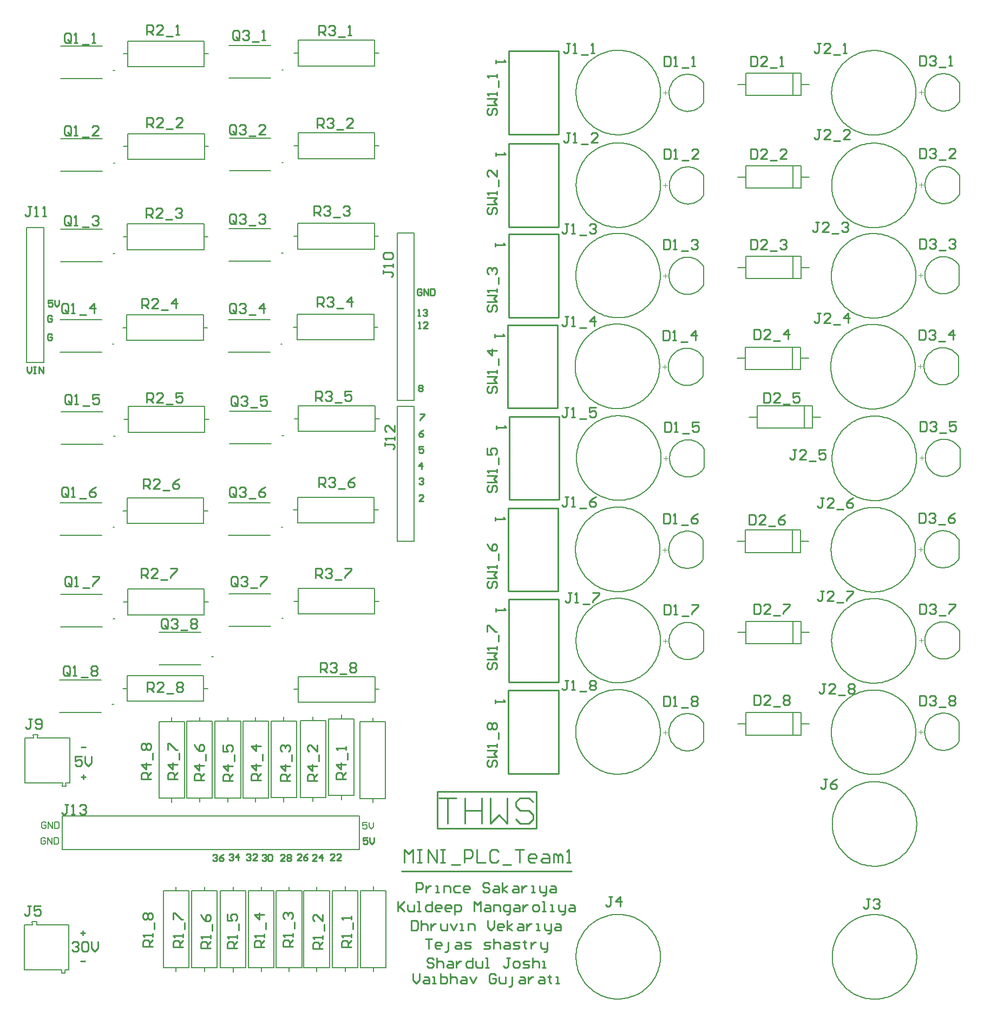
<source format=gto>
G04*
G04 #@! TF.GenerationSoftware,Altium Limited,Altium Designer,24.4.1 (13)*
G04*
G04 Layer_Color=65535*
%FSLAX25Y25*%
%MOIN*%
G70*
G04*
G04 #@! TF.SameCoordinates,870DF38A-AD74-42CB-99D2-8A797F58AB83*
G04*
G04*
G04 #@! TF.FilePolarity,Positive*
G04*
G01*
G75*
%ADD10C,0.00591*%
%ADD11C,0.00787*%
%ADD12C,0.01000*%
%ADD13C,0.00500*%
%ADD14C,0.00394*%
%ADD15C,0.00600*%
D10*
X393600Y346400D02*
X393581Y347402D01*
X393523Y348403D01*
X393426Y349400D01*
X393292Y350393D01*
X393119Y351380D01*
X392908Y352360D01*
X392659Y353331D01*
X392373Y354291D01*
X392051Y355240D01*
X391692Y356176D01*
X391298Y357097D01*
X390868Y358002D01*
X390403Y358891D01*
X389905Y359760D01*
X389373Y360610D01*
X388810Y361438D01*
X388214Y362244D01*
X387589Y363027D01*
X386933Y363785D01*
X386249Y364517D01*
X385537Y365222D01*
X384798Y365900D01*
X384034Y366548D01*
X383245Y367166D01*
X382433Y367754D01*
X381599Y368309D01*
X380744Y368833D01*
X379870Y369323D01*
X378978Y369778D01*
X378068Y370199D01*
X377143Y370585D01*
X376204Y370935D01*
X375252Y371248D01*
X374289Y371525D01*
X373316Y371764D01*
X372334Y371965D01*
X371345Y372129D01*
X370351Y372254D01*
X369353Y372341D01*
X368352Y372389D01*
X367350Y372399D01*
X366348Y372370D01*
X365348Y372302D01*
X364351Y372196D01*
X363360Y372052D01*
X362374Y371869D01*
X361397Y371649D01*
X360428Y371391D01*
X359470Y371096D01*
X358525Y370765D01*
X357592Y370397D01*
X356675Y369993D01*
X355774Y369555D01*
X354890Y369082D01*
X354026Y368575D01*
X353181Y368036D01*
X352358Y367464D01*
X351558Y366861D01*
X350781Y366227D01*
X350029Y365564D01*
X349304Y364873D01*
X348606Y364154D01*
X347936Y363409D01*
X347295Y362639D01*
X346684Y361844D01*
X346104Y361027D01*
X345557Y360187D01*
X345042Y359328D01*
X344560Y358449D01*
X344113Y357552D01*
X343701Y356638D01*
X343324Y355710D01*
X342983Y354767D01*
X342679Y353812D01*
X342412Y352847D01*
X342182Y351871D01*
X341990Y350887D01*
X341836Y349897D01*
X341721Y348902D01*
X341643Y347902D01*
X341605Y346901D01*
Y345899D01*
X341643Y344898D01*
X341721Y343898D01*
X341836Y342903D01*
X341990Y341913D01*
X342182Y340929D01*
X342412Y339953D01*
X342679Y338988D01*
X342983Y338033D01*
X343324Y337090D01*
X343701Y336162D01*
X344113Y335248D01*
X344560Y334351D01*
X345042Y333472D01*
X345557Y332613D01*
X346104Y331773D01*
X346684Y330956D01*
X347295Y330161D01*
X347936Y329391D01*
X348606Y328646D01*
X349304Y327927D01*
X350029Y327236D01*
X350781Y326573D01*
X351558Y325939D01*
X352358Y325336D01*
X353181Y324764D01*
X354026Y324225D01*
X354890Y323718D01*
X355774Y323245D01*
X356675Y322807D01*
X357592Y322403D01*
X358524Y322035D01*
X359470Y321704D01*
X360428Y321409D01*
X361397Y321151D01*
X362374Y320931D01*
X363359Y320748D01*
X364351Y320604D01*
X365348Y320498D01*
X366348Y320430D01*
X367349Y320401D01*
X368352Y320411D01*
X369353Y320459D01*
X370351Y320546D01*
X371345Y320671D01*
X372334Y320835D01*
X373316Y321036D01*
X374289Y321275D01*
X375252Y321552D01*
X376204Y321865D01*
X377143Y322215D01*
X378068Y322601D01*
X378978Y323022D01*
X379870Y323477D01*
X380744Y323967D01*
X381599Y324490D01*
X382433Y325046D01*
X383245Y325634D01*
X384034Y326252D01*
X384798Y326900D01*
X385537Y327578D01*
X386248Y328283D01*
X386933Y329015D01*
X387589Y329773D01*
X388214Y330556D01*
X388810Y331362D01*
X389373Y332190D01*
X389905Y333040D01*
X390403Y333910D01*
X390868Y334798D01*
X391298Y335703D01*
X391692Y336624D01*
X392051Y337560D01*
X392373Y338509D01*
X392659Y339469D01*
X392908Y340440D01*
X393119Y341420D01*
X393291Y342407D01*
X393426Y343400D01*
X393523Y344397D01*
X393581Y345398D01*
X393600Y346400D01*
X550700Y571100D02*
X550681Y572102D01*
X550623Y573103D01*
X550526Y574100D01*
X550392Y575093D01*
X550219Y576080D01*
X550008Y577060D01*
X549759Y578031D01*
X549473Y578991D01*
X549151Y579940D01*
X548792Y580876D01*
X548397Y581797D01*
X547968Y582702D01*
X547503Y583590D01*
X547005Y584460D01*
X546474Y585310D01*
X545910Y586138D01*
X545315Y586944D01*
X544689Y587727D01*
X544033Y588485D01*
X543349Y589217D01*
X542637Y589922D01*
X541898Y590600D01*
X541134Y591248D01*
X540345Y591866D01*
X539533Y592454D01*
X538699Y593010D01*
X537844Y593533D01*
X536970Y594023D01*
X536078Y594478D01*
X535168Y594900D01*
X534243Y595285D01*
X533304Y595635D01*
X532352Y595948D01*
X531389Y596225D01*
X530416Y596464D01*
X529434Y596665D01*
X528445Y596829D01*
X527451Y596954D01*
X526453Y597041D01*
X525452Y597089D01*
X524449Y597099D01*
X523448Y597070D01*
X522448Y597002D01*
X521451Y596896D01*
X520460Y596752D01*
X519474Y596569D01*
X518497Y596349D01*
X517528Y596091D01*
X516570Y595796D01*
X515625Y595465D01*
X514692Y595097D01*
X513775Y594693D01*
X512874Y594255D01*
X511990Y593782D01*
X511126Y593275D01*
X510281Y592736D01*
X509458Y592164D01*
X508658Y591561D01*
X507881Y590927D01*
X507129Y590265D01*
X506404Y589573D01*
X505706Y588854D01*
X505036Y588109D01*
X504395Y587339D01*
X503784Y586544D01*
X503204Y585727D01*
X502657Y584887D01*
X502142Y584028D01*
X501660Y583149D01*
X501213Y582252D01*
X500801Y581338D01*
X500424Y580410D01*
X500083Y579467D01*
X499779Y578512D01*
X499512Y577547D01*
X499282Y576571D01*
X499090Y575588D01*
X498936Y574597D01*
X498821Y573602D01*
X498743Y572603D01*
X498705Y571601D01*
Y570599D01*
X498743Y569597D01*
X498821Y568598D01*
X498936Y567603D01*
X499090Y566613D01*
X499282Y565629D01*
X499512Y564653D01*
X499779Y563688D01*
X500083Y562733D01*
X500424Y561790D01*
X500801Y560862D01*
X501213Y559948D01*
X501660Y559051D01*
X502142Y558172D01*
X502657Y557313D01*
X503204Y556473D01*
X503784Y555656D01*
X504395Y554861D01*
X505036Y554091D01*
X505706Y553346D01*
X506404Y552627D01*
X507129Y551935D01*
X507881Y551273D01*
X508658Y550639D01*
X509458Y550036D01*
X510281Y549464D01*
X511126Y548925D01*
X511990Y548418D01*
X512874Y547945D01*
X513775Y547507D01*
X514692Y547103D01*
X515625Y546735D01*
X516570Y546404D01*
X517528Y546109D01*
X518497Y545851D01*
X519474Y545631D01*
X520460Y545448D01*
X521451Y545304D01*
X522448Y545198D01*
X523448Y545130D01*
X524449Y545101D01*
X525452Y545111D01*
X526452Y545159D01*
X527451Y545246D01*
X528445Y545371D01*
X529434Y545535D01*
X530416Y545736D01*
X531389Y545975D01*
X532352Y546252D01*
X533304Y546565D01*
X534243Y546915D01*
X535168Y547300D01*
X536078Y547722D01*
X536970Y548177D01*
X537844Y548667D01*
X538699Y549191D01*
X539533Y549746D01*
X540345Y550334D01*
X541134Y550952D01*
X541898Y551600D01*
X542636Y552278D01*
X543349Y552983D01*
X544033Y553715D01*
X544689Y554473D01*
X545314Y555256D01*
X545910Y556062D01*
X546474Y556890D01*
X547005Y557740D01*
X547503Y558609D01*
X547968Y559497D01*
X548397Y560403D01*
X548792Y561324D01*
X549151Y562260D01*
X549473Y563209D01*
X549759Y564169D01*
X550008Y565140D01*
X550219Y566120D01*
X550391Y567107D01*
X550526Y568100D01*
X550623Y569098D01*
X550681Y570098D01*
X550700Y571100D01*
X393300Y571300D02*
X393281Y572302D01*
X393223Y573303D01*
X393126Y574300D01*
X392992Y575293D01*
X392819Y576280D01*
X392608Y577260D01*
X392359Y578231D01*
X392073Y579191D01*
X391751Y580140D01*
X391392Y581076D01*
X390998Y581997D01*
X390568Y582902D01*
X390103Y583790D01*
X389605Y584660D01*
X389073Y585510D01*
X388510Y586338D01*
X387914Y587144D01*
X387288Y587927D01*
X386633Y588685D01*
X385949Y589417D01*
X385237Y590122D01*
X384498Y590800D01*
X383734Y591448D01*
X382945Y592066D01*
X382133Y592654D01*
X381299Y593210D01*
X380444Y593733D01*
X379570Y594223D01*
X378678Y594678D01*
X377768Y595099D01*
X376843Y595485D01*
X375904Y595835D01*
X374952Y596148D01*
X373989Y596425D01*
X373016Y596664D01*
X372034Y596865D01*
X371045Y597029D01*
X370051Y597154D01*
X369053Y597241D01*
X368052Y597289D01*
X367050Y597299D01*
X366048Y597270D01*
X365048Y597202D01*
X364051Y597096D01*
X363060Y596952D01*
X362074Y596769D01*
X361097Y596549D01*
X360128Y596291D01*
X359170Y595996D01*
X358225Y595665D01*
X357292Y595297D01*
X356375Y594893D01*
X355474Y594455D01*
X354590Y593982D01*
X353726Y593475D01*
X352881Y592936D01*
X352058Y592364D01*
X351258Y591761D01*
X350481Y591127D01*
X349729Y590464D01*
X349004Y589773D01*
X348306Y589054D01*
X347636Y588309D01*
X346995Y587539D01*
X346384Y586744D01*
X345804Y585927D01*
X345257Y585087D01*
X344742Y584228D01*
X344260Y583349D01*
X343813Y582452D01*
X343401Y581538D01*
X343024Y580610D01*
X342683Y579667D01*
X342379Y578712D01*
X342112Y577747D01*
X341882Y576771D01*
X341690Y575787D01*
X341536Y574797D01*
X341421Y573802D01*
X341343Y572802D01*
X341305Y571801D01*
Y570799D01*
X341343Y569798D01*
X341421Y568798D01*
X341536Y567803D01*
X341690Y566813D01*
X341882Y565829D01*
X342112Y564853D01*
X342379Y563888D01*
X342683Y562933D01*
X343024Y561990D01*
X343401Y561062D01*
X343813Y560148D01*
X344260Y559251D01*
X344742Y558372D01*
X345257Y557513D01*
X345804Y556673D01*
X346384Y555856D01*
X346995Y555061D01*
X347636Y554291D01*
X348306Y553546D01*
X349004Y552827D01*
X349729Y552136D01*
X350481Y551473D01*
X351258Y550839D01*
X352058Y550236D01*
X352881Y549664D01*
X353726Y549125D01*
X354590Y548618D01*
X355474Y548145D01*
X356375Y547707D01*
X357292Y547303D01*
X358225Y546935D01*
X359170Y546604D01*
X360128Y546309D01*
X361097Y546051D01*
X362074Y545831D01*
X363059Y545648D01*
X364051Y545504D01*
X365048Y545398D01*
X366048Y545330D01*
X367049Y545301D01*
X368052Y545311D01*
X369053Y545359D01*
X370051Y545446D01*
X371045Y545571D01*
X372034Y545735D01*
X373016Y545936D01*
X373989Y546175D01*
X374952Y546452D01*
X375904Y546765D01*
X376843Y547115D01*
X377768Y547501D01*
X378678Y547922D01*
X379570Y548377D01*
X380444Y548867D01*
X381299Y549391D01*
X382133Y549946D01*
X382945Y550534D01*
X383734Y551152D01*
X384498Y551800D01*
X385237Y552478D01*
X385948Y553183D01*
X386633Y553915D01*
X387288Y554673D01*
X387914Y555456D01*
X388510Y556262D01*
X389073Y557090D01*
X389605Y557940D01*
X390103Y558810D01*
X390568Y559697D01*
X390998Y560603D01*
X391392Y561524D01*
X391751Y562460D01*
X392073Y563409D01*
X392359Y564369D01*
X392608Y565340D01*
X392819Y566320D01*
X392991Y567307D01*
X393126Y568300D01*
X393223Y569298D01*
X393281Y570298D01*
X393300Y571300D01*
X550199Y402599D02*
X550180Y403601D01*
X550122Y404602D01*
X550026Y405599D01*
X549891Y406592D01*
X549718Y407580D01*
X549507Y408559D01*
X549259Y409530D01*
X548973Y410491D01*
X548650Y411440D01*
X548291Y412375D01*
X547897Y413297D01*
X547467Y414202D01*
X547003Y415090D01*
X546504Y415959D01*
X545973Y416809D01*
X545409Y417637D01*
X544814Y418444D01*
X544188Y419226D01*
X543532Y419984D01*
X542848Y420716D01*
X542136Y421422D01*
X541397Y422099D01*
X540633Y422747D01*
X539844Y423366D01*
X539032Y423953D01*
X538199Y424509D01*
X537344Y425032D01*
X536470Y425522D01*
X535577Y425978D01*
X534668Y426399D01*
X533743Y426785D01*
X532803Y427134D01*
X531852Y427448D01*
X530888Y427724D01*
X529915Y427963D01*
X528933Y428165D01*
X527945Y428328D01*
X526950Y428453D01*
X525952Y428540D01*
X524951Y428588D01*
X523949Y428598D01*
X522947Y428569D01*
X521947Y428502D01*
X520951Y428396D01*
X519959Y428251D01*
X518973Y428069D01*
X517996Y427848D01*
X517028Y427591D01*
X516070Y427296D01*
X515124Y426964D01*
X514192Y426596D01*
X513274Y426193D01*
X512373Y425754D01*
X511490Y425281D01*
X510625Y424775D01*
X509781Y424235D01*
X508957Y423663D01*
X508157Y423060D01*
X507380Y422427D01*
X506629Y421764D01*
X505903Y421072D01*
X505205Y420354D01*
X504535Y419608D01*
X503894Y418838D01*
X503283Y418044D01*
X502704Y417226D01*
X502156Y416387D01*
X501641Y415527D01*
X501160Y414648D01*
X500712Y413751D01*
X500300Y412838D01*
X499923Y411909D01*
X499582Y410967D01*
X499278Y410012D01*
X499011Y409046D01*
X498781Y408070D01*
X498590Y407087D01*
X498436Y406097D01*
X498320Y405101D01*
X498243Y404102D01*
X498204Y403100D01*
Y402098D01*
X498243Y401097D01*
X498320Y400098D01*
X498436Y399102D01*
X498590Y398112D01*
X498781Y397128D01*
X499011Y396153D01*
X499278Y395187D01*
X499582Y394232D01*
X499923Y393290D01*
X500300Y392361D01*
X500712Y391448D01*
X501160Y390551D01*
X501641Y389672D01*
X502156Y388812D01*
X502704Y387973D01*
X503283Y387155D01*
X503894Y386361D01*
X504535Y385590D01*
X505205Y384845D01*
X505903Y384126D01*
X506629Y383435D01*
X507380Y382772D01*
X508157Y382139D01*
X508957Y381536D01*
X509781Y380964D01*
X510625Y380424D01*
X511490Y379918D01*
X512373Y379445D01*
X513274Y379006D01*
X514192Y378603D01*
X515124Y378235D01*
X516070Y377903D01*
X517027Y377608D01*
X517996Y377350D01*
X518973Y377130D01*
X519959Y376947D01*
X520951Y376803D01*
X521947Y376697D01*
X522947Y376629D01*
X523949Y376601D01*
X524951Y376610D01*
X525952Y376659D01*
X526950Y376745D01*
X527945Y376870D01*
X528933Y377034D01*
X529915Y377235D01*
X530888Y377474D01*
X531851Y377751D01*
X532803Y378064D01*
X533743Y378414D01*
X534667Y378800D01*
X535577Y379221D01*
X536469Y379677D01*
X537344Y380167D01*
X538198Y380690D01*
X539032Y381246D01*
X539844Y381833D01*
X540633Y382452D01*
X541397Y383100D01*
X542136Y383777D01*
X542848Y384482D01*
X543532Y385214D01*
X544188Y385972D01*
X544814Y386755D01*
X545409Y387561D01*
X545973Y388390D01*
X546504Y389239D01*
X547003Y390109D01*
X547467Y390997D01*
X547897Y391902D01*
X548291Y392823D01*
X548650Y393759D01*
X548973Y394708D01*
X549259Y395669D01*
X549507Y396639D01*
X549718Y397619D01*
X549891Y398606D01*
X550026Y399599D01*
X550122Y400597D01*
X550180Y401597D01*
X550199Y402599D01*
X551100Y121300D02*
X551081Y122302D01*
X551023Y123302D01*
X550926Y124300D01*
X550792Y125293D01*
X550619Y126280D01*
X550408Y127260D01*
X550159Y128231D01*
X549873Y129191D01*
X549551Y130140D01*
X549192Y131076D01*
X548798Y131997D01*
X548368Y132902D01*
X547903Y133791D01*
X547405Y134660D01*
X546874Y135510D01*
X546310Y136338D01*
X545715Y137144D01*
X545089Y137927D01*
X544433Y138685D01*
X543749Y139417D01*
X543037Y140122D01*
X542298Y140800D01*
X541534Y141448D01*
X540745Y142066D01*
X539933Y142654D01*
X539099Y143210D01*
X538244Y143733D01*
X537370Y144223D01*
X536478Y144678D01*
X535568Y145099D01*
X534643Y145485D01*
X533704Y145835D01*
X532752Y146148D01*
X531789Y146425D01*
X530816Y146664D01*
X529834Y146865D01*
X528845Y147029D01*
X527851Y147154D01*
X526853Y147241D01*
X525852Y147289D01*
X524850Y147299D01*
X523848Y147270D01*
X522848Y147202D01*
X521851Y147096D01*
X520860Y146952D01*
X519874Y146769D01*
X518896Y146549D01*
X517928Y146291D01*
X516970Y145996D01*
X516025Y145665D01*
X515092Y145297D01*
X514175Y144893D01*
X513274Y144455D01*
X512390Y143982D01*
X511526Y143475D01*
X510681Y142936D01*
X509858Y142364D01*
X509058Y141761D01*
X508281Y141127D01*
X507529Y140464D01*
X506804Y139773D01*
X506106Y139054D01*
X505436Y138309D01*
X504795Y137539D01*
X504184Y136744D01*
X503604Y135927D01*
X503057Y135087D01*
X502542Y134228D01*
X502060Y133349D01*
X501613Y132452D01*
X501201Y131538D01*
X500824Y130610D01*
X500483Y129667D01*
X500179Y128712D01*
X499912Y127747D01*
X499682Y126771D01*
X499490Y125787D01*
X499336Y124797D01*
X499221Y123802D01*
X499144Y122802D01*
X499105Y121801D01*
Y120799D01*
X499144Y119798D01*
X499221Y118798D01*
X499336Y117803D01*
X499490Y116813D01*
X499682Y115829D01*
X499912Y114854D01*
X500179Y113888D01*
X500483Y112933D01*
X500824Y111990D01*
X501201Y111062D01*
X501613Y110148D01*
X502060Y109251D01*
X502542Y108372D01*
X503057Y107513D01*
X503604Y106673D01*
X504184Y105856D01*
X504795Y105061D01*
X505436Y104291D01*
X506106Y103546D01*
X506804Y102827D01*
X507529Y102136D01*
X508281Y101473D01*
X509058Y100839D01*
X509858Y100236D01*
X510681Y99664D01*
X511526Y99125D01*
X512390Y98618D01*
X513274Y98145D01*
X514175Y97707D01*
X515092Y97303D01*
X516024Y96935D01*
X516970Y96604D01*
X517928Y96309D01*
X518896Y96051D01*
X519874Y95831D01*
X520859Y95648D01*
X521851Y95504D01*
X522848Y95398D01*
X523848Y95330D01*
X524849Y95301D01*
X525851Y95311D01*
X526853Y95359D01*
X527851Y95446D01*
X528845Y95571D01*
X529834Y95735D01*
X530816Y95936D01*
X531789Y96175D01*
X532752Y96452D01*
X533704Y96765D01*
X534643Y97115D01*
X535568Y97500D01*
X536478Y97922D01*
X537370Y98377D01*
X538244Y98867D01*
X539099Y99391D01*
X539933Y99946D01*
X540745Y100534D01*
X541534Y101152D01*
X542298Y101800D01*
X543037Y102478D01*
X543749Y103183D01*
X544433Y103915D01*
X545088Y104673D01*
X545714Y105456D01*
X546310Y106262D01*
X546874Y107090D01*
X547405Y107940D01*
X547903Y108809D01*
X548368Y109697D01*
X548798Y110603D01*
X549192Y111524D01*
X549551Y112460D01*
X549873Y113409D01*
X550159Y114369D01*
X550408Y115340D01*
X550619Y116320D01*
X550792Y117307D01*
X550926Y118300D01*
X551023Y119298D01*
X551081Y120298D01*
X551100Y121300D01*
X550567Y177700D02*
X550548Y178702D01*
X550490Y179702D01*
X550393Y180700D01*
X550258Y181693D01*
X550085Y182680D01*
X549875Y183660D01*
X549626Y184631D01*
X549340Y185591D01*
X549018Y186540D01*
X548659Y187476D01*
X548265Y188397D01*
X547835Y189302D01*
X547370Y190190D01*
X546872Y191060D01*
X546341Y191910D01*
X545777Y192738D01*
X545181Y193544D01*
X544556Y194327D01*
X543900Y195085D01*
X543216Y195817D01*
X542503Y196522D01*
X541765Y197200D01*
X541001Y197848D01*
X540212Y198466D01*
X539400Y199054D01*
X538566Y199609D01*
X537711Y200133D01*
X536837Y200623D01*
X535945Y201078D01*
X535035Y201500D01*
X534110Y201885D01*
X533171Y202235D01*
X532219Y202548D01*
X531256Y202825D01*
X530283Y203064D01*
X529301Y203265D01*
X528312Y203429D01*
X527318Y203554D01*
X526320Y203641D01*
X525318Y203689D01*
X524316Y203699D01*
X523315Y203670D01*
X522315Y203602D01*
X521318Y203496D01*
X520327Y203352D01*
X519341Y203169D01*
X518364Y202949D01*
X517395Y202691D01*
X516437Y202396D01*
X515492Y202065D01*
X514559Y201697D01*
X513642Y201293D01*
X512741Y200855D01*
X511857Y200382D01*
X510993Y199875D01*
X510148Y199336D01*
X509325Y198764D01*
X508525Y198161D01*
X507748Y197527D01*
X506996Y196864D01*
X506271Y196173D01*
X505573Y195454D01*
X504903Y194709D01*
X504262Y193939D01*
X503651Y193144D01*
X503071Y192327D01*
X502524Y191487D01*
X502009Y190628D01*
X501527Y189749D01*
X501080Y188852D01*
X500668Y187938D01*
X500291Y187010D01*
X499950Y186067D01*
X499646Y185112D01*
X499379Y184147D01*
X499149Y183171D01*
X498957Y182187D01*
X498803Y181197D01*
X498688Y180202D01*
X498610Y179202D01*
X498572Y178201D01*
Y177199D01*
X498610Y176198D01*
X498688Y175198D01*
X498803Y174203D01*
X498957Y173213D01*
X499149Y172229D01*
X499379Y171254D01*
X499646Y170288D01*
X499950Y169333D01*
X500291Y168390D01*
X500668Y167462D01*
X501080Y166548D01*
X501527Y165651D01*
X502009Y164772D01*
X502524Y163913D01*
X503071Y163073D01*
X503651Y162256D01*
X504262Y161461D01*
X504903Y160691D01*
X505573Y159946D01*
X506271Y159227D01*
X506996Y158536D01*
X507748Y157873D01*
X508525Y157239D01*
X509325Y156636D01*
X510148Y156064D01*
X510993Y155525D01*
X511857Y155018D01*
X512741Y154545D01*
X513642Y154107D01*
X514559Y153703D01*
X515491Y153335D01*
X516437Y153004D01*
X517395Y152709D01*
X518363Y152451D01*
X519341Y152231D01*
X520326Y152048D01*
X521318Y151904D01*
X522315Y151798D01*
X523315Y151730D01*
X524316Y151701D01*
X525318Y151711D01*
X526319Y151759D01*
X527318Y151846D01*
X528312Y151971D01*
X529301Y152135D01*
X530283Y152336D01*
X531256Y152575D01*
X532219Y152852D01*
X533171Y153165D01*
X534110Y153515D01*
X535035Y153901D01*
X535945Y154322D01*
X536837Y154777D01*
X537711Y155267D01*
X538566Y155790D01*
X539400Y156346D01*
X540212Y156934D01*
X541001Y157552D01*
X541765Y158200D01*
X542503Y158878D01*
X543216Y159583D01*
X543900Y160315D01*
X544555Y161073D01*
X545181Y161856D01*
X545777Y162662D01*
X546340Y163490D01*
X546872Y164340D01*
X547370Y165209D01*
X547835Y166097D01*
X548264Y167003D01*
X548659Y167924D01*
X549018Y168860D01*
X549340Y169809D01*
X549626Y170769D01*
X549875Y171740D01*
X550085Y172720D01*
X550258Y173707D01*
X550393Y174700D01*
X550490Y175698D01*
X550548Y176698D01*
X550567Y177700D01*
X550767Y514100D02*
X550748Y515102D01*
X550690Y516103D01*
X550593Y517100D01*
X550458Y518093D01*
X550285Y519080D01*
X550075Y520060D01*
X549826Y521031D01*
X549540Y521991D01*
X549218Y522940D01*
X548859Y523876D01*
X548464Y524797D01*
X548035Y525702D01*
X547570Y526590D01*
X547072Y527460D01*
X546540Y528310D01*
X545977Y529138D01*
X545381Y529944D01*
X544756Y530727D01*
X544100Y531485D01*
X543415Y532217D01*
X542703Y532922D01*
X541965Y533600D01*
X541201Y534248D01*
X540412Y534866D01*
X539600Y535454D01*
X538766Y536010D01*
X537911Y536533D01*
X537037Y537023D01*
X536145Y537478D01*
X535235Y537899D01*
X534310Y538285D01*
X533371Y538635D01*
X532419Y538948D01*
X531456Y539225D01*
X530483Y539464D01*
X529501Y539665D01*
X528512Y539829D01*
X527518Y539954D01*
X526519Y540041D01*
X525519Y540089D01*
X524516Y540099D01*
X523515Y540070D01*
X522515Y540002D01*
X521518Y539896D01*
X520527Y539752D01*
X519541Y539569D01*
X518564Y539349D01*
X517595Y539091D01*
X516637Y538796D01*
X515692Y538465D01*
X514759Y538097D01*
X513842Y537693D01*
X512941Y537255D01*
X512057Y536782D01*
X511193Y536275D01*
X510348Y535736D01*
X509525Y535164D01*
X508725Y534561D01*
X507948Y533927D01*
X507197Y533264D01*
X506471Y532573D01*
X505773Y531854D01*
X505102Y531109D01*
X504462Y530339D01*
X503851Y529544D01*
X503271Y528727D01*
X502724Y527887D01*
X502209Y527028D01*
X501727Y526149D01*
X501280Y525252D01*
X500868Y524338D01*
X500491Y523410D01*
X500150Y522467D01*
X499846Y521512D01*
X499579Y520547D01*
X499349Y519571D01*
X499157Y518587D01*
X499003Y517597D01*
X498888Y516602D01*
X498810Y515602D01*
X498772Y514601D01*
Y513599D01*
X498810Y512598D01*
X498888Y511598D01*
X499003Y510603D01*
X499157Y509613D01*
X499349Y508629D01*
X499579Y507654D01*
X499846Y506688D01*
X500150Y505733D01*
X500491Y504790D01*
X500868Y503862D01*
X501280Y502948D01*
X501727Y502051D01*
X502209Y501172D01*
X502724Y500313D01*
X503271Y499473D01*
X503851Y498656D01*
X504462Y497861D01*
X505102Y497091D01*
X505773Y496346D01*
X506471Y495627D01*
X507196Y494936D01*
X507948Y494273D01*
X508725Y493639D01*
X509525Y493036D01*
X510348Y492464D01*
X511193Y491925D01*
X512057Y491418D01*
X512941Y490945D01*
X513842Y490507D01*
X514759Y490103D01*
X515692Y489735D01*
X516637Y489404D01*
X517595Y489109D01*
X518563Y488851D01*
X519541Y488631D01*
X520526Y488448D01*
X521518Y488304D01*
X522515Y488198D01*
X523515Y488130D01*
X524516Y488101D01*
X525518Y488111D01*
X526519Y488159D01*
X527518Y488246D01*
X528512Y488371D01*
X529501Y488535D01*
X530483Y488736D01*
X531456Y488975D01*
X532419Y489252D01*
X533371Y489565D01*
X534310Y489915D01*
X535235Y490301D01*
X536144Y490722D01*
X537037Y491177D01*
X537911Y491667D01*
X538766Y492191D01*
X539600Y492746D01*
X540412Y493334D01*
X541200Y493952D01*
X541965Y494600D01*
X542703Y495278D01*
X543415Y495983D01*
X544100Y496715D01*
X544755Y497473D01*
X545381Y498256D01*
X545977Y499062D01*
X546540Y499890D01*
X547072Y500740D01*
X547570Y501610D01*
X548035Y502497D01*
X548464Y503403D01*
X548859Y504324D01*
X549218Y505260D01*
X549540Y506209D01*
X549826Y507169D01*
X550075Y508140D01*
X550285Y509120D01*
X550458Y510107D01*
X550593Y511100D01*
X550690Y512098D01*
X550748Y513098D01*
X550767Y514100D01*
X550599Y458499D02*
X550580Y459501D01*
X550522Y460502D01*
X550426Y461499D01*
X550291Y462492D01*
X550118Y463480D01*
X549907Y464459D01*
X549659Y465430D01*
X549373Y466391D01*
X549050Y467340D01*
X548692Y468275D01*
X548297Y469197D01*
X547867Y470102D01*
X547403Y470990D01*
X546904Y471859D01*
X546373Y472709D01*
X545809Y473537D01*
X545214Y474344D01*
X544588Y475126D01*
X543932Y475884D01*
X543248Y476616D01*
X542536Y477322D01*
X541797Y477999D01*
X541033Y478647D01*
X540244Y479266D01*
X539432Y479853D01*
X538598Y480409D01*
X537744Y480932D01*
X536869Y481422D01*
X535977Y481878D01*
X535068Y482299D01*
X534143Y482685D01*
X533204Y483034D01*
X532252Y483348D01*
X531288Y483624D01*
X530315Y483863D01*
X529333Y484065D01*
X528345Y484228D01*
X527350Y484353D01*
X526352Y484440D01*
X525351Y484488D01*
X524349Y484498D01*
X523347Y484469D01*
X522347Y484402D01*
X521351Y484296D01*
X520359Y484151D01*
X519374Y483969D01*
X518396Y483748D01*
X517427Y483491D01*
X516470Y483196D01*
X515524Y482864D01*
X514592Y482496D01*
X513674Y482093D01*
X512773Y481654D01*
X511890Y481181D01*
X511025Y480675D01*
X510181Y480135D01*
X509358Y479563D01*
X508557Y478960D01*
X507781Y478327D01*
X507029Y477664D01*
X506303Y476972D01*
X505605Y476254D01*
X504935Y475508D01*
X504294Y474738D01*
X503683Y473944D01*
X503104Y473126D01*
X502556Y472287D01*
X502041Y471427D01*
X501560Y470548D01*
X501112Y469651D01*
X500700Y468738D01*
X500323Y467809D01*
X499983Y466867D01*
X499678Y465912D01*
X499411Y464946D01*
X499182Y463970D01*
X498989Y462987D01*
X498836Y461997D01*
X498720Y461001D01*
X498643Y460002D01*
X498604Y459000D01*
Y457998D01*
X498643Y456997D01*
X498720Y455998D01*
X498836Y455002D01*
X498989Y454012D01*
X499182Y453028D01*
X499411Y452053D01*
X499678Y451087D01*
X499983Y450132D01*
X500323Y449190D01*
X500700Y448261D01*
X501112Y447348D01*
X501560Y446451D01*
X502041Y445572D01*
X502556Y444712D01*
X503104Y443873D01*
X503683Y443055D01*
X504294Y442261D01*
X504935Y441490D01*
X505605Y440745D01*
X506303Y440026D01*
X507029Y439335D01*
X507781Y438672D01*
X508557Y438039D01*
X509358Y437435D01*
X510181Y436864D01*
X511025Y436324D01*
X511890Y435818D01*
X512773Y435345D01*
X513674Y434906D01*
X514592Y434503D01*
X515524Y434135D01*
X516470Y433803D01*
X517427Y433508D01*
X518396Y433250D01*
X519374Y433030D01*
X520359Y432847D01*
X521351Y432703D01*
X522347Y432597D01*
X523347Y432529D01*
X524349Y432501D01*
X525351Y432510D01*
X526352Y432558D01*
X527350Y432645D01*
X528345Y432770D01*
X529333Y432934D01*
X530315Y433135D01*
X531288Y433375D01*
X532252Y433651D01*
X533203Y433964D01*
X534143Y434314D01*
X535068Y434700D01*
X535977Y435121D01*
X536869Y435577D01*
X537744Y436067D01*
X538598Y436590D01*
X539432Y437146D01*
X540244Y437733D01*
X541033Y438351D01*
X541797Y439000D01*
X542536Y439677D01*
X543248Y440382D01*
X543932Y441114D01*
X544588Y441872D01*
X545214Y442655D01*
X545809Y443461D01*
X546373Y444290D01*
X546904Y445139D01*
X547403Y446009D01*
X547867Y446897D01*
X548297Y447802D01*
X548692Y448723D01*
X549050Y449659D01*
X549373Y450608D01*
X549659Y451569D01*
X549907Y452539D01*
X550118Y453519D01*
X550291Y454506D01*
X550426Y455499D01*
X550522Y456497D01*
X550580Y457497D01*
X550599Y458499D01*
X550399Y289999D02*
X550380Y291001D01*
X550322Y292002D01*
X550226Y292999D01*
X550091Y293992D01*
X549918Y294980D01*
X549707Y295959D01*
X549459Y296930D01*
X549173Y297891D01*
X548850Y298839D01*
X548491Y299775D01*
X548097Y300696D01*
X547667Y301602D01*
X547203Y302490D01*
X546704Y303359D01*
X546173Y304209D01*
X545609Y305037D01*
X545014Y305844D01*
X544388Y306626D01*
X543732Y307384D01*
X543048Y308117D01*
X542336Y308822D01*
X541597Y309499D01*
X540833Y310147D01*
X540044Y310766D01*
X539232Y311353D01*
X538399Y311909D01*
X537544Y312432D01*
X536669Y312922D01*
X535777Y313378D01*
X534868Y313799D01*
X533943Y314185D01*
X533004Y314534D01*
X532052Y314848D01*
X531088Y315124D01*
X530115Y315363D01*
X529133Y315565D01*
X528145Y315728D01*
X527150Y315853D01*
X526152Y315940D01*
X525151Y315988D01*
X524149Y315998D01*
X523147Y315969D01*
X522147Y315902D01*
X521151Y315796D01*
X520159Y315651D01*
X519173Y315469D01*
X518196Y315248D01*
X517228Y314991D01*
X516270Y314696D01*
X515324Y314364D01*
X514392Y313996D01*
X513474Y313593D01*
X512573Y313154D01*
X511690Y312681D01*
X510825Y312175D01*
X509981Y311635D01*
X509158Y311063D01*
X508357Y310460D01*
X507581Y309827D01*
X506829Y309164D01*
X506103Y308472D01*
X505405Y307754D01*
X504735Y307009D01*
X504094Y306238D01*
X503483Y305444D01*
X502904Y304626D01*
X502356Y303787D01*
X501841Y302927D01*
X501360Y302048D01*
X500912Y301151D01*
X500500Y300238D01*
X500123Y299309D01*
X499783Y298367D01*
X499478Y297412D01*
X499211Y296446D01*
X498982Y295470D01*
X498790Y294487D01*
X498636Y293496D01*
X498520Y292501D01*
X498443Y291502D01*
X498404Y290500D01*
Y289498D01*
X498443Y288497D01*
X498520Y287498D01*
X498636Y286502D01*
X498790Y285512D01*
X498982Y284528D01*
X499211Y283553D01*
X499478Y282587D01*
X499783Y281632D01*
X500123Y280690D01*
X500500Y279761D01*
X500912Y278848D01*
X501360Y277951D01*
X501841Y277072D01*
X502356Y276212D01*
X502904Y275373D01*
X503483Y274555D01*
X504094Y273761D01*
X504735Y272990D01*
X505405Y272245D01*
X506103Y271526D01*
X506829Y270835D01*
X507581Y270172D01*
X508357Y269539D01*
X509158Y268935D01*
X509980Y268364D01*
X510825Y267824D01*
X511690Y267318D01*
X512573Y266845D01*
X513474Y266406D01*
X514392Y266003D01*
X515324Y265635D01*
X516270Y265303D01*
X517227Y265008D01*
X518196Y264750D01*
X519173Y264530D01*
X520159Y264348D01*
X521151Y264203D01*
X522147Y264097D01*
X523147Y264030D01*
X524149Y264001D01*
X525151Y264010D01*
X526152Y264058D01*
X527150Y264145D01*
X528145Y264270D01*
X529133Y264434D01*
X530115Y264635D01*
X531088Y264875D01*
X532052Y265151D01*
X533003Y265464D01*
X533943Y265814D01*
X534867Y266200D01*
X535777Y266621D01*
X536669Y267077D01*
X537544Y267567D01*
X538398Y268090D01*
X539232Y268646D01*
X540044Y269233D01*
X540833Y269851D01*
X541597Y270500D01*
X542336Y271177D01*
X543048Y271882D01*
X543732Y272614D01*
X544388Y273372D01*
X545014Y274155D01*
X545609Y274961D01*
X546173Y275790D01*
X546704Y276639D01*
X547203Y277509D01*
X547667Y278397D01*
X548097Y279302D01*
X548491Y280223D01*
X548850Y281159D01*
X549173Y282108D01*
X549459Y283068D01*
X549707Y284039D01*
X549918Y285019D01*
X550091Y286006D01*
X550226Y286999D01*
X550322Y287997D01*
X550380Y288997D01*
X550399Y289999D01*
X550700Y233900D02*
X550681Y234902D01*
X550623Y235903D01*
X550526Y236900D01*
X550392Y237893D01*
X550219Y238880D01*
X550008Y239860D01*
X549759Y240831D01*
X549473Y241791D01*
X549151Y242740D01*
X548792Y243676D01*
X548397Y244597D01*
X547968Y245502D01*
X547503Y246391D01*
X547005Y247260D01*
X546474Y248110D01*
X545910Y248938D01*
X545315Y249744D01*
X544689Y250527D01*
X544033Y251285D01*
X543349Y252017D01*
X542637Y252722D01*
X541898Y253400D01*
X541134Y254048D01*
X540345Y254666D01*
X539533Y255254D01*
X538699Y255809D01*
X537844Y256333D01*
X536970Y256823D01*
X536078Y257278D01*
X535168Y257699D01*
X534243Y258085D01*
X533304Y258435D01*
X532352Y258748D01*
X531389Y259025D01*
X530416Y259264D01*
X529434Y259465D01*
X528445Y259629D01*
X527451Y259754D01*
X526453Y259841D01*
X525452Y259889D01*
X524449Y259899D01*
X523448Y259870D01*
X522448Y259802D01*
X521451Y259696D01*
X520460Y259552D01*
X519474Y259369D01*
X518497Y259149D01*
X517528Y258891D01*
X516570Y258596D01*
X515625Y258265D01*
X514692Y257897D01*
X513775Y257493D01*
X512874Y257055D01*
X511990Y256582D01*
X511126Y256075D01*
X510281Y255536D01*
X509458Y254964D01*
X508658Y254361D01*
X507881Y253727D01*
X507129Y253064D01*
X506404Y252373D01*
X505706Y251654D01*
X505036Y250909D01*
X504395Y250139D01*
X503784Y249344D01*
X503204Y248527D01*
X502657Y247687D01*
X502142Y246828D01*
X501660Y245949D01*
X501213Y245052D01*
X500801Y244138D01*
X500424Y243210D01*
X500083Y242267D01*
X499779Y241312D01*
X499512Y240347D01*
X499282Y239371D01*
X499090Y238387D01*
X498936Y237397D01*
X498821Y236402D01*
X498743Y235402D01*
X498705Y234401D01*
Y233399D01*
X498743Y232398D01*
X498821Y231398D01*
X498936Y230403D01*
X499090Y229413D01*
X499282Y228429D01*
X499512Y227453D01*
X499779Y226488D01*
X500083Y225533D01*
X500424Y224590D01*
X500801Y223662D01*
X501213Y222748D01*
X501660Y221851D01*
X502142Y220972D01*
X502657Y220113D01*
X503204Y219273D01*
X503784Y218456D01*
X504395Y217661D01*
X505036Y216891D01*
X505706Y216146D01*
X506404Y215427D01*
X507129Y214736D01*
X507881Y214073D01*
X508658Y213439D01*
X509458Y212836D01*
X510281Y212264D01*
X511126Y211725D01*
X511990Y211218D01*
X512874Y210745D01*
X513775Y210307D01*
X514692Y209903D01*
X515625Y209535D01*
X516570Y209204D01*
X517528Y208909D01*
X518497Y208651D01*
X519474Y208431D01*
X520460Y208248D01*
X521451Y208104D01*
X522448Y207998D01*
X523448Y207930D01*
X524449Y207901D01*
X525452Y207911D01*
X526452Y207959D01*
X527451Y208046D01*
X528445Y208171D01*
X529434Y208335D01*
X530416Y208536D01*
X531389Y208775D01*
X532352Y209052D01*
X533304Y209365D01*
X534243Y209715D01*
X535168Y210101D01*
X536078Y210522D01*
X536970Y210977D01*
X537844Y211467D01*
X538699Y211990D01*
X539533Y212546D01*
X540345Y213134D01*
X541134Y213752D01*
X541898Y214400D01*
X542636Y215078D01*
X543349Y215783D01*
X544033Y216515D01*
X544689Y217273D01*
X545314Y218056D01*
X545910Y218862D01*
X546474Y219690D01*
X547005Y220540D01*
X547503Y221410D01*
X547968Y222298D01*
X548397Y223203D01*
X548792Y224124D01*
X549151Y225060D01*
X549473Y226009D01*
X549759Y226969D01*
X550008Y227940D01*
X550219Y228920D01*
X550391Y229907D01*
X550526Y230900D01*
X550623Y231897D01*
X550681Y232898D01*
X550700Y233900D01*
X551000Y346200D02*
X550981Y347202D01*
X550923Y348202D01*
X550826Y349200D01*
X550692Y350193D01*
X550519Y351180D01*
X550308Y352160D01*
X550059Y353131D01*
X549774Y354091D01*
X549451Y355040D01*
X549092Y355976D01*
X548698Y356897D01*
X548268Y357802D01*
X547803Y358691D01*
X547305Y359560D01*
X546773Y360410D01*
X546210Y361238D01*
X545614Y362044D01*
X544989Y362827D01*
X544333Y363585D01*
X543649Y364317D01*
X542937Y365022D01*
X542198Y365700D01*
X541434Y366348D01*
X540645Y366966D01*
X539833Y367554D01*
X538999Y368109D01*
X538144Y368633D01*
X537270Y369123D01*
X536378Y369578D01*
X535468Y370000D01*
X534543Y370385D01*
X533604Y370735D01*
X532652Y371048D01*
X531689Y371325D01*
X530716Y371564D01*
X529734Y371765D01*
X528745Y371929D01*
X527751Y372054D01*
X526753Y372141D01*
X525752Y372189D01*
X524750Y372199D01*
X523748Y372170D01*
X522748Y372102D01*
X521751Y371996D01*
X520760Y371852D01*
X519774Y371669D01*
X518796Y371449D01*
X517828Y371191D01*
X516870Y370896D01*
X515925Y370565D01*
X514992Y370197D01*
X514075Y369793D01*
X513174Y369355D01*
X512290Y368882D01*
X511426Y368375D01*
X510581Y367836D01*
X509758Y367264D01*
X508958Y366661D01*
X508181Y366027D01*
X507430Y365365D01*
X506704Y364673D01*
X506006Y363954D01*
X505336Y363209D01*
X504695Y362439D01*
X504084Y361644D01*
X503504Y360827D01*
X502957Y359987D01*
X502442Y359128D01*
X501960Y358249D01*
X501513Y357352D01*
X501101Y356438D01*
X500724Y355510D01*
X500383Y354567D01*
X500079Y353612D01*
X499812Y352646D01*
X499582Y351671D01*
X499390Y350688D01*
X499236Y349697D01*
X499121Y348702D01*
X499044Y347703D01*
X499005Y346701D01*
Y345699D01*
X499044Y344697D01*
X499121Y343698D01*
X499236Y342703D01*
X499390Y341713D01*
X499582Y340729D01*
X499812Y339754D01*
X500079Y338788D01*
X500383Y337833D01*
X500724Y336890D01*
X501101Y335962D01*
X501513Y335048D01*
X501960Y334151D01*
X502442Y333272D01*
X502957Y332413D01*
X503504Y331573D01*
X504084Y330756D01*
X504695Y329961D01*
X505336Y329191D01*
X506006Y328446D01*
X506704Y327727D01*
X507430Y327035D01*
X508181Y326373D01*
X508958Y325739D01*
X509758Y325136D01*
X510581Y324564D01*
X511426Y324025D01*
X512290Y323518D01*
X513174Y323045D01*
X514075Y322607D01*
X514992Y322203D01*
X515925Y321835D01*
X516870Y321504D01*
X517828Y321209D01*
X518796Y320951D01*
X519774Y320731D01*
X520759Y320548D01*
X521751Y320404D01*
X522748Y320298D01*
X523748Y320230D01*
X524749Y320201D01*
X525751Y320211D01*
X526753Y320259D01*
X527751Y320346D01*
X528745Y320471D01*
X529734Y320635D01*
X530716Y320836D01*
X531689Y321075D01*
X532652Y321352D01*
X533604Y321665D01*
X534543Y322015D01*
X535468Y322400D01*
X536378Y322822D01*
X537270Y323277D01*
X538144Y323767D01*
X538999Y324290D01*
X539833Y324846D01*
X540645Y325434D01*
X541434Y326052D01*
X542198Y326700D01*
X542937Y327378D01*
X543648Y328083D01*
X544333Y328815D01*
X544988Y329573D01*
X545614Y330356D01*
X546210Y331162D01*
X546773Y331990D01*
X547305Y332840D01*
X547803Y333710D01*
X548268Y334597D01*
X548698Y335503D01*
X549092Y336424D01*
X549451Y337360D01*
X549774Y338309D01*
X550059Y339269D01*
X550308Y340240D01*
X550519Y341220D01*
X550692Y342207D01*
X550826Y343200D01*
X550923Y344197D01*
X550981Y345198D01*
X551000Y346200D01*
X551100Y39500D02*
X551081Y40502D01*
X551023Y41502D01*
X550926Y42500D01*
X550792Y43493D01*
X550619Y44480D01*
X550408Y45460D01*
X550159Y46431D01*
X549873Y47391D01*
X549551Y48340D01*
X549192Y49276D01*
X548798Y50197D01*
X548368Y51102D01*
X547903Y51990D01*
X547405Y52860D01*
X546874Y53710D01*
X546310Y54538D01*
X545715Y55344D01*
X545089Y56127D01*
X544433Y56885D01*
X543749Y57617D01*
X543037Y58322D01*
X542298Y59000D01*
X541534Y59648D01*
X540745Y60266D01*
X539933Y60854D01*
X539099Y61409D01*
X538244Y61933D01*
X537370Y62423D01*
X536478Y62878D01*
X535568Y63300D01*
X534643Y63685D01*
X533704Y64035D01*
X532752Y64348D01*
X531789Y64625D01*
X530816Y64864D01*
X529834Y65065D01*
X528845Y65229D01*
X527851Y65354D01*
X526853Y65441D01*
X525852Y65489D01*
X524850Y65499D01*
X523848Y65470D01*
X522848Y65402D01*
X521851Y65296D01*
X520860Y65152D01*
X519874Y64969D01*
X518896Y64749D01*
X517928Y64491D01*
X516970Y64196D01*
X516025Y63865D01*
X515092Y63497D01*
X514175Y63093D01*
X513274Y62655D01*
X512390Y62182D01*
X511526Y61675D01*
X510681Y61136D01*
X509858Y60564D01*
X509058Y59961D01*
X508281Y59327D01*
X507529Y58665D01*
X506804Y57973D01*
X506106Y57254D01*
X505436Y56509D01*
X504795Y55739D01*
X504184Y54944D01*
X503604Y54127D01*
X503057Y53287D01*
X502542Y52428D01*
X502060Y51549D01*
X501613Y50652D01*
X501201Y49738D01*
X500824Y48810D01*
X500483Y47867D01*
X500179Y46913D01*
X499912Y45947D01*
X499682Y44971D01*
X499490Y43988D01*
X499336Y42997D01*
X499221Y42002D01*
X499144Y41003D01*
X499105Y40001D01*
Y38999D01*
X499144Y37997D01*
X499221Y36998D01*
X499336Y36003D01*
X499490Y35013D01*
X499682Y34029D01*
X499912Y33053D01*
X500179Y32088D01*
X500483Y31133D01*
X500824Y30190D01*
X501201Y29262D01*
X501613Y28348D01*
X502060Y27451D01*
X502542Y26572D01*
X503057Y25713D01*
X503604Y24873D01*
X504184Y24056D01*
X504795Y23261D01*
X505436Y22491D01*
X506106Y21746D01*
X506804Y21027D01*
X507529Y20335D01*
X508281Y19673D01*
X509058Y19039D01*
X509858Y18436D01*
X510681Y17864D01*
X511526Y17325D01*
X512390Y16818D01*
X513274Y16345D01*
X514175Y15907D01*
X515092Y15503D01*
X516024Y15135D01*
X516970Y14804D01*
X517928Y14509D01*
X518896Y14251D01*
X519874Y14031D01*
X520859Y13848D01*
X521851Y13704D01*
X522848Y13598D01*
X523848Y13530D01*
X524849Y13501D01*
X525851Y13511D01*
X526853Y13559D01*
X527851Y13646D01*
X528845Y13771D01*
X529834Y13935D01*
X530816Y14136D01*
X531789Y14375D01*
X532752Y14652D01*
X533704Y14965D01*
X534643Y15315D01*
X535568Y15700D01*
X536478Y16122D01*
X537370Y16577D01*
X538244Y17067D01*
X539099Y17591D01*
X539933Y18146D01*
X540745Y18734D01*
X541534Y19352D01*
X542298Y20000D01*
X543037Y20678D01*
X543749Y21383D01*
X544433Y22115D01*
X545088Y22873D01*
X545714Y23656D01*
X546310Y24462D01*
X546874Y25290D01*
X547405Y26140D01*
X547903Y27009D01*
X548368Y27898D01*
X548798Y28803D01*
X549192Y29724D01*
X549551Y30660D01*
X549873Y31609D01*
X550159Y32569D01*
X550408Y33540D01*
X550619Y34520D01*
X550792Y35507D01*
X550926Y36500D01*
X551023Y37497D01*
X551081Y38498D01*
X551100Y39500D01*
X393300Y39600D02*
X393281Y40602D01*
X393223Y41603D01*
X393126Y42600D01*
X392992Y43593D01*
X392819Y44580D01*
X392608Y45560D01*
X392359Y46531D01*
X392073Y47491D01*
X391751Y48440D01*
X391392Y49376D01*
X390998Y50297D01*
X390568Y51202D01*
X390103Y52090D01*
X389605Y52960D01*
X389073Y53810D01*
X388510Y54638D01*
X387914Y55444D01*
X387288Y56227D01*
X386633Y56985D01*
X385949Y57717D01*
X385237Y58422D01*
X384498Y59100D01*
X383734Y59748D01*
X382945Y60366D01*
X382133Y60954D01*
X381299Y61510D01*
X380444Y62033D01*
X379570Y62523D01*
X378678Y62978D01*
X377768Y63399D01*
X376843Y63785D01*
X375904Y64135D01*
X374952Y64448D01*
X373989Y64725D01*
X373016Y64964D01*
X372034Y65165D01*
X371045Y65329D01*
X370051Y65454D01*
X369053Y65541D01*
X368052Y65589D01*
X367050Y65599D01*
X366048Y65570D01*
X365048Y65502D01*
X364051Y65396D01*
X363060Y65252D01*
X362074Y65069D01*
X361097Y64849D01*
X360128Y64591D01*
X359170Y64296D01*
X358225Y63965D01*
X357292Y63597D01*
X356375Y63193D01*
X355474Y62755D01*
X354590Y62282D01*
X353726Y61775D01*
X352881Y61236D01*
X352058Y60664D01*
X351258Y60061D01*
X350481Y59427D01*
X349729Y58764D01*
X349004Y58073D01*
X348306Y57354D01*
X347636Y56609D01*
X346995Y55839D01*
X346384Y55044D01*
X345804Y54227D01*
X345257Y53387D01*
X344742Y52528D01*
X344260Y51649D01*
X343813Y50752D01*
X343401Y49838D01*
X343024Y48910D01*
X342683Y47967D01*
X342379Y47012D01*
X342112Y46047D01*
X341882Y45071D01*
X341690Y44087D01*
X341536Y43097D01*
X341421Y42102D01*
X341343Y41102D01*
X341305Y40101D01*
Y39099D01*
X341343Y38098D01*
X341421Y37098D01*
X341536Y36103D01*
X341690Y35113D01*
X341882Y34129D01*
X342112Y33154D01*
X342379Y32188D01*
X342683Y31233D01*
X343024Y30290D01*
X343401Y29362D01*
X343813Y28448D01*
X344260Y27551D01*
X344742Y26672D01*
X345257Y25813D01*
X345804Y24973D01*
X346384Y24156D01*
X346995Y23361D01*
X347636Y22591D01*
X348306Y21846D01*
X349004Y21127D01*
X349729Y20436D01*
X350481Y19773D01*
X351258Y19139D01*
X352058Y18536D01*
X352881Y17964D01*
X353726Y17425D01*
X354590Y16918D01*
X355474Y16445D01*
X356375Y16007D01*
X357292Y15603D01*
X358225Y15235D01*
X359170Y14904D01*
X360128Y14609D01*
X361097Y14351D01*
X362074Y14131D01*
X363059Y13948D01*
X364051Y13804D01*
X365048Y13698D01*
X366048Y13630D01*
X367049Y13601D01*
X368052Y13611D01*
X369053Y13659D01*
X370051Y13746D01*
X371045Y13871D01*
X372034Y14035D01*
X373016Y14236D01*
X373989Y14475D01*
X374952Y14752D01*
X375904Y15065D01*
X376843Y15415D01*
X377768Y15800D01*
X378678Y16222D01*
X379570Y16677D01*
X380444Y17167D01*
X381299Y17691D01*
X382133Y18246D01*
X382945Y18834D01*
X383734Y19452D01*
X384498Y20100D01*
X385237Y20778D01*
X385948Y21483D01*
X386633Y22215D01*
X387288Y22973D01*
X387914Y23756D01*
X388510Y24562D01*
X389073Y25390D01*
X389605Y26240D01*
X390103Y27110D01*
X390568Y27997D01*
X390998Y28903D01*
X391392Y29824D01*
X391751Y30760D01*
X392073Y31709D01*
X392359Y32669D01*
X392608Y33640D01*
X392819Y34620D01*
X392991Y35607D01*
X393126Y36600D01*
X393223Y37597D01*
X393281Y38598D01*
X393300Y39600D01*
X393167Y177900D02*
X393148Y178902D01*
X393090Y179903D01*
X392993Y180900D01*
X392859Y181893D01*
X392686Y182880D01*
X392475Y183860D01*
X392226Y184831D01*
X391940Y185791D01*
X391618Y186740D01*
X391259Y187676D01*
X390864Y188597D01*
X390435Y189502D01*
X389970Y190391D01*
X389472Y191260D01*
X388941Y192110D01*
X388377Y192938D01*
X387781Y193744D01*
X387156Y194527D01*
X386500Y195285D01*
X385816Y196017D01*
X385104Y196722D01*
X384365Y197400D01*
X383601Y198048D01*
X382812Y198666D01*
X382000Y199254D01*
X381166Y199810D01*
X380311Y200333D01*
X379437Y200823D01*
X378545Y201278D01*
X377635Y201699D01*
X376710Y202085D01*
X375771Y202435D01*
X374819Y202748D01*
X373856Y203025D01*
X372883Y203264D01*
X371901Y203465D01*
X370912Y203629D01*
X369918Y203754D01*
X368919Y203841D01*
X367918Y203889D01*
X366916Y203899D01*
X365915Y203870D01*
X364915Y203802D01*
X363918Y203696D01*
X362927Y203552D01*
X361941Y203369D01*
X360964Y203149D01*
X359995Y202891D01*
X359037Y202596D01*
X358092Y202265D01*
X357159Y201897D01*
X356242Y201493D01*
X355341Y201055D01*
X354457Y200582D01*
X353593Y200075D01*
X352748Y199536D01*
X351925Y198964D01*
X351125Y198361D01*
X350348Y197727D01*
X349597Y197064D01*
X348871Y196373D01*
X348173Y195654D01*
X347503Y194909D01*
X346862Y194139D01*
X346251Y193344D01*
X345671Y192527D01*
X345124Y191687D01*
X344609Y190828D01*
X344127Y189949D01*
X343680Y189052D01*
X343268Y188138D01*
X342891Y187210D01*
X342550Y186267D01*
X342246Y185312D01*
X341979Y184347D01*
X341749Y183371D01*
X341557Y182387D01*
X341403Y181397D01*
X341288Y180402D01*
X341210Y179402D01*
X341172Y178401D01*
Y177399D01*
X341210Y176398D01*
X341288Y175398D01*
X341403Y174403D01*
X341557Y173413D01*
X341749Y172429D01*
X341979Y171453D01*
X342246Y170488D01*
X342550Y169533D01*
X342891Y168590D01*
X343268Y167662D01*
X343680Y166748D01*
X344127Y165851D01*
X344609Y164972D01*
X345124Y164113D01*
X345671Y163273D01*
X346251Y162456D01*
X346862Y161661D01*
X347502Y160891D01*
X348173Y160146D01*
X348871Y159427D01*
X349596Y158736D01*
X350348Y158073D01*
X351125Y157439D01*
X351925Y156836D01*
X352748Y156264D01*
X353593Y155725D01*
X354457Y155218D01*
X355341Y154745D01*
X356242Y154307D01*
X357159Y153903D01*
X358091Y153535D01*
X359037Y153204D01*
X359995Y152909D01*
X360963Y152651D01*
X361941Y152431D01*
X362926Y152248D01*
X363918Y152104D01*
X364915Y151998D01*
X365915Y151930D01*
X366916Y151901D01*
X367918Y151911D01*
X368919Y151959D01*
X369918Y152046D01*
X370912Y152171D01*
X371901Y152335D01*
X372883Y152536D01*
X373856Y152775D01*
X374819Y153052D01*
X375771Y153365D01*
X376710Y153715D01*
X377635Y154101D01*
X378544Y154522D01*
X379437Y154977D01*
X380311Y155467D01*
X381166Y155991D01*
X382000Y156546D01*
X382812Y157134D01*
X383600Y157752D01*
X384365Y158400D01*
X385103Y159078D01*
X385816Y159783D01*
X386500Y160515D01*
X387155Y161273D01*
X387781Y162056D01*
X388377Y162862D01*
X388940Y163690D01*
X389472Y164540D01*
X389970Y165410D01*
X390435Y166297D01*
X390864Y167203D01*
X391259Y168124D01*
X391618Y169060D01*
X391940Y170009D01*
X392226Y170969D01*
X392475Y171940D01*
X392686Y172920D01*
X392859Y173907D01*
X392993Y174900D01*
X393090Y175898D01*
X393148Y176898D01*
X393167Y177900D01*
X393300Y234100D02*
X393281Y235102D01*
X393223Y236103D01*
X393126Y237100D01*
X392992Y238093D01*
X392819Y239080D01*
X392608Y240060D01*
X392359Y241031D01*
X392073Y241991D01*
X391751Y242940D01*
X391392Y243876D01*
X390998Y244797D01*
X390568Y245702D01*
X390103Y246590D01*
X389605Y247460D01*
X389073Y248310D01*
X388510Y249138D01*
X387914Y249944D01*
X387288Y250727D01*
X386633Y251485D01*
X385949Y252217D01*
X385237Y252922D01*
X384498Y253600D01*
X383734Y254248D01*
X382945Y254866D01*
X382133Y255454D01*
X381299Y256010D01*
X380444Y256533D01*
X379570Y257023D01*
X378678Y257478D01*
X377768Y257899D01*
X376843Y258285D01*
X375904Y258635D01*
X374952Y258948D01*
X373989Y259225D01*
X373016Y259464D01*
X372034Y259665D01*
X371045Y259829D01*
X370051Y259954D01*
X369053Y260041D01*
X368052Y260089D01*
X367050Y260099D01*
X366048Y260070D01*
X365048Y260002D01*
X364051Y259896D01*
X363060Y259752D01*
X362074Y259569D01*
X361097Y259349D01*
X360128Y259091D01*
X359170Y258796D01*
X358225Y258465D01*
X357292Y258097D01*
X356375Y257693D01*
X355474Y257255D01*
X354590Y256782D01*
X353726Y256275D01*
X352881Y255736D01*
X352058Y255164D01*
X351258Y254561D01*
X350481Y253927D01*
X349729Y253264D01*
X349004Y252573D01*
X348306Y251854D01*
X347636Y251109D01*
X346995Y250339D01*
X346384Y249544D01*
X345804Y248727D01*
X345257Y247887D01*
X344742Y247028D01*
X344260Y246149D01*
X343813Y245252D01*
X343401Y244338D01*
X343024Y243410D01*
X342683Y242467D01*
X342379Y241512D01*
X342112Y240546D01*
X341882Y239571D01*
X341690Y238587D01*
X341536Y237597D01*
X341421Y236602D01*
X341343Y235602D01*
X341305Y234601D01*
Y233599D01*
X341343Y232597D01*
X341421Y231598D01*
X341536Y230603D01*
X341690Y229613D01*
X341882Y228629D01*
X342112Y227654D01*
X342379Y226688D01*
X342683Y225733D01*
X343024Y224790D01*
X343401Y223862D01*
X343813Y222948D01*
X344260Y222051D01*
X344742Y221172D01*
X345257Y220313D01*
X345804Y219473D01*
X346384Y218656D01*
X346995Y217861D01*
X347636Y217091D01*
X348306Y216346D01*
X349004Y215627D01*
X349729Y214935D01*
X350481Y214273D01*
X351258Y213639D01*
X352058Y213036D01*
X352881Y212464D01*
X353726Y211925D01*
X354590Y211418D01*
X355474Y210945D01*
X356375Y210507D01*
X357292Y210103D01*
X358225Y209735D01*
X359170Y209404D01*
X360128Y209109D01*
X361097Y208851D01*
X362074Y208631D01*
X363059Y208448D01*
X364051Y208304D01*
X365048Y208198D01*
X366048Y208130D01*
X367049Y208101D01*
X368052Y208111D01*
X369053Y208159D01*
X370051Y208246D01*
X371045Y208371D01*
X372034Y208535D01*
X373016Y208736D01*
X373989Y208975D01*
X374952Y209252D01*
X375904Y209565D01*
X376843Y209915D01*
X377768Y210300D01*
X378678Y210722D01*
X379570Y211177D01*
X380444Y211667D01*
X381299Y212191D01*
X382133Y212746D01*
X382945Y213334D01*
X383734Y213952D01*
X384498Y214600D01*
X385237Y215278D01*
X385948Y215983D01*
X386633Y216715D01*
X387288Y217473D01*
X387914Y218256D01*
X388510Y219062D01*
X389073Y219890D01*
X389605Y220740D01*
X390103Y221609D01*
X390568Y222498D01*
X390998Y223403D01*
X391392Y224324D01*
X391751Y225260D01*
X392073Y226209D01*
X392359Y227169D01*
X392608Y228140D01*
X392819Y229120D01*
X392991Y230107D01*
X393126Y231100D01*
X393223Y232097D01*
X393281Y233098D01*
X393300Y234100D01*
X392999Y290199D02*
X392980Y291201D01*
X392922Y292202D01*
X392826Y293199D01*
X392691Y294192D01*
X392518Y295180D01*
X392307Y296159D01*
X392059Y297130D01*
X391773Y298091D01*
X391450Y299040D01*
X391091Y299975D01*
X390697Y300897D01*
X390267Y301802D01*
X389803Y302690D01*
X389304Y303559D01*
X388773Y304409D01*
X388209Y305238D01*
X387614Y306044D01*
X386988Y306826D01*
X386332Y307584D01*
X385648Y308316D01*
X384936Y309022D01*
X384197Y309699D01*
X383433Y310347D01*
X382644Y310966D01*
X381832Y311553D01*
X380998Y312109D01*
X380144Y312632D01*
X379270Y313122D01*
X378377Y313578D01*
X377468Y313999D01*
X376543Y314385D01*
X375604Y314734D01*
X374652Y315048D01*
X373688Y315324D01*
X372715Y315563D01*
X371733Y315765D01*
X370745Y315928D01*
X369750Y316053D01*
X368752Y316140D01*
X367751Y316189D01*
X366749Y316198D01*
X365747Y316169D01*
X364747Y316102D01*
X363751Y315996D01*
X362759Y315851D01*
X361773Y315669D01*
X360796Y315448D01*
X359827Y315191D01*
X358870Y314896D01*
X357924Y314564D01*
X356992Y314196D01*
X356074Y313793D01*
X355173Y313354D01*
X354290Y312881D01*
X353425Y312375D01*
X352581Y311835D01*
X351758Y311263D01*
X350957Y310660D01*
X350181Y310027D01*
X349429Y309364D01*
X348703Y308672D01*
X348005Y307954D01*
X347335Y307208D01*
X346694Y306438D01*
X346083Y305644D01*
X345504Y304826D01*
X344956Y303987D01*
X344441Y303127D01*
X343960Y302248D01*
X343512Y301351D01*
X343100Y300438D01*
X342723Y299509D01*
X342383Y298567D01*
X342078Y297612D01*
X341811Y296646D01*
X341582Y295670D01*
X341389Y294687D01*
X341236Y293696D01*
X341120Y292701D01*
X341043Y291702D01*
X341004Y290701D01*
Y289698D01*
X341043Y288697D01*
X341120Y287698D01*
X341236Y286702D01*
X341389Y285712D01*
X341582Y284728D01*
X341811Y283753D01*
X342078Y282787D01*
X342383Y281832D01*
X342723Y280890D01*
X343100Y279961D01*
X343512Y279048D01*
X343960Y278151D01*
X344441Y277272D01*
X344956Y276412D01*
X345504Y275573D01*
X346083Y274755D01*
X346694Y273961D01*
X347335Y273190D01*
X348005Y272445D01*
X348703Y271726D01*
X349429Y271035D01*
X350181Y270372D01*
X350957Y269739D01*
X351758Y269135D01*
X352580Y268564D01*
X353425Y268024D01*
X354290Y267517D01*
X355173Y267045D01*
X356074Y266606D01*
X356992Y266203D01*
X357924Y265835D01*
X358870Y265503D01*
X359827Y265208D01*
X360796Y264950D01*
X361773Y264730D01*
X362759Y264547D01*
X363751Y264403D01*
X364747Y264297D01*
X365747Y264229D01*
X366749Y264201D01*
X367751Y264210D01*
X368752Y264259D01*
X369750Y264345D01*
X370745Y264471D01*
X371733Y264634D01*
X372715Y264835D01*
X373688Y265074D01*
X374652Y265351D01*
X375604Y265664D01*
X376543Y266014D01*
X377467Y266400D01*
X378377Y266821D01*
X379269Y267277D01*
X380144Y267767D01*
X380998Y268290D01*
X381832Y268846D01*
X382644Y269433D01*
X383433Y270052D01*
X384197Y270700D01*
X384936Y271377D01*
X385648Y272082D01*
X386332Y272814D01*
X386988Y273572D01*
X387614Y274355D01*
X388209Y275161D01*
X388773Y275990D01*
X389304Y276839D01*
X389803Y277709D01*
X390267Y278597D01*
X390697Y279502D01*
X391091Y280423D01*
X391450Y281359D01*
X391773Y282308D01*
X392059Y283268D01*
X392307Y284239D01*
X392518Y285219D01*
X392691Y286206D01*
X392826Y287199D01*
X392922Y288197D01*
X392980Y289197D01*
X392999Y290199D01*
X392799Y402799D02*
X392780Y403801D01*
X392722Y404802D01*
X392626Y405799D01*
X392491Y406792D01*
X392318Y407780D01*
X392107Y408759D01*
X391859Y409730D01*
X391573Y410691D01*
X391250Y411639D01*
X390892Y412575D01*
X390497Y413496D01*
X390067Y414402D01*
X389603Y415290D01*
X389104Y416159D01*
X388573Y417009D01*
X388009Y417837D01*
X387414Y418644D01*
X386788Y419426D01*
X386132Y420184D01*
X385448Y420917D01*
X384736Y421622D01*
X383997Y422299D01*
X383233Y422947D01*
X382444Y423566D01*
X381632Y424153D01*
X380799Y424709D01*
X379944Y425232D01*
X379069Y425722D01*
X378177Y426178D01*
X377268Y426599D01*
X376343Y426985D01*
X375403Y427334D01*
X374452Y427648D01*
X373488Y427924D01*
X372515Y428163D01*
X371533Y428365D01*
X370545Y428528D01*
X369550Y428653D01*
X368552Y428740D01*
X367551Y428789D01*
X366549Y428798D01*
X365547Y428769D01*
X364547Y428702D01*
X363551Y428596D01*
X362559Y428451D01*
X361574Y428269D01*
X360596Y428049D01*
X359627Y427791D01*
X358670Y427496D01*
X357724Y427164D01*
X356792Y426796D01*
X355874Y426393D01*
X354973Y425954D01*
X354090Y425481D01*
X353225Y424975D01*
X352381Y424435D01*
X351557Y423863D01*
X350757Y423260D01*
X349980Y422627D01*
X349229Y421964D01*
X348503Y421273D01*
X347805Y420554D01*
X347135Y419808D01*
X346494Y419038D01*
X345883Y418244D01*
X345304Y417426D01*
X344756Y416587D01*
X344241Y415727D01*
X343760Y414848D01*
X343312Y413951D01*
X342900Y413038D01*
X342523Y412109D01*
X342182Y411167D01*
X341878Y410212D01*
X341611Y409246D01*
X341382Y408270D01*
X341190Y407287D01*
X341036Y406296D01*
X340920Y405301D01*
X340843Y404302D01*
X340804Y403301D01*
Y402298D01*
X340843Y401297D01*
X340920Y400298D01*
X341036Y399302D01*
X341190Y398312D01*
X341382Y397328D01*
X341611Y396353D01*
X341878Y395387D01*
X342182Y394432D01*
X342523Y393490D01*
X342900Y392561D01*
X343312Y391648D01*
X343760Y390751D01*
X344241Y389872D01*
X344756Y389012D01*
X345304Y388173D01*
X345883Y387355D01*
X346494Y386561D01*
X347135Y385790D01*
X347805Y385045D01*
X348503Y384326D01*
X349229Y383635D01*
X349980Y382972D01*
X350757Y382339D01*
X351557Y381735D01*
X352380Y381164D01*
X353225Y380624D01*
X354090Y380118D01*
X354973Y379645D01*
X355874Y379206D01*
X356792Y378803D01*
X357724Y378435D01*
X358670Y378103D01*
X359627Y377808D01*
X360596Y377550D01*
X361574Y377330D01*
X362559Y377148D01*
X363551Y377003D01*
X364547Y376897D01*
X365547Y376830D01*
X366549Y376801D01*
X367551Y376810D01*
X368552Y376858D01*
X369550Y376945D01*
X370545Y377070D01*
X371533Y377234D01*
X372515Y377435D01*
X373488Y377675D01*
X374451Y377951D01*
X375403Y378264D01*
X376343Y378614D01*
X377268Y379000D01*
X378177Y379421D01*
X379069Y379877D01*
X379944Y380367D01*
X380798Y380890D01*
X381632Y381446D01*
X382444Y382033D01*
X383233Y382651D01*
X383997Y383300D01*
X384736Y383977D01*
X385448Y384682D01*
X386132Y385414D01*
X386788Y386172D01*
X387414Y386955D01*
X388009Y387761D01*
X388573Y388590D01*
X389104Y389439D01*
X389603Y390309D01*
X390067Y391197D01*
X390497Y392102D01*
X390892Y393023D01*
X391250Y393959D01*
X391573Y394908D01*
X391859Y395868D01*
X392107Y396839D01*
X392318Y397819D01*
X392491Y398806D01*
X392626Y399799D01*
X392722Y400797D01*
X392780Y401797D01*
X392799Y402799D01*
X393199Y458699D02*
X393180Y459701D01*
X393122Y460702D01*
X393026Y461699D01*
X392891Y462692D01*
X392718Y463680D01*
X392507Y464659D01*
X392259Y465630D01*
X391973Y466591D01*
X391650Y467540D01*
X391291Y468475D01*
X390897Y469396D01*
X390467Y470302D01*
X390003Y471190D01*
X389504Y472059D01*
X388973Y472909D01*
X388409Y473737D01*
X387814Y474544D01*
X387188Y475326D01*
X386532Y476084D01*
X385848Y476817D01*
X385136Y477522D01*
X384397Y478199D01*
X383633Y478847D01*
X382844Y479466D01*
X382032Y480053D01*
X381199Y480609D01*
X380344Y481132D01*
X379469Y481622D01*
X378577Y482078D01*
X377668Y482499D01*
X376743Y482885D01*
X375803Y483234D01*
X374852Y483548D01*
X373888Y483824D01*
X372915Y484063D01*
X371933Y484265D01*
X370945Y484428D01*
X369950Y484553D01*
X368952Y484640D01*
X367951Y484689D01*
X366949Y484698D01*
X365947Y484669D01*
X364947Y484602D01*
X363951Y484496D01*
X362959Y484351D01*
X361974Y484169D01*
X360996Y483949D01*
X360027Y483691D01*
X359070Y483396D01*
X358124Y483064D01*
X357192Y482696D01*
X356274Y482293D01*
X355373Y481854D01*
X354490Y481381D01*
X353625Y480875D01*
X352781Y480335D01*
X351958Y479763D01*
X351157Y479160D01*
X350380Y478527D01*
X349629Y477864D01*
X348903Y477173D01*
X348205Y476454D01*
X347535Y475708D01*
X346894Y474938D01*
X346283Y474144D01*
X345704Y473326D01*
X345156Y472487D01*
X344641Y471627D01*
X344160Y470748D01*
X343712Y469851D01*
X343300Y468938D01*
X342923Y468009D01*
X342583Y467067D01*
X342278Y466112D01*
X342011Y465146D01*
X341781Y464170D01*
X341589Y463187D01*
X341436Y462197D01*
X341320Y461201D01*
X341243Y460202D01*
X341204Y459200D01*
Y458198D01*
X341243Y457197D01*
X341320Y456198D01*
X341436Y455202D01*
X341589Y454212D01*
X341781Y453228D01*
X342011Y452253D01*
X342278Y451287D01*
X342583Y450332D01*
X342923Y449390D01*
X343300Y448461D01*
X343712Y447548D01*
X344160Y446651D01*
X344641Y445772D01*
X345156Y444912D01*
X345704Y444073D01*
X346283Y443255D01*
X346894Y442461D01*
X347535Y441690D01*
X348205Y440945D01*
X348903Y440226D01*
X349629Y439535D01*
X350380Y438872D01*
X351157Y438239D01*
X351958Y437636D01*
X352781Y437064D01*
X353625Y436524D01*
X354490Y436018D01*
X355373Y435545D01*
X356274Y435106D01*
X357192Y434702D01*
X358124Y434335D01*
X359070Y434003D01*
X360027Y433708D01*
X360996Y433450D01*
X361974Y433230D01*
X362959Y433047D01*
X363951Y432903D01*
X364947Y432797D01*
X365947Y432729D01*
X366949Y432701D01*
X367951Y432710D01*
X368952Y432759D01*
X369950Y432845D01*
X370945Y432971D01*
X371933Y433134D01*
X372915Y433335D01*
X373888Y433574D01*
X374851Y433851D01*
X375803Y434164D01*
X376743Y434514D01*
X377667Y434900D01*
X378577Y435321D01*
X379469Y435777D01*
X380344Y436267D01*
X381198Y436790D01*
X382032Y437346D01*
X382844Y437933D01*
X383633Y438552D01*
X384397Y439200D01*
X385136Y439877D01*
X385848Y440582D01*
X386532Y441314D01*
X387188Y442072D01*
X387814Y442855D01*
X388409Y443661D01*
X388973Y444490D01*
X389504Y445339D01*
X390003Y446209D01*
X390467Y447097D01*
X390897Y448002D01*
X391291Y448923D01*
X391650Y449859D01*
X391973Y450808D01*
X392259Y451768D01*
X392507Y452739D01*
X392718Y453719D01*
X392891Y454706D01*
X393026Y455699D01*
X393122Y456697D01*
X393180Y457697D01*
X393199Y458699D01*
X393367Y514300D02*
X393348Y515302D01*
X393290Y516302D01*
X393193Y517300D01*
X393058Y518293D01*
X392885Y519280D01*
X392675Y520260D01*
X392426Y521231D01*
X392140Y522191D01*
X391818Y523140D01*
X391459Y524076D01*
X391064Y524997D01*
X390635Y525902D01*
X390170Y526790D01*
X389672Y527660D01*
X389141Y528510D01*
X388577Y529338D01*
X387981Y530144D01*
X387355Y530927D01*
X386700Y531685D01*
X386016Y532417D01*
X385303Y533122D01*
X384565Y533800D01*
X383801Y534448D01*
X383012Y535066D01*
X382200Y535654D01*
X381366Y536209D01*
X380511Y536733D01*
X379637Y537223D01*
X378745Y537678D01*
X377835Y538099D01*
X376910Y538485D01*
X375971Y538835D01*
X375019Y539148D01*
X374056Y539425D01*
X373083Y539664D01*
X372101Y539865D01*
X371112Y540029D01*
X370118Y540154D01*
X369120Y540241D01*
X368119Y540289D01*
X367116Y540299D01*
X366115Y540270D01*
X365115Y540202D01*
X364118Y540096D01*
X363126Y539952D01*
X362141Y539769D01*
X361163Y539549D01*
X360195Y539291D01*
X359237Y538996D01*
X358292Y538665D01*
X357359Y538297D01*
X356442Y537893D01*
X355541Y537455D01*
X354657Y536982D01*
X353793Y536475D01*
X352948Y535936D01*
X352125Y535364D01*
X351325Y534761D01*
X350548Y534127D01*
X349797Y533464D01*
X349071Y532773D01*
X348373Y532054D01*
X347703Y531309D01*
X347062Y530539D01*
X346451Y529744D01*
X345871Y528927D01*
X345324Y528087D01*
X344809Y527228D01*
X344327Y526349D01*
X343880Y525452D01*
X343468Y524538D01*
X343091Y523610D01*
X342750Y522667D01*
X342446Y521712D01*
X342179Y520747D01*
X341949Y519771D01*
X341757Y518787D01*
X341603Y517797D01*
X341488Y516802D01*
X341410Y515802D01*
X341372Y514801D01*
Y513799D01*
X341410Y512797D01*
X341488Y511798D01*
X341603Y510803D01*
X341757Y509813D01*
X341949Y508829D01*
X342179Y507854D01*
X342446Y506888D01*
X342750Y505933D01*
X343091Y504990D01*
X343468Y504062D01*
X343880Y503148D01*
X344327Y502251D01*
X344809Y501372D01*
X345324Y500513D01*
X345871Y499673D01*
X346451Y498856D01*
X347062Y498061D01*
X347703Y497291D01*
X348373Y496546D01*
X349071Y495827D01*
X349796Y495135D01*
X350548Y494473D01*
X351325Y493839D01*
X352125Y493236D01*
X352948Y492664D01*
X353793Y492125D01*
X354657Y491618D01*
X355541Y491145D01*
X356442Y490707D01*
X357359Y490303D01*
X358292Y489935D01*
X359237Y489604D01*
X360195Y489309D01*
X361163Y489051D01*
X362141Y488831D01*
X363126Y488648D01*
X364118Y488504D01*
X365115Y488398D01*
X366115Y488330D01*
X367116Y488301D01*
X368118Y488311D01*
X369119Y488359D01*
X370118Y488446D01*
X371112Y488571D01*
X372101Y488735D01*
X373083Y488936D01*
X374056Y489175D01*
X375019Y489452D01*
X375971Y489765D01*
X376910Y490115D01*
X377835Y490500D01*
X378745Y490922D01*
X379637Y491377D01*
X380511Y491867D01*
X381366Y492390D01*
X382200Y492946D01*
X383012Y493534D01*
X383801Y494152D01*
X384565Y494800D01*
X385303Y495478D01*
X386016Y496183D01*
X386700Y496915D01*
X387355Y497673D01*
X387981Y498456D01*
X388577Y499262D01*
X389140Y500090D01*
X389672Y500940D01*
X390170Y501810D01*
X390635Y502698D01*
X391064Y503603D01*
X391459Y504524D01*
X391818Y505460D01*
X392140Y506409D01*
X392426Y507369D01*
X392675Y508340D01*
X392885Y509320D01*
X393058Y510307D01*
X393193Y511300D01*
X393290Y512297D01*
X393348Y513298D01*
X393367Y514300D01*
D11*
X57194Y584900D02*
X56406D01*
X57194D01*
X57261Y527900D02*
X56473D01*
X57261D01*
X57093Y472299D02*
X56306D01*
X57093D01*
X56693Y416399D02*
X55906D01*
X56693D01*
X57494Y360000D02*
X56706D01*
X57494D01*
X56893Y303799D02*
X56106D01*
X56893D01*
X57194Y247700D02*
X56406D01*
X57194D01*
X56494Y194800D02*
X55706D01*
X56494D01*
X160894Y585100D02*
X160106D01*
X160894D01*
X160961Y528100D02*
X160173D01*
X160961D01*
X160793Y472499D02*
X160006D01*
X160793D01*
X160393Y416599D02*
X159606D01*
X160393D01*
X161194Y360200D02*
X160406D01*
X161194D01*
X160593Y303999D02*
X159806D01*
X160593D01*
X160894Y247900D02*
X160106D01*
X160894D01*
X117794Y224200D02*
X117006D01*
X117794D01*
X577450Y577175D02*
X576911Y578010D01*
X576301Y578794D01*
X575625Y579522D01*
X574889Y580189D01*
X574097Y580789D01*
X573257Y581319D01*
X572373Y581773D01*
X571454Y582148D01*
X570505Y582443D01*
X569534Y582653D01*
X568548Y582779D01*
X567556Y582818D01*
X566563Y582771D01*
X565579Y582638D01*
X564610Y582419D01*
X563663Y582118D01*
X562746Y581735D01*
X561867Y581274D01*
X561030Y580738D01*
X560243Y580131D01*
X559512Y579459D01*
X558842Y578725D01*
X558239Y577936D01*
X557706Y577097D01*
X557248Y576216D01*
X556869Y575297D01*
X556571Y574350D01*
X556356Y573380D01*
X556227Y572395D01*
X556183Y571402D01*
X556226Y570410D01*
X556356Y569425D01*
X556570Y568455D01*
X556868Y567507D01*
X557247Y566589D01*
X557704Y565707D01*
X558237Y564868D01*
X558840Y564079D01*
X559510Y563345D01*
X560241Y562672D01*
X561027Y562066D01*
X561864Y561529D01*
X562743Y561068D01*
X563660Y560685D01*
X564606Y560383D01*
X565575Y560164D01*
X566560Y560031D01*
X567552Y559983D01*
X568545Y560022D01*
X569530Y560148D01*
X570501Y560358D01*
X571450Y560652D01*
X572370Y561027D01*
X573254Y561481D01*
X574095Y562010D01*
X574886Y562610D01*
X575623Y563277D01*
X576299Y564005D01*
X576909Y564789D01*
X577448Y565623D01*
X419950Y576875D02*
X419411Y577709D01*
X418801Y578494D01*
X418125Y579222D01*
X417389Y579889D01*
X416598Y580489D01*
X415757Y581018D01*
X414873Y581473D01*
X413953Y581848D01*
X413005Y582142D01*
X412034Y582353D01*
X411048Y582479D01*
X410056Y582518D01*
X409063Y582471D01*
X408079Y582338D01*
X407110Y582119D01*
X406163Y581817D01*
X405246Y581435D01*
X404366Y580974D01*
X403530Y580438D01*
X402743Y579831D01*
X402012Y579159D01*
X401342Y578425D01*
X400739Y577636D01*
X400206Y576797D01*
X399748Y575916D01*
X399369Y574998D01*
X399071Y574050D01*
X398856Y573080D01*
X398727Y572095D01*
X398683Y571102D01*
X398726Y570110D01*
X398856Y569125D01*
X399070Y568155D01*
X399368Y567207D01*
X399747Y566289D01*
X400204Y565407D01*
X400737Y564568D01*
X401340Y563779D01*
X402010Y563045D01*
X402740Y562372D01*
X403527Y561765D01*
X404363Y561229D01*
X405243Y560768D01*
X406160Y560385D01*
X407106Y560083D01*
X408075Y559864D01*
X409060Y559731D01*
X410052Y559683D01*
X411045Y559722D01*
X412030Y559848D01*
X413001Y560058D01*
X413950Y560352D01*
X414870Y560727D01*
X415754Y561181D01*
X416595Y561710D01*
X417386Y562310D01*
X418123Y562977D01*
X418799Y563705D01*
X419409Y564489D01*
X419948Y565323D01*
X577317Y183775D02*
X576778Y184609D01*
X576168Y185394D01*
X575492Y186122D01*
X574756Y186789D01*
X573964Y187389D01*
X573124Y187918D01*
X572240Y188373D01*
X571320Y188748D01*
X570372Y189042D01*
X569401Y189253D01*
X568415Y189379D01*
X567423Y189418D01*
X566430Y189371D01*
X565446Y189237D01*
X564477Y189019D01*
X563530Y188717D01*
X562613Y188335D01*
X561733Y187874D01*
X560897Y187338D01*
X560110Y186731D01*
X559379Y186059D01*
X558709Y185325D01*
X558106Y184536D01*
X557573Y183697D01*
X557115Y182816D01*
X556736Y181897D01*
X556438Y180950D01*
X556223Y179980D01*
X556094Y178995D01*
X556050Y178002D01*
X556093Y177010D01*
X556222Y176025D01*
X556437Y175055D01*
X556735Y174107D01*
X557114Y173189D01*
X557571Y172307D01*
X558104Y171468D01*
X558707Y170679D01*
X559377Y169945D01*
X560107Y169272D01*
X560894Y168666D01*
X561730Y168129D01*
X562610Y167668D01*
X563527Y167285D01*
X564473Y166983D01*
X565442Y166764D01*
X566427Y166631D01*
X567419Y166583D01*
X568412Y166622D01*
X569397Y166748D01*
X570368Y166958D01*
X571317Y167252D01*
X572237Y167627D01*
X573121Y168081D01*
X573961Y168610D01*
X574753Y169210D01*
X575490Y169877D01*
X576166Y170605D01*
X576776Y171389D01*
X577315Y172223D01*
X577450Y239975D02*
X576911Y240809D01*
X576301Y241594D01*
X575625Y242322D01*
X574889Y242989D01*
X574097Y243589D01*
X573257Y244118D01*
X572373Y244573D01*
X571454Y244948D01*
X570505Y245243D01*
X569534Y245453D01*
X568548Y245579D01*
X567556Y245618D01*
X566563Y245571D01*
X565579Y245438D01*
X564610Y245219D01*
X563663Y244917D01*
X562746Y244535D01*
X561867Y244074D01*
X561030Y243538D01*
X560243Y242931D01*
X559512Y242259D01*
X558842Y241525D01*
X558239Y240736D01*
X557706Y239897D01*
X557248Y239016D01*
X556869Y238098D01*
X556571Y237150D01*
X556356Y236180D01*
X556227Y235195D01*
X556183Y234202D01*
X556226Y233210D01*
X556356Y232225D01*
X556570Y231255D01*
X556868Y230307D01*
X557247Y229389D01*
X557704Y228507D01*
X558237Y227668D01*
X558840Y226879D01*
X559510Y226145D01*
X560241Y225472D01*
X561027Y224866D01*
X561864Y224329D01*
X562743Y223868D01*
X563660Y223485D01*
X564606Y223183D01*
X565575Y222964D01*
X566560Y222831D01*
X567552Y222783D01*
X568545Y222822D01*
X569530Y222948D01*
X570501Y223158D01*
X571450Y223452D01*
X572370Y223827D01*
X573254Y224281D01*
X574095Y224810D01*
X574886Y225410D01*
X575623Y226077D01*
X576299Y226805D01*
X576909Y227589D01*
X577448Y228423D01*
X577149Y296075D02*
X576610Y296909D01*
X576000Y297693D01*
X575325Y298422D01*
X574588Y299088D01*
X573797Y299689D01*
X572956Y300218D01*
X572073Y300672D01*
X571153Y301048D01*
X570204Y301342D01*
X569233Y301553D01*
X568248Y301678D01*
X567255Y301717D01*
X566263Y301670D01*
X565278Y301537D01*
X564309Y301319D01*
X563363Y301017D01*
X562446Y300634D01*
X561566Y300173D01*
X560729Y299637D01*
X559943Y299031D01*
X559211Y298358D01*
X558542Y297624D01*
X557938Y296835D01*
X557405Y295997D01*
X556948Y295115D01*
X556568Y294197D01*
X556270Y293249D01*
X556055Y292279D01*
X555926Y291294D01*
X555883Y290302D01*
X555926Y289309D01*
X556055Y288324D01*
X556269Y287354D01*
X556567Y286406D01*
X556946Y285488D01*
X557404Y284606D01*
X557936Y283768D01*
X558539Y282978D01*
X559209Y282244D01*
X559940Y281572D01*
X560726Y280965D01*
X561563Y280429D01*
X562443Y279967D01*
X563359Y279584D01*
X564306Y279282D01*
X565275Y279064D01*
X566259Y278930D01*
X567251Y278883D01*
X568244Y278922D01*
X569230Y279047D01*
X570201Y279257D01*
X571150Y279551D01*
X572069Y279927D01*
X572953Y280380D01*
X573794Y280909D01*
X574586Y281509D01*
X575322Y282176D01*
X575998Y282904D01*
X576608Y283688D01*
X577148Y284523D01*
X577750Y352275D02*
X577211Y353110D01*
X576601Y353894D01*
X575925Y354622D01*
X575189Y355289D01*
X574398Y355889D01*
X573557Y356418D01*
X572673Y356873D01*
X571754Y357248D01*
X570805Y357542D01*
X569834Y357753D01*
X568848Y357879D01*
X567856Y357918D01*
X566863Y357871D01*
X565879Y357737D01*
X564910Y357519D01*
X563963Y357218D01*
X563047Y356835D01*
X562167Y356374D01*
X561330Y355838D01*
X560543Y355231D01*
X559812Y354559D01*
X559142Y353825D01*
X558539Y353036D01*
X558006Y352197D01*
X557548Y351316D01*
X557169Y350397D01*
X556871Y349450D01*
X556656Y348480D01*
X556527Y347495D01*
X556483Y346502D01*
X556526Y345510D01*
X556656Y344525D01*
X556870Y343555D01*
X557168Y342607D01*
X557547Y341689D01*
X558004Y340807D01*
X558537Y339968D01*
X559140Y339179D01*
X559810Y338445D01*
X560540Y337772D01*
X561327Y337165D01*
X562163Y336629D01*
X563043Y336168D01*
X563960Y335785D01*
X564906Y335483D01*
X565875Y335264D01*
X566860Y335131D01*
X567852Y335083D01*
X568845Y335122D01*
X569830Y335248D01*
X570801Y335458D01*
X571750Y335752D01*
X572670Y336127D01*
X573554Y336581D01*
X574395Y337110D01*
X575186Y337710D01*
X575923Y338377D01*
X576599Y339105D01*
X577209Y339889D01*
X577748Y340723D01*
X576949Y408674D02*
X576410Y409509D01*
X575800Y410293D01*
X575125Y411022D01*
X574388Y411688D01*
X573597Y412289D01*
X572756Y412818D01*
X571873Y413272D01*
X570953Y413648D01*
X570004Y413942D01*
X569033Y414152D01*
X568048Y414278D01*
X567055Y414317D01*
X566063Y414270D01*
X565078Y414137D01*
X564109Y413919D01*
X563163Y413617D01*
X562246Y413234D01*
X561366Y412773D01*
X560529Y412237D01*
X559743Y411631D01*
X559012Y410958D01*
X558342Y410224D01*
X557738Y409435D01*
X557205Y408597D01*
X556748Y407715D01*
X556368Y406797D01*
X556070Y405849D01*
X555856Y404879D01*
X555726Y403894D01*
X555683Y402902D01*
X555726Y401909D01*
X555855Y400924D01*
X556069Y399954D01*
X556367Y399007D01*
X556746Y398088D01*
X557204Y397206D01*
X557736Y396368D01*
X558339Y395578D01*
X559009Y394845D01*
X559740Y394172D01*
X560527Y393565D01*
X561363Y393029D01*
X562243Y392567D01*
X563159Y392184D01*
X564106Y391882D01*
X565075Y391664D01*
X566059Y391530D01*
X567052Y391483D01*
X568044Y391522D01*
X569030Y391647D01*
X570001Y391857D01*
X570950Y392151D01*
X571869Y392527D01*
X572753Y392980D01*
X573594Y393509D01*
X574386Y394110D01*
X575122Y394776D01*
X575798Y395504D01*
X576408Y396288D01*
X576948Y397123D01*
X577349Y464574D02*
X576810Y465409D01*
X576200Y466193D01*
X575525Y466922D01*
X574788Y467588D01*
X573997Y468189D01*
X573156Y468718D01*
X572273Y469172D01*
X571353Y469548D01*
X570404Y469842D01*
X569433Y470052D01*
X568448Y470178D01*
X567455Y470217D01*
X566463Y470170D01*
X565478Y470037D01*
X564509Y469819D01*
X563563Y469517D01*
X562646Y469134D01*
X561766Y468673D01*
X560929Y468137D01*
X560143Y467531D01*
X559411Y466858D01*
X558742Y466124D01*
X558138Y465335D01*
X557605Y464497D01*
X557148Y463615D01*
X556768Y462697D01*
X556470Y461749D01*
X556255Y460779D01*
X556126Y459794D01*
X556083Y458802D01*
X556126Y457809D01*
X556255Y456824D01*
X556469Y455854D01*
X556767Y454907D01*
X557146Y453988D01*
X557604Y453106D01*
X558136Y452268D01*
X558739Y451478D01*
X559409Y450744D01*
X560140Y450072D01*
X560926Y449465D01*
X561763Y448929D01*
X562643Y448467D01*
X563559Y448084D01*
X564506Y447782D01*
X565475Y447564D01*
X566459Y447430D01*
X567451Y447383D01*
X568444Y447422D01*
X569430Y447547D01*
X570401Y447757D01*
X571350Y448051D01*
X572269Y448427D01*
X573153Y448880D01*
X573994Y449409D01*
X574786Y450009D01*
X575522Y450676D01*
X576198Y451404D01*
X576808Y452188D01*
X577348Y453022D01*
X577517Y520175D02*
X576978Y521009D01*
X576368Y521794D01*
X575692Y522522D01*
X574956Y523189D01*
X574164Y523789D01*
X573324Y524319D01*
X572440Y524773D01*
X571520Y525148D01*
X570572Y525443D01*
X569601Y525653D01*
X568615Y525779D01*
X567623Y525818D01*
X566630Y525771D01*
X565646Y525637D01*
X564677Y525419D01*
X563730Y525117D01*
X562813Y524735D01*
X561934Y524274D01*
X561097Y523738D01*
X560310Y523131D01*
X559579Y522459D01*
X558909Y521725D01*
X558306Y520936D01*
X557773Y520097D01*
X557315Y519216D01*
X556936Y518297D01*
X556638Y517350D01*
X556423Y516380D01*
X556294Y515395D01*
X556250Y514402D01*
X556293Y513410D01*
X556423Y512425D01*
X556637Y511455D01*
X556935Y510507D01*
X557314Y509589D01*
X557771Y508707D01*
X558304Y507868D01*
X558907Y507079D01*
X559577Y506345D01*
X560307Y505672D01*
X561094Y505065D01*
X561930Y504529D01*
X562810Y504068D01*
X563727Y503685D01*
X564673Y503383D01*
X565642Y503164D01*
X566627Y503031D01*
X567619Y502983D01*
X568612Y503022D01*
X569597Y503148D01*
X570568Y503358D01*
X571517Y503652D01*
X572437Y504027D01*
X573321Y504481D01*
X574161Y505010D01*
X574953Y505610D01*
X575690Y506277D01*
X576366Y507005D01*
X576976Y507789D01*
X577515Y508623D01*
X419817Y183475D02*
X419278Y184309D01*
X418668Y185094D01*
X417992Y185822D01*
X417256Y186489D01*
X416464Y187089D01*
X415624Y187619D01*
X414740Y188073D01*
X413820Y188448D01*
X412872Y188742D01*
X411901Y188953D01*
X410915Y189079D01*
X409923Y189118D01*
X408930Y189071D01*
X407946Y188937D01*
X406977Y188719D01*
X406030Y188417D01*
X405113Y188035D01*
X404234Y187574D01*
X403397Y187038D01*
X402610Y186431D01*
X401879Y185759D01*
X401209Y185025D01*
X400606Y184236D01*
X400073Y183397D01*
X399615Y182516D01*
X399236Y181597D01*
X398938Y180650D01*
X398723Y179680D01*
X398594Y178695D01*
X398550Y177702D01*
X398593Y176710D01*
X398723Y175725D01*
X398937Y174755D01*
X399235Y173807D01*
X399614Y172889D01*
X400071Y172007D01*
X400604Y171168D01*
X401207Y170379D01*
X401877Y169645D01*
X402607Y168972D01*
X403394Y168366D01*
X404230Y167829D01*
X405110Y167368D01*
X406027Y166985D01*
X406973Y166683D01*
X407942Y166464D01*
X408927Y166331D01*
X409919Y166283D01*
X410912Y166322D01*
X411897Y166448D01*
X412868Y166658D01*
X413817Y166952D01*
X414737Y167327D01*
X415621Y167781D01*
X416462Y168310D01*
X417253Y168910D01*
X417990Y169577D01*
X418666Y170305D01*
X419276Y171089D01*
X419815Y171923D01*
X419950Y239675D02*
X419411Y240510D01*
X418801Y241294D01*
X418125Y242022D01*
X417389Y242689D01*
X416598Y243289D01*
X415757Y243818D01*
X414873Y244273D01*
X413953Y244648D01*
X413005Y244942D01*
X412034Y245153D01*
X411048Y245279D01*
X410056Y245318D01*
X409063Y245271D01*
X408079Y245138D01*
X407110Y244919D01*
X406163Y244618D01*
X405246Y244235D01*
X404366Y243774D01*
X403530Y243238D01*
X402743Y242631D01*
X402012Y241959D01*
X401342Y241225D01*
X400739Y240436D01*
X400206Y239597D01*
X399748Y238716D01*
X399369Y237797D01*
X399071Y236850D01*
X398856Y235880D01*
X398727Y234895D01*
X398683Y233902D01*
X398726Y232910D01*
X398856Y231925D01*
X399070Y230955D01*
X399368Y230007D01*
X399747Y229089D01*
X400204Y228207D01*
X400737Y227368D01*
X401340Y226579D01*
X402010Y225845D01*
X402740Y225172D01*
X403527Y224566D01*
X404363Y224029D01*
X405243Y223568D01*
X406160Y223185D01*
X407106Y222883D01*
X408075Y222664D01*
X409060Y222531D01*
X410052Y222483D01*
X411045Y222522D01*
X412030Y222648D01*
X413001Y222858D01*
X413950Y223152D01*
X414870Y223527D01*
X415754Y223981D01*
X416595Y224510D01*
X417386Y225110D01*
X418123Y225777D01*
X418799Y226505D01*
X419409Y227289D01*
X419948Y228123D01*
X419649Y295775D02*
X419110Y296609D01*
X418500Y297393D01*
X417825Y298122D01*
X417088Y298788D01*
X416297Y299389D01*
X415456Y299918D01*
X414573Y300372D01*
X413653Y300748D01*
X412704Y301042D01*
X411733Y301253D01*
X410748Y301378D01*
X409755Y301417D01*
X408763Y301370D01*
X407778Y301237D01*
X406809Y301019D01*
X405863Y300717D01*
X404946Y300334D01*
X404066Y299873D01*
X403229Y299337D01*
X402443Y298731D01*
X401712Y298058D01*
X401042Y297324D01*
X400438Y296535D01*
X399905Y295697D01*
X399448Y294815D01*
X399068Y293897D01*
X398770Y292949D01*
X398555Y291979D01*
X398426Y290994D01*
X398383Y290002D01*
X398426Y289009D01*
X398555Y288024D01*
X398769Y287054D01*
X399067Y286106D01*
X399446Y285188D01*
X399904Y284306D01*
X400436Y283468D01*
X401039Y282678D01*
X401709Y281944D01*
X402440Y281272D01*
X403227Y280665D01*
X404063Y280129D01*
X404943Y279667D01*
X405859Y279284D01*
X406806Y278982D01*
X407775Y278764D01*
X408759Y278630D01*
X409752Y278583D01*
X410744Y278622D01*
X411730Y278747D01*
X412701Y278957D01*
X413650Y279251D01*
X414569Y279627D01*
X415453Y280080D01*
X416294Y280609D01*
X417086Y281209D01*
X417822Y281876D01*
X418498Y282604D01*
X419108Y283388D01*
X419648Y284223D01*
X420250Y351975D02*
X419711Y352810D01*
X419101Y353594D01*
X418425Y354322D01*
X417689Y354989D01*
X416897Y355589D01*
X416057Y356118D01*
X415173Y356573D01*
X414254Y356948D01*
X413305Y357242D01*
X412334Y357453D01*
X411348Y357579D01*
X410356Y357618D01*
X409363Y357571D01*
X408379Y357437D01*
X407410Y357219D01*
X406463Y356918D01*
X405547Y356535D01*
X404667Y356074D01*
X403830Y355538D01*
X403043Y354931D01*
X402312Y354259D01*
X401642Y353525D01*
X401039Y352736D01*
X400506Y351897D01*
X400048Y351016D01*
X399669Y350097D01*
X399371Y349150D01*
X399156Y348180D01*
X399027Y347195D01*
X398983Y346202D01*
X399026Y345210D01*
X399156Y344225D01*
X399370Y343255D01*
X399668Y342307D01*
X400047Y341389D01*
X400504Y340507D01*
X401037Y339668D01*
X401640Y338879D01*
X402310Y338145D01*
X403041Y337472D01*
X403827Y336865D01*
X404664Y336329D01*
X405543Y335868D01*
X406460Y335485D01*
X407406Y335183D01*
X408375Y334964D01*
X409360Y334831D01*
X410352Y334783D01*
X411345Y334822D01*
X412330Y334948D01*
X413301Y335158D01*
X414250Y335452D01*
X415170Y335827D01*
X416054Y336281D01*
X416895Y336810D01*
X417686Y337410D01*
X418423Y338077D01*
X419099Y338805D01*
X419709Y339589D01*
X420248Y340423D01*
X419449Y408375D02*
X418910Y409209D01*
X418300Y409993D01*
X417625Y410721D01*
X416888Y411388D01*
X416097Y411989D01*
X415256Y412518D01*
X414373Y412972D01*
X413453Y413348D01*
X412504Y413642D01*
X411533Y413853D01*
X410548Y413978D01*
X409555Y414017D01*
X408563Y413970D01*
X407578Y413837D01*
X406609Y413619D01*
X405663Y413317D01*
X404746Y412934D01*
X403866Y412473D01*
X403029Y411937D01*
X402243Y411331D01*
X401511Y410658D01*
X400842Y409924D01*
X400238Y409135D01*
X399705Y408297D01*
X399248Y407415D01*
X398868Y406497D01*
X398570Y405549D01*
X398356Y404579D01*
X398226Y403594D01*
X398183Y402602D01*
X398226Y401609D01*
X398355Y400624D01*
X398569Y399654D01*
X398867Y398707D01*
X399246Y397788D01*
X399704Y396906D01*
X400236Y396068D01*
X400839Y395278D01*
X401509Y394545D01*
X402240Y393872D01*
X403026Y393265D01*
X403863Y392729D01*
X404743Y392267D01*
X405659Y391884D01*
X406606Y391582D01*
X407575Y391364D01*
X408559Y391230D01*
X409551Y391183D01*
X410544Y391222D01*
X411530Y391347D01*
X412501Y391557D01*
X413450Y391851D01*
X414369Y392227D01*
X415253Y392680D01*
X416094Y393209D01*
X416886Y393810D01*
X417622Y394476D01*
X418298Y395204D01*
X418908Y395988D01*
X419448Y396823D01*
X419849Y464275D02*
X419310Y465109D01*
X418700Y465893D01*
X418025Y466621D01*
X417288Y467288D01*
X416497Y467889D01*
X415656Y468418D01*
X414773Y468872D01*
X413853Y469248D01*
X412904Y469542D01*
X411933Y469753D01*
X410948Y469878D01*
X409955Y469917D01*
X408963Y469870D01*
X407978Y469737D01*
X407009Y469519D01*
X406063Y469217D01*
X405146Y468834D01*
X404266Y468373D01*
X403429Y467837D01*
X402643Y467231D01*
X401911Y466558D01*
X401242Y465824D01*
X400638Y465035D01*
X400105Y464197D01*
X399648Y463315D01*
X399268Y462397D01*
X398970Y461449D01*
X398756Y460479D01*
X398626Y459494D01*
X398583Y458502D01*
X398626Y457509D01*
X398755Y456524D01*
X398969Y455554D01*
X399267Y454606D01*
X399646Y453688D01*
X400104Y452806D01*
X400636Y451968D01*
X401239Y451178D01*
X401909Y450445D01*
X402640Y449772D01*
X403427Y449165D01*
X404263Y448629D01*
X405143Y448168D01*
X406059Y447784D01*
X407006Y447482D01*
X407975Y447264D01*
X408959Y447130D01*
X409951Y447083D01*
X410944Y447122D01*
X411930Y447247D01*
X412901Y447457D01*
X413850Y447751D01*
X414769Y448127D01*
X415653Y448580D01*
X416494Y449109D01*
X417286Y449710D01*
X418022Y450376D01*
X418698Y451104D01*
X419308Y451888D01*
X419848Y452723D01*
X420017Y519875D02*
X419478Y520710D01*
X418868Y521494D01*
X418192Y522222D01*
X417456Y522889D01*
X416664Y523489D01*
X415824Y524018D01*
X414940Y524473D01*
X414020Y524848D01*
X413072Y525142D01*
X412101Y525353D01*
X411115Y525479D01*
X410123Y525518D01*
X409130Y525471D01*
X408146Y525338D01*
X407177Y525119D01*
X406230Y524818D01*
X405313Y524435D01*
X404433Y523974D01*
X403597Y523438D01*
X402810Y522831D01*
X402079Y522159D01*
X401409Y521425D01*
X400806Y520636D01*
X400273Y519797D01*
X399815Y518916D01*
X399436Y517998D01*
X399138Y517050D01*
X398923Y516080D01*
X398794Y515095D01*
X398750Y514102D01*
X398793Y513110D01*
X398922Y512125D01*
X399137Y511155D01*
X399435Y510207D01*
X399814Y509289D01*
X400271Y508407D01*
X400804Y507568D01*
X401407Y506779D01*
X402077Y506045D01*
X402807Y505372D01*
X403594Y504766D01*
X404430Y504229D01*
X405310Y503768D01*
X406227Y503385D01*
X407173Y503083D01*
X408142Y502864D01*
X409127Y502731D01*
X410119Y502683D01*
X411112Y502722D01*
X412097Y502848D01*
X413068Y503058D01*
X414017Y503352D01*
X414937Y503727D01*
X415821Y504181D01*
X416662Y504710D01*
X417453Y505310D01*
X418190Y505977D01*
X418866Y506705D01*
X419476Y507489D01*
X420015Y508323D01*
X206974Y32978D02*
Y80222D01*
X191226Y32978D02*
X206974D01*
X191226D02*
Y80222D01*
X206974D01*
X199100D02*
Y82702D01*
Y30498D02*
Y32978D01*
X224374D02*
Y80222D01*
X208626Y32978D02*
X224374D01*
X208626D02*
Y80222D01*
X224374D01*
X216500D02*
Y82702D01*
Y30498D02*
Y32978D01*
X102874Y32911D02*
Y80155D01*
X87126Y32911D02*
X102874D01*
X87126D02*
Y80155D01*
X102874D01*
X95000D02*
Y82635D01*
Y30431D02*
Y32911D01*
X120374Y32945D02*
Y80189D01*
X104626Y32945D02*
X120374D01*
X104626D02*
Y80189D01*
X120374D01*
X112500D02*
Y82669D01*
Y30465D02*
Y32945D01*
X137974Y32845D02*
Y80089D01*
X122226Y32845D02*
X137974D01*
X122226D02*
Y80089D01*
X137974D01*
X130100D02*
Y82569D01*
Y30365D02*
Y32845D01*
X172474Y32878D02*
Y80122D01*
X156726Y32878D02*
X172474D01*
X156726D02*
Y80122D01*
X172474D01*
X164600D02*
Y82602D01*
Y30398D02*
Y32878D01*
X155374D02*
Y80122D01*
X139626Y32878D02*
X155374D01*
X139626D02*
Y80122D01*
X155374D01*
X147500D02*
Y82602D01*
Y30398D02*
Y32878D01*
X189474Y32945D02*
Y80189D01*
X173726Y32945D02*
X189474D01*
X173726D02*
Y80189D01*
X189474D01*
X181600D02*
Y82669D01*
Y30465D02*
Y32945D01*
X208326Y136878D02*
Y184122D01*
X224074D01*
Y136878D02*
Y184122D01*
X208326Y136878D02*
X224074D01*
X216200Y134398D02*
Y136878D01*
Y184122D02*
Y186602D01*
X170078Y603374D02*
X217322D01*
Y587626D02*
Y603374D01*
X170078Y587626D02*
X217322D01*
X170078D02*
Y603374D01*
X167598Y595500D02*
X170078D01*
X217322D02*
X219802D01*
X65111Y587226D02*
X112355D01*
X65111D02*
Y602974D01*
X112355D01*
Y587226D02*
Y602974D01*
Y595100D02*
X114835D01*
X62631D02*
X65111D01*
X577443Y565626D02*
Y577175D01*
X474996Y569430D02*
Y583170D01*
X446002Y569430D02*
Y583170D01*
X479998D01*
Y569430D02*
Y583170D01*
X446002Y569430D02*
X479998D01*
X441002Y576300D02*
X446002D01*
X479998D02*
X484998D01*
X419943Y565326D02*
Y576875D01*
X577310Y172226D02*
Y183775D01*
X577443Y228426D02*
Y239975D01*
X577142Y284525D02*
Y296075D01*
X577743Y340726D02*
Y352275D01*
X576942Y397126D02*
Y408674D01*
X577343Y453025D02*
Y464574D01*
X577510Y508626D02*
Y520175D01*
X419810Y171926D02*
Y183475D01*
X419943Y228126D02*
Y239675D01*
X419642Y284226D02*
Y295775D01*
X420243Y340426D02*
Y351975D01*
X419443Y396826D02*
Y408375D01*
X419842Y452726D02*
Y464275D01*
X420010Y508326D02*
Y519875D01*
X92400Y184322D02*
Y186802D01*
Y134598D02*
Y137078D01*
X84526D02*
X100274D01*
Y184322D01*
X84526D02*
X100274D01*
X84526Y137078D02*
Y184322D01*
X109500Y184522D02*
Y187002D01*
Y134798D02*
Y137278D01*
X101626D02*
X117374D01*
Y184522D01*
X101626D02*
X117374D01*
X101626Y137278D02*
Y184522D01*
X126900D02*
Y187002D01*
Y134798D02*
Y137278D01*
X119026D02*
X134774D01*
Y184522D01*
X119026D02*
X134774D01*
X119026Y137278D02*
Y184522D01*
X144000D02*
Y187002D01*
Y134798D02*
Y137278D01*
X136126D02*
X151874D01*
Y184522D01*
X136126D02*
X151874D01*
X136126Y137278D02*
Y184522D01*
X161400Y184622D02*
Y187102D01*
Y134898D02*
Y137378D01*
X153526D02*
X169274D01*
Y184622D01*
X153526D02*
X169274D01*
X153526Y137378D02*
Y184622D01*
X179300Y184822D02*
Y187302D01*
Y135098D02*
Y137578D01*
X171426D02*
X187174D01*
Y184822D01*
X171426D02*
X187174D01*
X171426Y137578D02*
Y184822D01*
X196800Y185955D02*
Y188435D01*
Y136231D02*
Y138711D01*
X188926D02*
X204674D01*
Y185955D01*
X188926D02*
X204674D01*
X188926Y138711D02*
Y185955D01*
X217455Y204100D02*
X219935D01*
X167731D02*
X170211D01*
Y196226D02*
Y211974D01*
Y196226D02*
X217455D01*
Y211974D01*
X170211D02*
X217455D01*
X217322Y258300D02*
X219802D01*
X167598D02*
X170078D01*
Y250426D02*
Y266174D01*
Y250426D02*
X217322D01*
Y266174D01*
X170078D02*
X217322D01*
X217021Y314399D02*
X219502D01*
X167297D02*
X169777D01*
Y306525D02*
Y322273D01*
Y306525D02*
X217021D01*
Y322273D01*
X169777D02*
X217021D01*
X217622Y370600D02*
X220102D01*
X167898D02*
X170378D01*
Y362726D02*
Y378474D01*
Y362726D02*
X217622D01*
Y378474D01*
X170378D02*
X217622D01*
X216821Y426999D02*
X219302D01*
X167097D02*
X169577D01*
Y419125D02*
Y434873D01*
Y419125D02*
X216821D01*
Y434873D01*
X169577D02*
X216821D01*
X217221Y482899D02*
X219702D01*
X167497D02*
X169977D01*
Y475025D02*
Y490773D01*
Y475025D02*
X217221D01*
Y490773D01*
X169977D02*
X217221D01*
X217389Y538500D02*
X219869D01*
X167665D02*
X170145D01*
Y530626D02*
Y546374D01*
Y530626D02*
X217389D01*
Y546374D01*
X170145D02*
X217389D01*
X62331Y204600D02*
X64811D01*
X112055D02*
X114535D01*
X112055Y196726D02*
Y212474D01*
X64811D02*
X112055D01*
X64811Y196726D02*
Y212474D01*
Y196726D02*
X112055D01*
X62631Y257900D02*
X65111D01*
X112355D02*
X114835D01*
X112355Y250026D02*
Y265774D01*
X65111D02*
X112355D01*
X65111Y250026D02*
Y265774D01*
Y250026D02*
X112355D01*
X62330Y313999D02*
X64810D01*
X112055D02*
X114535D01*
X112055Y306125D02*
Y321873D01*
X64810D02*
X112055D01*
X64810Y306125D02*
Y321873D01*
Y306125D02*
X112055D01*
X62931Y370200D02*
X65411D01*
X112655D02*
X115135D01*
X112655Y362326D02*
Y378074D01*
X65411D02*
X112655D01*
X65411Y362326D02*
Y378074D01*
Y362326D02*
X112655D01*
X62130Y426599D02*
X64610D01*
X111855D02*
X114335D01*
X111855Y418725D02*
Y434473D01*
X64610D02*
X111855D01*
X64610Y418725D02*
Y434473D01*
Y418725D02*
X111855D01*
X62530Y482499D02*
X65010D01*
X112255D02*
X114735D01*
X112255Y474625D02*
Y490373D01*
X65010D02*
X112255D01*
X65010Y474625D02*
Y490373D01*
Y474625D02*
X112255D01*
X62698Y538100D02*
X65178D01*
X112422D02*
X114902D01*
X112422Y530226D02*
Y545974D01*
X65178D02*
X112422D01*
X65178Y530226D02*
Y545974D01*
Y530226D02*
X112422D01*
X25062Y144541D02*
X25255Y146510D01*
X27027D02*
X27220Y144541D01*
X25058Y144542D02*
X27224D01*
X29586Y146510D02*
Y174069D01*
X2027D02*
X7145D01*
X2027Y146510D02*
Y174069D01*
X27027Y146510D02*
X29586D01*
X2027D02*
X25255D01*
X6837Y176038D02*
X9980D01*
X6837D02*
X7145Y174069D01*
X9704D02*
X29586D01*
X9706Y174064D02*
X9980Y176038D01*
X24462Y29541D02*
X24655Y31510D01*
X26427D02*
X26620Y29541D01*
X24458Y29542D02*
X26624D01*
X28986Y31510D02*
Y59069D01*
X1427D02*
X6545D01*
X1427Y31510D02*
Y59069D01*
X26427Y31510D02*
X28986D01*
X1427D02*
X24655D01*
X6237Y61038D02*
X9380D01*
X6237D02*
X6545Y59069D01*
X9104D02*
X28986D01*
X9106Y59064D02*
X9380Y61038D01*
X24924Y105605D02*
X207876D01*
X24924D02*
Y126195D01*
X207876D01*
Y105605D02*
Y126195D01*
X231085Y484876D02*
X241715D01*
X231085Y381924D02*
Y484876D01*
Y381924D02*
X241715D01*
Y484876D01*
X231085Y378176D02*
X241715D01*
X231085Y295224D02*
Y378176D01*
Y295224D02*
X241715D01*
Y378176D01*
X2985Y405224D02*
X13615D01*
Y488176D01*
X2985D02*
X13615D01*
X2985Y405224D02*
Y488176D01*
X479497Y407799D02*
X484497D01*
X440501D02*
X445501D01*
Y400929D02*
X479497D01*
Y414669D01*
X445501D02*
X479497D01*
X445501Y400929D02*
Y414669D01*
X474495Y400929D02*
Y414669D01*
X479865Y182900D02*
X484865D01*
X440869D02*
X445869D01*
Y176030D02*
X479865D01*
Y189770D01*
X445869D02*
X479865D01*
X445869Y176030D02*
Y189770D01*
X474863Y176030D02*
Y189770D01*
X479998Y239100D02*
X484998D01*
X441002D02*
X446002D01*
Y232230D02*
X479998D01*
Y245970D01*
X446002D02*
X479998D01*
X446002Y232230D02*
Y245970D01*
X474996Y232230D02*
Y245970D01*
X481780Y364830D02*
Y378570D01*
X452786Y364830D02*
Y378570D01*
X486782D01*
Y364830D02*
Y378570D01*
X452786Y364830D02*
X486782D01*
X447786Y371700D02*
X452786D01*
X486782D02*
X491782D01*
X479697Y295199D02*
X484697D01*
X440701D02*
X445701D01*
Y288329D02*
X479697D01*
Y302069D01*
X445701D02*
X479697D01*
X445701Y288329D02*
Y302069D01*
X474695Y288329D02*
Y302069D01*
X480065Y519300D02*
X485065D01*
X441069D02*
X446069D01*
Y512430D02*
X480065D01*
Y526170D01*
X446069D02*
X480065D01*
X446069Y512430D02*
Y526170D01*
X475063Y512430D02*
Y526170D01*
X479897Y463699D02*
X484897D01*
X440901D02*
X445901D01*
Y456829D02*
X479897D01*
Y470569D01*
X445901D02*
X479897D01*
X445901Y456829D02*
Y470569D01*
X474895Y456829D02*
Y470569D01*
D12*
X255900Y118500D02*
X317000D01*
X255900Y141200D02*
X317000D01*
Y118500D02*
Y141200D01*
X255900Y118500D02*
Y141200D01*
X299858Y596795D02*
X330567D01*
Y545613D02*
Y596795D01*
X299858Y545613D02*
X330567D01*
X299858D02*
Y596795D01*
X234000Y92100D02*
X338600D01*
X299725Y152213D02*
Y203395D01*
Y152213D02*
X330434D01*
Y203395D01*
X299725D02*
X330434D01*
X299858Y208413D02*
Y259594D01*
Y208413D02*
X330567D01*
Y259594D01*
X299858D02*
X330567D01*
X299558Y315694D02*
X330266D01*
Y264513D02*
Y315694D01*
X299558Y264513D02*
X330266D01*
X299558D02*
Y315694D01*
X300158Y371895D02*
X330867D01*
Y320713D02*
Y371895D01*
X300158Y320713D02*
X330867D01*
X300158D02*
Y371895D01*
X299358Y377113D02*
Y428294D01*
Y377113D02*
X330066D01*
Y428294D01*
X299358D02*
X330066D01*
X299758Y433013D02*
Y484194D01*
Y433013D02*
X330466D01*
Y484194D01*
X299758D02*
X330466D01*
X299925Y488613D02*
Y539794D01*
Y488613D02*
X330634D01*
Y539794D01*
X299925D02*
X330634D01*
X257038Y137343D02*
X267533D01*
X262286D01*
Y121600D01*
X272781Y137343D02*
Y121600D01*
Y129472D01*
X283276D01*
Y137343D01*
Y121600D01*
X288524Y137343D02*
Y121600D01*
X293772Y126848D01*
X299019Y121600D01*
Y137343D01*
X314762Y134719D02*
X312138Y137343D01*
X306891D01*
X304267Y134719D01*
Y132095D01*
X306891Y129472D01*
X312138D01*
X314762Y126848D01*
Y124224D01*
X312138Y121600D01*
X306891D01*
X304267Y124224D01*
X242964Y79185D02*
Y85183D01*
X245963D01*
X246963Y84184D01*
Y82184D01*
X245963Y81185D01*
X242964D01*
X248962Y83184D02*
Y79185D01*
Y81185D01*
X249962Y82184D01*
X250961Y83184D01*
X251961D01*
X254960Y79185D02*
X256959D01*
X255960D01*
Y83184D01*
X254960D01*
X259958Y79185D02*
Y83184D01*
X262957D01*
X263957Y82184D01*
Y79185D01*
X269955Y83184D02*
X266956D01*
X265956Y82184D01*
Y80185D01*
X266956Y79185D01*
X269955D01*
X274954D02*
X272954D01*
X271954Y80185D01*
Y82184D01*
X272954Y83184D01*
X274954D01*
X275953Y82184D01*
Y81185D01*
X271954D01*
X287949Y84184D02*
X286950Y85183D01*
X284950D01*
X283951Y84184D01*
Y83184D01*
X284950Y82184D01*
X286950D01*
X287949Y81185D01*
Y80185D01*
X286950Y79185D01*
X284950D01*
X283951Y80185D01*
X290948Y83184D02*
X292948D01*
X293947Y82184D01*
Y79185D01*
X290948D01*
X289949Y80185D01*
X290948Y81185D01*
X293947D01*
X295947Y79185D02*
Y85183D01*
Y81185D02*
X298946Y83184D01*
X295947Y81185D02*
X298946Y79185D01*
X302944Y83184D02*
X304944D01*
X305943Y82184D01*
Y79185D01*
X302944D01*
X301945Y80185D01*
X302944Y81185D01*
X305943D01*
X307943Y83184D02*
Y79185D01*
Y81185D01*
X308943Y82184D01*
X309942Y83184D01*
X310942D01*
X313941Y79185D02*
X315940D01*
X314941D01*
Y83184D01*
X313941D01*
X318939D02*
Y80185D01*
X319939Y79185D01*
X322938D01*
Y78185D01*
X321938Y77186D01*
X320939D01*
X322938Y79185D02*
Y83184D01*
X325937D02*
X327936D01*
X328936Y82184D01*
Y79185D01*
X325937D01*
X324937Y80185D01*
X325937Y81185D01*
X328936D01*
X231468Y73586D02*
Y67588D01*
Y69587D01*
X235466Y73586D01*
X232467Y70587D01*
X235466Y67588D01*
X237466Y71587D02*
Y68588D01*
X238465Y67588D01*
X241464D01*
Y71587D01*
X243464Y67588D02*
X245463D01*
X244463D01*
Y73586D01*
X243464D01*
X252461D02*
Y67588D01*
X249462D01*
X248462Y68588D01*
Y70587D01*
X249462Y71587D01*
X252461D01*
X257459Y67588D02*
X255460D01*
X254460Y68588D01*
Y70587D01*
X255460Y71587D01*
X257459D01*
X258459Y70587D01*
Y69587D01*
X254460D01*
X263457Y67588D02*
X261458D01*
X260458Y68588D01*
Y70587D01*
X261458Y71587D01*
X263457D01*
X264457Y70587D01*
Y69587D01*
X260458D01*
X266456Y65589D02*
Y71587D01*
X269455D01*
X270455Y70587D01*
Y68588D01*
X269455Y67588D01*
X266456D01*
X278452D02*
Y73586D01*
X280452Y71587D01*
X282451Y73586D01*
Y67588D01*
X285450Y71587D02*
X287450D01*
X288449Y70587D01*
Y67588D01*
X285450D01*
X284451Y68588D01*
X285450Y69587D01*
X288449D01*
X290448Y67588D02*
Y71587D01*
X293448D01*
X294447Y70587D01*
Y67588D01*
X298446Y65589D02*
X299446D01*
X300445Y66588D01*
Y71587D01*
X297446D01*
X296447Y70587D01*
Y68588D01*
X297446Y67588D01*
X300445D01*
X303444Y71587D02*
X305444D01*
X306443Y70587D01*
Y67588D01*
X303444D01*
X302445Y68588D01*
X303444Y69587D01*
X306443D01*
X308443Y71587D02*
Y67588D01*
Y69587D01*
X309442Y70587D01*
X310442Y71587D01*
X311442D01*
X315441Y67588D02*
X317440D01*
X318440Y68588D01*
Y70587D01*
X317440Y71587D01*
X315441D01*
X314441Y70587D01*
Y68588D01*
X315441Y67588D01*
X320439D02*
X322438D01*
X321439D01*
Y73586D01*
X320439D01*
X325437Y67588D02*
X327437D01*
X326437D01*
Y71587D01*
X325437D01*
X330436D02*
Y68588D01*
X331435Y67588D01*
X334434D01*
Y66588D01*
X333435Y65589D01*
X332435D01*
X334434Y67588D02*
Y71587D01*
X337433D02*
X339433D01*
X340432Y70587D01*
Y67588D01*
X337433D01*
X336434Y68588D01*
X337433Y69587D01*
X340432D01*
X239965Y61989D02*
Y55991D01*
X242964D01*
X243964Y56991D01*
Y60989D01*
X242964Y61989D01*
X239965D01*
X245963D02*
Y55991D01*
Y58990D01*
X246963Y59990D01*
X248962D01*
X249962Y58990D01*
Y55991D01*
X251961Y59990D02*
Y55991D01*
Y57990D01*
X252961Y58990D01*
X253960Y59990D01*
X254960D01*
X257959D02*
Y56991D01*
X258959Y55991D01*
X261958D01*
Y59990D01*
X263957D02*
X265956Y55991D01*
X267956Y59990D01*
X269955Y55991D02*
X271954D01*
X270955D01*
Y59990D01*
X269955D01*
X274954Y55991D02*
Y59990D01*
X277953D01*
X278952Y58990D01*
Y55991D01*
X286950Y61989D02*
Y57990D01*
X288949Y55991D01*
X290948Y57990D01*
Y61989D01*
X295947Y55991D02*
X293947D01*
X292948Y56991D01*
Y58990D01*
X293947Y59990D01*
X295947D01*
X296947Y58990D01*
Y57990D01*
X292948D01*
X298946Y55991D02*
Y61989D01*
Y57990D02*
X301945Y59990D01*
X298946Y57990D02*
X301945Y55991D01*
X305943Y59990D02*
X307943D01*
X308943Y58990D01*
Y55991D01*
X305943D01*
X304944Y56991D01*
X305943Y57990D01*
X308943D01*
X310942Y59990D02*
Y55991D01*
Y57990D01*
X311942Y58990D01*
X312941Y59990D01*
X313941D01*
X316940Y55991D02*
X318939D01*
X317940D01*
Y59990D01*
X316940D01*
X321938D02*
Y56991D01*
X322938Y55991D01*
X325937D01*
Y54991D01*
X324937Y53992D01*
X323938D01*
X325937Y55991D02*
Y59990D01*
X328936D02*
X330935D01*
X331935Y58990D01*
Y55991D01*
X328936D01*
X327936Y56991D01*
X328936Y57990D01*
X331935D01*
X248462Y50392D02*
X252461D01*
X250462D01*
Y44394D01*
X257459D02*
X255460D01*
X254460Y45394D01*
Y47393D01*
X255460Y48393D01*
X257459D01*
X258459Y47393D01*
Y46393D01*
X254460D01*
X260458Y42395D02*
X261458D01*
X262458Y43394D01*
Y48393D01*
X267456D02*
X269455D01*
X270455Y47393D01*
Y44394D01*
X267456D01*
X266456Y45394D01*
X267456Y46393D01*
X270455D01*
X272454Y44394D02*
X275453D01*
X276453Y45394D01*
X275453Y46393D01*
X273454D01*
X272454Y47393D01*
X273454Y48393D01*
X276453D01*
X284451Y44394D02*
X287450D01*
X288449Y45394D01*
X287450Y46393D01*
X285450D01*
X284451Y47393D01*
X285450Y48393D01*
X288449D01*
X290448Y50392D02*
Y44394D01*
Y47393D01*
X291448Y48393D01*
X293448D01*
X294447Y47393D01*
Y44394D01*
X297446Y48393D02*
X299446D01*
X300445Y47393D01*
Y44394D01*
X297446D01*
X296447Y45394D01*
X297446Y46393D01*
X300445D01*
X302445Y44394D02*
X305444D01*
X306443Y45394D01*
X305444Y46393D01*
X303444D01*
X302445Y47393D01*
X303444Y48393D01*
X306443D01*
X309442Y49392D02*
Y48393D01*
X308443D01*
X310442D01*
X309442D01*
Y45394D01*
X310442Y44394D01*
X313441Y48393D02*
Y44394D01*
Y46393D01*
X314441Y47393D01*
X315441Y48393D01*
X316440D01*
X319439D02*
Y45394D01*
X320439Y44394D01*
X323438D01*
Y43394D01*
X322438Y42395D01*
X321439D01*
X323438Y44394D02*
Y48393D01*
X253461Y37795D02*
X252461Y38795D01*
X250462D01*
X249462Y37795D01*
Y36796D01*
X250462Y35796D01*
X252461D01*
X253461Y34796D01*
Y33797D01*
X252461Y32797D01*
X250462D01*
X249462Y33797D01*
X255460Y38795D02*
Y32797D01*
Y35796D01*
X256459Y36796D01*
X258459D01*
X259459Y35796D01*
Y32797D01*
X262458Y36796D02*
X264457D01*
X265457Y35796D01*
Y32797D01*
X262458D01*
X261458Y33797D01*
X262458Y34796D01*
X265457D01*
X267456Y36796D02*
Y32797D01*
Y34796D01*
X268456Y35796D01*
X269455Y36796D01*
X270455D01*
X277453Y38795D02*
Y32797D01*
X274454D01*
X273454Y33797D01*
Y35796D01*
X274454Y36796D01*
X277453D01*
X279452D02*
Y33797D01*
X280452Y32797D01*
X283451D01*
Y36796D01*
X285450Y32797D02*
X287450D01*
X286450D01*
Y38795D01*
X285450D01*
X300445D02*
X298446D01*
X299446D01*
Y33797D01*
X298446Y32797D01*
X297446D01*
X296447Y33797D01*
X303444Y32797D02*
X305444D01*
X306443Y33797D01*
Y35796D01*
X305444Y36796D01*
X303444D01*
X302445Y35796D01*
Y33797D01*
X303444Y32797D01*
X308443D02*
X311442D01*
X312441Y33797D01*
X311442Y34796D01*
X309442D01*
X308443Y35796D01*
X309442Y36796D01*
X312441D01*
X314441Y38795D02*
Y32797D01*
Y35796D01*
X315441Y36796D01*
X317440D01*
X318440Y35796D01*
Y32797D01*
X320439D02*
X322438D01*
X321439D01*
Y36796D01*
X320439D01*
X240965Y29197D02*
Y25199D01*
X242964Y23199D01*
X244963Y25199D01*
Y29197D01*
X247962Y27198D02*
X249962D01*
X250961Y26198D01*
Y23199D01*
X247962D01*
X246963Y24199D01*
X247962Y25199D01*
X250961D01*
X252961Y23199D02*
X254960D01*
X253960D01*
Y27198D01*
X252961D01*
X257959Y29197D02*
Y23199D01*
X260958D01*
X261958Y24199D01*
Y25199D01*
Y26198D01*
X260958Y27198D01*
X257959D01*
X263957Y29197D02*
Y23199D01*
Y26198D01*
X264957Y27198D01*
X266956D01*
X267956Y26198D01*
Y23199D01*
X270955Y27198D02*
X272954D01*
X273954Y26198D01*
Y23199D01*
X270955D01*
X269955Y24199D01*
X270955Y25199D01*
X273954D01*
X275953Y27198D02*
X277953Y23199D01*
X279952Y27198D01*
X291948Y28198D02*
X290948Y29197D01*
X288949D01*
X287949Y28198D01*
Y24199D01*
X288949Y23199D01*
X290948D01*
X291948Y24199D01*
Y26198D01*
X289949D01*
X293947Y27198D02*
Y24199D01*
X294947Y23199D01*
X297946D01*
Y27198D01*
X299945Y21200D02*
X300945D01*
X301945Y22200D01*
Y27198D01*
X306943D02*
X308943D01*
X309942Y26198D01*
Y23199D01*
X306943D01*
X305943Y24199D01*
X306943Y25199D01*
X309942D01*
X311942Y27198D02*
Y23199D01*
Y25199D01*
X312941Y26198D01*
X313941Y27198D01*
X314941D01*
X318939D02*
X320939D01*
X321938Y26198D01*
Y23199D01*
X318939D01*
X317940Y24199D01*
X318939Y25199D01*
X321938D01*
X324937Y28198D02*
Y27198D01*
X323938D01*
X325937D01*
X324937D01*
Y24199D01*
X325937Y23199D01*
X328936D02*
X330935D01*
X329936D01*
Y27198D01*
X328936D01*
X336502Y377499D02*
X334503D01*
X335502D01*
Y372500D01*
X334503Y371501D01*
X333503D01*
X332503Y372500D01*
X338502Y371501D02*
X340501D01*
X339501D01*
Y377499D01*
X338502Y376499D01*
X343500Y370501D02*
X347498D01*
X353497Y377499D02*
X349498D01*
Y374500D01*
X351497Y375500D01*
X352497D01*
X353497Y374500D01*
Y372500D01*
X352497Y371501D01*
X350498D01*
X349498Y372500D01*
X182004Y439501D02*
Y445499D01*
X185003D01*
X186002Y444499D01*
Y442500D01*
X185003Y441500D01*
X182004D01*
X184003D02*
X186002Y439501D01*
X188002Y444499D02*
X189001Y445499D01*
X191001D01*
X192000Y444499D01*
Y443500D01*
X191001Y442500D01*
X190001D01*
X191001D01*
X192000Y441500D01*
Y440500D01*
X191001Y439501D01*
X189001D01*
X188002Y440500D01*
X194000Y438501D02*
X197998D01*
X202997Y439501D02*
Y445499D01*
X199998Y442500D01*
X203996D01*
X18824Y443636D02*
X16200D01*
Y441668D01*
X17512Y442324D01*
X18168D01*
X18824Y441668D01*
Y440356D01*
X18168Y439700D01*
X16856D01*
X16200Y440356D01*
X20136Y443636D02*
Y441012D01*
X21448Y439700D01*
X22760Y441012D01*
Y443636D01*
X18624Y433480D02*
X17968Y434136D01*
X16656D01*
X16000Y433480D01*
Y430856D01*
X16656Y430200D01*
X17968D01*
X18624Y430856D01*
Y432168D01*
X17312D01*
X18624Y422180D02*
X17968Y422836D01*
X16656D01*
X16000Y422180D01*
Y419556D01*
X16656Y418900D01*
X17968D01*
X18624Y419556D01*
Y420868D01*
X17312D01*
X3300Y402536D02*
Y399912D01*
X4612Y398600D01*
X5924Y399912D01*
Y402536D01*
X7236D02*
X8548D01*
X7892D01*
Y398600D01*
X7236D01*
X8548D01*
X10515D02*
Y402536D01*
X13139Y398600D01*
Y402536D01*
X117600Y101880D02*
X118256Y102536D01*
X119568D01*
X120224Y101880D01*
Y101224D01*
X119568Y100568D01*
X118912D01*
X119568D01*
X120224Y99912D01*
Y99256D01*
X119568Y98600D01*
X118256D01*
X117600Y99256D01*
X124160Y102536D02*
X122848Y101880D01*
X121536Y100568D01*
Y99256D01*
X122192Y98600D01*
X123504D01*
X124160Y99256D01*
Y99912D01*
X123504Y100568D01*
X121536D01*
X127500Y102080D02*
X128156Y102736D01*
X129468D01*
X130124Y102080D01*
Y101424D01*
X129468Y100768D01*
X128812D01*
X129468D01*
X130124Y100112D01*
Y99456D01*
X129468Y98800D01*
X128156D01*
X127500Y99456D01*
X133404Y98800D02*
Y102736D01*
X131436Y100768D01*
X134060D01*
X138400Y102080D02*
X139056Y102736D01*
X140368D01*
X141024Y102080D01*
Y101424D01*
X140368Y100768D01*
X139712D01*
X140368D01*
X141024Y100112D01*
Y99456D01*
X140368Y98800D01*
X139056D01*
X138400Y99456D01*
X144960Y98800D02*
X142336D01*
X144960Y101424D01*
Y102080D01*
X144304Y102736D01*
X142992D01*
X142336Y102080D01*
X147800Y101780D02*
X148456Y102436D01*
X149768D01*
X150424Y101780D01*
Y101124D01*
X149768Y100468D01*
X149112D01*
X149768D01*
X150424Y99812D01*
Y99156D01*
X149768Y98500D01*
X148456D01*
X147800Y99156D01*
X151736Y101780D02*
X152392Y102436D01*
X153704D01*
X154360Y101780D01*
Y99156D01*
X153704Y98500D01*
X152392D01*
X151736Y99156D01*
Y101780D01*
X161924Y98600D02*
X159300D01*
X161924Y101224D01*
Y101880D01*
X161268Y102536D01*
X159956D01*
X159300Y101880D01*
X163236D02*
X163892Y102536D01*
X165204D01*
X165860Y101880D01*
Y101224D01*
X165204Y100568D01*
X165860Y99912D01*
Y99256D01*
X165204Y98600D01*
X163892D01*
X163236Y99256D01*
Y99912D01*
X163892Y100568D01*
X163236Y101224D01*
Y101880D01*
X163892Y100568D02*
X165204D01*
X172099Y98776D02*
X169476D01*
X172099Y101399D01*
Y102055D01*
X171443Y102711D01*
X170132D01*
X169476Y102055D01*
X176035Y102711D02*
X174723Y102055D01*
X173411Y100743D01*
Y99432D01*
X174067Y98776D01*
X175379D01*
X176035Y99432D01*
Y100087D01*
X175379Y100743D01*
X173411D01*
X181624Y98600D02*
X179000D01*
X181624Y101224D01*
Y101880D01*
X180968Y102536D01*
X179656D01*
X179000Y101880D01*
X184904Y98600D02*
Y102536D01*
X182936Y100568D01*
X185560D01*
X192524Y98776D02*
X189900D01*
X192524Y101399D01*
Y102055D01*
X191868Y102711D01*
X190556D01*
X189900Y102055D01*
X196460Y98776D02*
X193836D01*
X196460Y101399D01*
Y102055D01*
X195804Y102711D01*
X194492D01*
X193836Y102055D01*
X212924Y112936D02*
X210300D01*
Y110968D01*
X211612Y111624D01*
X212268D01*
X212924Y110968D01*
Y109656D01*
X212268Y109000D01*
X210956D01*
X210300Y109656D01*
X214236Y112936D02*
Y110312D01*
X215548Y109000D01*
X216860Y110312D01*
Y112936D01*
X291803Y591070D02*
Y589071D01*
Y590070D01*
X297801D01*
X296801Y591070D01*
X36936Y162904D02*
X33000D01*
Y159952D01*
X34968Y160936D01*
X35952D01*
X36936Y159952D01*
Y157984D01*
X35952Y157000D01*
X33984D01*
X33000Y157984D01*
X38904Y162904D02*
Y158968D01*
X40872Y157000D01*
X42839Y158968D01*
Y162904D01*
X31000Y47920D02*
X31984Y48904D01*
X33952D01*
X34936Y47920D01*
Y46936D01*
X33952Y45952D01*
X32968D01*
X33952D01*
X34936Y44968D01*
Y43984D01*
X33952Y43000D01*
X31984D01*
X31000Y43984D01*
X36904Y47920D02*
X37887Y48904D01*
X39855D01*
X40839Y47920D01*
Y43984D01*
X39855Y43000D01*
X37887D01*
X36904Y43984D01*
Y47920D01*
X42807Y48904D02*
Y44968D01*
X44775Y43000D01*
X46743Y44968D01*
Y48904D01*
X244400Y390680D02*
X245056Y391336D01*
X246368D01*
X247024Y390680D01*
Y390024D01*
X246368Y389368D01*
X247024Y388712D01*
Y388056D01*
X246368Y387400D01*
X245056D01*
X244400Y388056D01*
Y388712D01*
X245056Y389368D01*
X244400Y390024D01*
Y390680D01*
X245056Y389368D02*
X246368D01*
X245200Y373536D02*
X247824D01*
Y372880D01*
X245200Y370256D01*
Y369600D01*
X246224Y449980D02*
X245568Y450636D01*
X244256D01*
X243600Y449980D01*
Y447356D01*
X244256Y446700D01*
X245568D01*
X246224Y447356D01*
Y448668D01*
X244912D01*
X247536Y446700D02*
Y450636D01*
X250160Y446700D01*
Y450636D01*
X251471D02*
Y446700D01*
X253439D01*
X254095Y447356D01*
Y449980D01*
X253439Y450636D01*
X251471D01*
X243800Y434000D02*
X245112D01*
X244456D01*
Y437936D01*
X243800Y437280D01*
X247080D02*
X247736Y437936D01*
X249048D01*
X249704Y437280D01*
Y436624D01*
X249048Y435968D01*
X248392D01*
X249048D01*
X249704Y435312D01*
Y434656D01*
X249048Y434000D01*
X247736D01*
X247080Y434656D01*
X244100Y426100D02*
X245412D01*
X244756D01*
Y430036D01*
X244100Y429380D01*
X250004Y426100D02*
X247380D01*
X250004Y428724D01*
Y429380D01*
X249348Y430036D01*
X248036D01*
X247380Y429380D01*
X247124Y363636D02*
X245812Y362980D01*
X244500Y361668D01*
Y360356D01*
X245156Y359700D01*
X246468D01*
X247124Y360356D01*
Y361012D01*
X246468Y361668D01*
X244500D01*
X247124Y353636D02*
X244500D01*
Y351668D01*
X245812Y352324D01*
X246468D01*
X247124Y351668D01*
Y350356D01*
X246468Y349700D01*
X245156D01*
X244500Y350356D01*
X246368Y339500D02*
Y343436D01*
X244400Y341468D01*
X247024D01*
X244700Y333580D02*
X245356Y334236D01*
X246668D01*
X247324Y333580D01*
Y332924D01*
X246668Y332268D01*
X246012D01*
X246668D01*
X247324Y331612D01*
Y330956D01*
X246668Y330300D01*
X245356D01*
X244700Y330956D01*
X247324Y320000D02*
X244700D01*
X247324Y322624D01*
Y323280D01*
X246668Y323936D01*
X245356D01*
X244700Y323280D01*
X235735Y97512D02*
Y105383D01*
X238359Y102760D01*
X240983Y105383D01*
Y97512D01*
X243607Y105383D02*
X246231D01*
X244919D01*
Y97512D01*
X243607D01*
X246231D01*
X250166D02*
Y105383D01*
X255414Y97512D01*
Y105383D01*
X258038D02*
X260662D01*
X259350D01*
Y97512D01*
X258038D01*
X260662D01*
X264598Y96200D02*
X269845D01*
X272469Y97512D02*
Y105383D01*
X276405D01*
X277717Y104071D01*
Y101448D01*
X276405Y100136D01*
X272469D01*
X280340Y105383D02*
Y97512D01*
X285588D01*
X293460Y104071D02*
X292148Y105383D01*
X289524D01*
X288212Y104071D01*
Y98824D01*
X289524Y97512D01*
X292148D01*
X293460Y98824D01*
X296083Y96200D02*
X301331D01*
X303955Y105383D02*
X309203D01*
X306579D01*
Y97512D01*
X315762D02*
X313138D01*
X311826Y98824D01*
Y101448D01*
X313138Y102760D01*
X315762D01*
X317074Y101448D01*
Y100136D01*
X311826D01*
X321010Y102760D02*
X323634D01*
X324945Y101448D01*
Y97512D01*
X321010D01*
X319698Y98824D01*
X321010Y100136D01*
X324945D01*
X327569Y97512D02*
Y102760D01*
X328881D01*
X330193Y101448D01*
Y97512D01*
Y101448D01*
X331505Y102760D01*
X332817Y101448D01*
Y97512D01*
X335441D02*
X338065D01*
X336753D01*
Y105383D01*
X335441Y104071D01*
X39000Y37000D02*
X36376D01*
X37688Y53000D02*
Y55624D01*
X36376Y54312D02*
X39000D01*
X39200Y168500D02*
X36576D01*
X39100Y150188D02*
X36476D01*
X37788Y148876D02*
Y151500D01*
X291670Y197670D02*
Y195671D01*
Y196670D01*
X297668D01*
X296669Y197670D01*
X291803Y253870D02*
Y251871D01*
Y252870D01*
X297801D01*
X296801Y253870D01*
X291502Y309969D02*
Y307970D01*
Y308970D01*
X297501D01*
X296501Y309969D01*
X292103Y366170D02*
Y364171D01*
Y365170D01*
X298101D01*
X297101Y366170D01*
X291302Y422569D02*
Y420570D01*
Y421570D01*
X297301D01*
X296301Y422569D01*
X291703Y478469D02*
Y476470D01*
Y477470D01*
X297701D01*
X296701Y478469D01*
X291870Y534070D02*
Y532071D01*
Y533070D01*
X297868D01*
X296868Y534070D01*
X287501Y160503D02*
X286501Y159503D01*
Y157504D01*
X287501Y156504D01*
X288500D01*
X289500Y157504D01*
Y159503D01*
X290500Y160503D01*
X291499D01*
X292499Y159503D01*
Y157504D01*
X291499Y156504D01*
X286501Y162502D02*
X292499D01*
X290500Y164502D01*
X292499Y166501D01*
X286501D01*
X292499Y168500D02*
Y170500D01*
Y169500D01*
X286501D01*
X287501Y168500D01*
X293499Y173499D02*
Y177498D01*
X287501Y179497D02*
X286501Y180497D01*
Y182496D01*
X287501Y183496D01*
X288500D01*
X289500Y182496D01*
X290500Y183496D01*
X291499D01*
X292499Y182496D01*
Y180497D01*
X291499Y179497D01*
X290500D01*
X289500Y180497D01*
X288500Y179497D01*
X287501D01*
X289500Y180497D02*
Y182496D01*
X287501Y220503D02*
X286501Y219503D01*
Y217504D01*
X287501Y216504D01*
X288500D01*
X289500Y217504D01*
Y219503D01*
X290500Y220503D01*
X291499D01*
X292499Y219503D01*
Y217504D01*
X291499Y216504D01*
X286501Y222502D02*
X292499D01*
X290500Y224502D01*
X292499Y226501D01*
X286501D01*
X292499Y228501D02*
Y230500D01*
Y229500D01*
X286501D01*
X287501Y228501D01*
X293499Y233499D02*
Y237498D01*
X286501Y239497D02*
Y243496D01*
X287501D01*
X291499Y239497D01*
X292499D01*
X287501Y270503D02*
X286501Y269503D01*
Y267504D01*
X287501Y266504D01*
X288500D01*
X289500Y267504D01*
Y269503D01*
X290500Y270503D01*
X291499D01*
X292499Y269503D01*
Y267504D01*
X291499Y266504D01*
X286501Y272502D02*
X292499D01*
X290500Y274502D01*
X292499Y276501D01*
X286501D01*
X292499Y278501D02*
Y280500D01*
Y279500D01*
X286501D01*
X287501Y278501D01*
X293499Y283499D02*
Y287498D01*
X286501Y293496D02*
X287501Y291496D01*
X289500Y289497D01*
X291499D01*
X292499Y290497D01*
Y292496D01*
X291499Y293496D01*
X290500D01*
X289500Y292496D01*
Y289497D01*
X287501Y329618D02*
X286501Y328618D01*
Y326619D01*
X287501Y325619D01*
X288500D01*
X289500Y326619D01*
Y328618D01*
X290500Y329618D01*
X291499D01*
X292499Y328618D01*
Y326619D01*
X291499Y325619D01*
X286501Y331617D02*
X292499D01*
X290500Y333616D01*
X292499Y335616D01*
X286501D01*
X292499Y337615D02*
Y339614D01*
Y338615D01*
X286501D01*
X287501Y337615D01*
X293499Y342613D02*
Y346612D01*
X286501Y352610D02*
Y348611D01*
X289500D01*
X288500Y350611D01*
Y351610D01*
X289500Y352610D01*
X291499D01*
X292499Y351610D01*
Y349611D01*
X291499Y348611D01*
X287501Y390503D02*
X286501Y389503D01*
Y387504D01*
X287501Y386504D01*
X288500D01*
X289500Y387504D01*
Y389503D01*
X290500Y390503D01*
X291499D01*
X292499Y389503D01*
Y387504D01*
X291499Y386504D01*
X286501Y392502D02*
X292499D01*
X290500Y394502D01*
X292499Y396501D01*
X286501D01*
X292499Y398500D02*
Y400500D01*
Y399500D01*
X286501D01*
X287501Y398500D01*
X293499Y403499D02*
Y407498D01*
X292499Y412496D02*
X286501D01*
X289500Y409497D01*
Y413496D01*
X287501Y440503D02*
X286501Y439503D01*
Y437504D01*
X287501Y436504D01*
X288500D01*
X289500Y437504D01*
Y439503D01*
X290500Y440503D01*
X291499D01*
X292499Y439503D01*
Y437504D01*
X291499Y436504D01*
X286501Y442502D02*
X292499D01*
X290500Y444502D01*
X292499Y446501D01*
X286501D01*
X292499Y448500D02*
Y450500D01*
Y449500D01*
X286501D01*
X287501Y448500D01*
X293499Y453499D02*
Y457498D01*
X287501Y459497D02*
X286501Y460497D01*
Y462496D01*
X287501Y463496D01*
X288500D01*
X289500Y462496D01*
Y461496D01*
Y462496D01*
X290500Y463496D01*
X291499D01*
X292499Y462496D01*
Y460497D01*
X291499Y459497D01*
X287501Y500503D02*
X286501Y499503D01*
Y497504D01*
X287501Y496504D01*
X288500D01*
X289500Y497504D01*
Y499503D01*
X290500Y500503D01*
X291499D01*
X292499Y499503D01*
Y497504D01*
X291499Y496504D01*
X286501Y502502D02*
X292499D01*
X290500Y504502D01*
X292499Y506501D01*
X286501D01*
X292499Y508500D02*
Y510500D01*
Y509500D01*
X286501D01*
X287501Y508500D01*
X293499Y513499D02*
Y517498D01*
X292499Y523496D02*
Y519497D01*
X288500Y523496D01*
X287501D01*
X286501Y522496D01*
Y520497D01*
X287501Y519497D01*
Y561503D02*
X286501Y560503D01*
Y558504D01*
X287501Y557504D01*
X288500D01*
X289500Y558504D01*
Y560503D01*
X290500Y561503D01*
X291499D01*
X292499Y560503D01*
Y558504D01*
X291499Y557504D01*
X286501Y563502D02*
X292499D01*
X290500Y565501D01*
X292499Y567501D01*
X286501D01*
X292499Y569500D02*
Y571499D01*
Y570500D01*
X286501D01*
X287501Y569500D01*
X293499Y574499D02*
Y578497D01*
X292499Y580497D02*
Y582496D01*
Y581496D01*
X286501D01*
X287501Y580497D01*
X79499Y148804D02*
X73501D01*
Y151803D01*
X74501Y152802D01*
X76500D01*
X77500Y151803D01*
Y148804D01*
Y150803D02*
X79499Y152802D01*
Y157801D02*
X73501D01*
X76500Y154802D01*
Y158800D01*
X80499Y160800D02*
Y164798D01*
X74501Y166798D02*
X73501Y167797D01*
Y169797D01*
X74501Y170797D01*
X75501D01*
X76500Y169797D01*
X77500Y170797D01*
X78500D01*
X79499Y169797D01*
Y167797D01*
X78500Y166798D01*
X77500D01*
X76500Y167797D01*
X75501Y166798D01*
X74501D01*
X76500Y167797D02*
Y169797D01*
X95899Y148804D02*
X89901D01*
Y151803D01*
X90901Y152802D01*
X92900D01*
X93900Y151803D01*
Y148804D01*
Y150803D02*
X95899Y152802D01*
Y157801D02*
X89901D01*
X92900Y154802D01*
Y158800D01*
X96899Y160800D02*
Y164798D01*
X89901Y166798D02*
Y170797D01*
X90901D01*
X94899Y166798D01*
X95899D01*
X112299Y148204D02*
X106301D01*
Y151203D01*
X107301Y152202D01*
X109300D01*
X110300Y151203D01*
Y148204D01*
Y150203D02*
X112299Y152202D01*
Y157201D02*
X106301D01*
X109300Y154202D01*
Y158200D01*
X113299Y160200D02*
Y164198D01*
X106301Y170196D02*
X107301Y168197D01*
X109300Y166198D01*
X111300D01*
X112299Y167197D01*
Y169197D01*
X111300Y170196D01*
X110300D01*
X109300Y169197D01*
Y166198D01*
X129799Y148004D02*
X123801D01*
Y151003D01*
X124801Y152002D01*
X126800D01*
X127800Y151003D01*
Y148004D01*
Y150003D02*
X129799Y152002D01*
Y157001D02*
X123801D01*
X126800Y154002D01*
Y158000D01*
X130799Y160000D02*
Y163998D01*
X123801Y169997D02*
Y165998D01*
X126800D01*
X125801Y167997D01*
Y168997D01*
X126800Y169997D01*
X128799D01*
X129799Y168997D01*
Y166997D01*
X128799Y165998D01*
X147199Y148304D02*
X141201D01*
Y151303D01*
X142201Y152302D01*
X144200D01*
X145200Y151303D01*
Y148304D01*
Y150303D02*
X147199Y152302D01*
Y157301D02*
X141201D01*
X144200Y154302D01*
Y158300D01*
X148199Y160300D02*
Y164298D01*
X147199Y169297D02*
X141201D01*
X144200Y166298D01*
Y170297D01*
X165099Y147804D02*
X159101D01*
Y150803D01*
X160101Y151802D01*
X162100D01*
X163100Y150803D01*
Y147804D01*
Y149803D02*
X165099Y151802D01*
Y156801D02*
X159101D01*
X162100Y153802D01*
Y157800D01*
X166099Y159800D02*
Y163798D01*
X160101Y165798D02*
X159101Y166797D01*
Y168797D01*
X160101Y169797D01*
X161100D01*
X162100Y168797D01*
Y167797D01*
Y168797D01*
X163100Y169797D01*
X164100D01*
X165099Y168797D01*
Y166797D01*
X164100Y165798D01*
X181899Y147904D02*
X175901D01*
Y150903D01*
X176901Y151902D01*
X178900D01*
X179900Y150903D01*
Y147904D01*
Y149903D02*
X181899Y151902D01*
Y156901D02*
X175901D01*
X178900Y153902D01*
Y157900D01*
X182899Y159900D02*
Y163898D01*
X181899Y169896D02*
Y165898D01*
X177901Y169896D01*
X176901D01*
X175901Y168897D01*
Y166897D01*
X176901Y165898D01*
X199499Y149003D02*
X193501D01*
Y152002D01*
X194501Y153002D01*
X196500D01*
X197500Y152002D01*
Y149003D01*
Y151003D02*
X199499Y153002D01*
Y158000D02*
X193501D01*
X196500Y155001D01*
Y159000D01*
X200499Y160999D02*
Y164998D01*
X199499Y166997D02*
Y168997D01*
Y167997D01*
X193501D01*
X194501Y166997D01*
X184004Y214501D02*
Y220499D01*
X187003D01*
X188002Y219499D01*
Y217500D01*
X187003Y216500D01*
X184004D01*
X186003D02*
X188002Y214501D01*
X190002Y219499D02*
X191001Y220499D01*
X193001D01*
X194000Y219499D01*
Y218499D01*
X193001Y217500D01*
X192001D01*
X193001D01*
X194000Y216500D01*
Y215500D01*
X193001Y214501D01*
X191001D01*
X190002Y215500D01*
X196000Y213501D02*
X199998D01*
X201998Y219499D02*
X202997Y220499D01*
X204997D01*
X205996Y219499D01*
Y218499D01*
X204997Y217500D01*
X205996Y216500D01*
Y215500D01*
X204997Y214501D01*
X202997D01*
X201998Y215500D01*
Y216500D01*
X202997Y217500D01*
X201998Y218499D01*
Y219499D01*
X202997Y217500D02*
X204997D01*
X181004Y272501D02*
Y278499D01*
X184003D01*
X185002Y277499D01*
Y275500D01*
X184003Y274500D01*
X181004D01*
X183003D02*
X185002Y272501D01*
X187002Y277499D02*
X188001Y278499D01*
X190001D01*
X191000Y277499D01*
Y276500D01*
X190001Y275500D01*
X189001D01*
X190001D01*
X191000Y274500D01*
Y273500D01*
X190001Y272501D01*
X188001D01*
X187002Y273500D01*
X193000Y271501D02*
X196998D01*
X198998Y278499D02*
X202996D01*
Y277499D01*
X198998Y273500D01*
Y272501D01*
X183004Y328501D02*
Y334499D01*
X186003D01*
X187002Y333499D01*
Y331500D01*
X186003Y330500D01*
X183004D01*
X185003D02*
X187002Y328501D01*
X189002Y333499D02*
X190001Y334499D01*
X192001D01*
X193000Y333499D01*
Y332500D01*
X192001Y331500D01*
X191001D01*
X192001D01*
X193000Y330500D01*
Y329501D01*
X192001Y328501D01*
X190001D01*
X189002Y329501D01*
X195000Y327501D02*
X198998D01*
X204996Y334499D02*
X202997Y333499D01*
X200998Y331500D01*
Y329501D01*
X201997Y328501D01*
X203997D01*
X204996Y329501D01*
Y330500D01*
X203997Y331500D01*
X200998D01*
X181004Y381501D02*
Y387499D01*
X184003D01*
X185002Y386499D01*
Y384500D01*
X184003Y383500D01*
X181004D01*
X183003D02*
X185002Y381501D01*
X187002Y386499D02*
X188001Y387499D01*
X190001D01*
X191000Y386499D01*
Y385500D01*
X190001Y384500D01*
X189001D01*
X190001D01*
X191000Y383500D01*
Y382501D01*
X190001Y381501D01*
X188001D01*
X187002Y382501D01*
X193000Y380501D02*
X196998D01*
X202996Y387499D02*
X198998D01*
Y384500D01*
X200997Y385500D01*
X201997D01*
X202996Y384500D01*
Y382501D01*
X201997Y381501D01*
X199997D01*
X198998Y382501D01*
X180004Y495501D02*
Y501499D01*
X183003D01*
X184002Y500499D01*
Y498500D01*
X183003Y497500D01*
X180004D01*
X182003D02*
X184002Y495501D01*
X186002Y500499D02*
X187001Y501499D01*
X189001D01*
X190000Y500499D01*
Y499500D01*
X189001Y498500D01*
X188001D01*
X189001D01*
X190000Y497500D01*
Y496500D01*
X189001Y495501D01*
X187001D01*
X186002Y496500D01*
X192000Y494501D02*
X195998D01*
X197998Y500499D02*
X198997Y501499D01*
X200997D01*
X201996Y500499D01*
Y499500D01*
X200997Y498500D01*
X199997D01*
X200997D01*
X201996Y497500D01*
Y496500D01*
X200997Y495501D01*
X198997D01*
X197998Y496500D01*
X182004Y549501D02*
Y555499D01*
X185003D01*
X186002Y554499D01*
Y552500D01*
X185003Y551500D01*
X182004D01*
X184003D02*
X186002Y549501D01*
X188002Y554499D02*
X189001Y555499D01*
X191001D01*
X192000Y554499D01*
Y553500D01*
X191001Y552500D01*
X190001D01*
X191001D01*
X192000Y551500D01*
Y550500D01*
X191001Y549501D01*
X189001D01*
X188002Y550500D01*
X194000Y548501D02*
X197998D01*
X203996Y549501D02*
X199998D01*
X203996Y553500D01*
Y554499D01*
X202997Y555499D01*
X200997D01*
X199998Y554499D01*
X183003Y606501D02*
Y612499D01*
X186002D01*
X187002Y611499D01*
Y609500D01*
X186002Y608500D01*
X183003D01*
X185003D02*
X187002Y606501D01*
X189001Y611499D02*
X190001Y612499D01*
X192000D01*
X193000Y611499D01*
Y610499D01*
X192000Y609500D01*
X191001D01*
X192000D01*
X193000Y608500D01*
Y607501D01*
X192000Y606501D01*
X190001D01*
X189001Y607501D01*
X194999Y605501D02*
X198998D01*
X200997Y606501D02*
X202997D01*
X201997D01*
Y612499D01*
X200997Y611499D01*
X77304Y202601D02*
Y208599D01*
X80303D01*
X81302Y207599D01*
Y205600D01*
X80303Y204600D01*
X77304D01*
X79303D02*
X81302Y202601D01*
X87300D02*
X83302D01*
X87300Y206599D01*
Y207599D01*
X86301Y208599D01*
X84301D01*
X83302Y207599D01*
X89300Y201601D02*
X93298D01*
X95298Y207599D02*
X96297Y208599D01*
X98297D01*
X99296Y207599D01*
Y206599D01*
X98297Y205600D01*
X99296Y204600D01*
Y203601D01*
X98297Y202601D01*
X96297D01*
X95298Y203601D01*
Y204600D01*
X96297Y205600D01*
X95298Y206599D01*
Y207599D01*
X96297Y205600D02*
X98297D01*
X73608Y272401D02*
Y278399D01*
X76607D01*
X77607Y277399D01*
Y275400D01*
X76607Y274400D01*
X73608D01*
X75608D02*
X77607Y272401D01*
X83605D02*
X79606D01*
X83605Y276399D01*
Y277399D01*
X82605Y278399D01*
X80606D01*
X79606Y277399D01*
X85604Y271401D02*
X89603D01*
X91602Y278399D02*
X95601D01*
Y277399D01*
X91602Y273400D01*
Y272401D01*
X75004Y327501D02*
Y333499D01*
X78003D01*
X79002Y332499D01*
Y330500D01*
X78003Y329500D01*
X75004D01*
X77003D02*
X79002Y327501D01*
X85000D02*
X81002D01*
X85000Y331500D01*
Y332499D01*
X84001Y333499D01*
X82001D01*
X81002Y332499D01*
X87000Y326501D02*
X90998D01*
X96996Y333499D02*
X94997Y332499D01*
X92998Y330500D01*
Y328501D01*
X93997Y327501D01*
X95997D01*
X96996Y328501D01*
Y329500D01*
X95997Y330500D01*
X92998D01*
X77004Y380501D02*
Y386499D01*
X80003D01*
X81002Y385499D01*
Y383500D01*
X80003Y382500D01*
X77004D01*
X79003D02*
X81002Y380501D01*
X87000D02*
X83002D01*
X87000Y384500D01*
Y385499D01*
X86001Y386499D01*
X84001D01*
X83002Y385499D01*
X89000Y379501D02*
X92998D01*
X98997Y386499D02*
X94998D01*
Y383500D01*
X96997Y384500D01*
X97997D01*
X98997Y383500D01*
Y381501D01*
X97997Y380501D01*
X95997D01*
X94998Y381501D01*
X74004Y438501D02*
Y444499D01*
X77003D01*
X78002Y443499D01*
Y441500D01*
X77003Y440500D01*
X74004D01*
X76003D02*
X78002Y438501D01*
X84000D02*
X80002D01*
X84000Y442499D01*
Y443499D01*
X83001Y444499D01*
X81001D01*
X80002Y443499D01*
X86000Y437501D02*
X89998D01*
X94997Y438501D02*
Y444499D01*
X91998Y441500D01*
X95996D01*
X76706Y494206D02*
Y500204D01*
X79705D01*
X80704Y499204D01*
Y497205D01*
X79705Y496205D01*
X76706D01*
X78705D02*
X80704Y494206D01*
X86702D02*
X82704D01*
X86702Y498204D01*
Y499204D01*
X85703Y500204D01*
X83703D01*
X82704Y499204D01*
X88702Y493206D02*
X92700D01*
X94700Y499204D02*
X95700Y500204D01*
X97699D01*
X98699Y499204D01*
Y498204D01*
X97699Y497205D01*
X96699D01*
X97699D01*
X98699Y496205D01*
Y495205D01*
X97699Y494206D01*
X95700D01*
X94700Y495205D01*
X76873Y549806D02*
Y555804D01*
X79872D01*
X80872Y554805D01*
Y552805D01*
X79872Y551806D01*
X76873D01*
X78873D02*
X80872Y549806D01*
X86870D02*
X82871D01*
X86870Y553805D01*
Y554805D01*
X85870Y555804D01*
X83871D01*
X82871Y554805D01*
X88869Y548807D02*
X92868D01*
X98866Y549806D02*
X94867D01*
X98866Y553805D01*
Y554805D01*
X97866Y555804D01*
X95867D01*
X94867Y554805D01*
X76806Y606806D02*
Y612804D01*
X79805D01*
X80805Y611805D01*
Y609805D01*
X79805Y608806D01*
X76806D01*
X78806D02*
X80805Y606806D01*
X86803D02*
X82804D01*
X86803Y610805D01*
Y611805D01*
X85803Y612804D01*
X83804D01*
X82804Y611805D01*
X88802Y605807D02*
X92801D01*
X94801Y606806D02*
X96800D01*
X95800D01*
Y612804D01*
X94801Y611805D01*
X80699Y45703D02*
X74701D01*
Y48702D01*
X75701Y49702D01*
X77700D01*
X78700Y48702D01*
Y45703D01*
Y47703D02*
X80699Y49702D01*
Y51701D02*
Y53701D01*
Y52701D01*
X74701D01*
X75701Y51701D01*
X81699Y56700D02*
Y60699D01*
X75701Y62698D02*
X74701Y63698D01*
Y65697D01*
X75701Y66697D01*
X76701D01*
X77700Y65697D01*
X78700Y66697D01*
X79699D01*
X80699Y65697D01*
Y63698D01*
X79699Y62698D01*
X78700D01*
X77700Y63698D01*
X76701Y62698D01*
X75701D01*
X77700Y63698D02*
Y65697D01*
X99199Y45503D02*
X93201D01*
Y48502D01*
X94201Y49502D01*
X96200D01*
X97200Y48502D01*
Y45503D01*
Y47503D02*
X99199Y49502D01*
Y51502D02*
Y53501D01*
Y52501D01*
X93201D01*
X94201Y51502D01*
X100199Y56500D02*
Y60499D01*
X93201Y62498D02*
Y66497D01*
X94201D01*
X98199Y62498D01*
X99199D01*
X116399Y44703D02*
X110401D01*
Y47702D01*
X111401Y48702D01*
X113400D01*
X114400Y47702D01*
Y44703D01*
Y46703D02*
X116399Y48702D01*
Y50701D02*
Y52701D01*
Y51701D01*
X110401D01*
X111401Y50701D01*
X117399Y55700D02*
Y59699D01*
X110401Y65697D02*
X111401Y63697D01*
X113400Y61698D01*
X115400D01*
X116399Y62698D01*
Y64697D01*
X115400Y65697D01*
X114400D01*
X113400Y64697D01*
Y61698D01*
X132699Y45003D02*
X126701D01*
Y48002D01*
X127701Y49002D01*
X129700D01*
X130700Y48002D01*
Y45003D01*
Y47003D02*
X132699Y49002D01*
Y51002D02*
Y53001D01*
Y52001D01*
X126701D01*
X127701Y51002D01*
X133699Y56000D02*
Y59999D01*
X126701Y65997D02*
Y61998D01*
X129700D01*
X128700Y63997D01*
Y64997D01*
X129700Y65997D01*
X131700D01*
X132699Y64997D01*
Y62998D01*
X131700Y61998D01*
X149399Y45503D02*
X143401D01*
Y48502D01*
X144401Y49502D01*
X146400D01*
X147400Y48502D01*
Y45503D01*
Y47503D02*
X149399Y49502D01*
Y51502D02*
Y53501D01*
Y52501D01*
X143401D01*
X144401Y51502D01*
X150399Y56500D02*
Y60499D01*
X149399Y65497D02*
X143401D01*
X146400Y62498D01*
Y66497D01*
X166899Y45903D02*
X160901D01*
Y48902D01*
X161901Y49902D01*
X163900D01*
X164900Y48902D01*
Y45903D01*
Y47903D02*
X166899Y49902D01*
Y51902D02*
Y53901D01*
Y52901D01*
X160901D01*
X161901Y51902D01*
X167899Y56900D02*
Y60899D01*
X161901Y62898D02*
X160901Y63898D01*
Y65897D01*
X161901Y66897D01*
X162900D01*
X163900Y65897D01*
Y64897D01*
Y65897D01*
X164900Y66897D01*
X165900D01*
X166899Y65897D01*
Y63898D01*
X165900Y62898D01*
X185099Y44403D02*
X179101D01*
Y47402D01*
X180101Y48402D01*
X182100D01*
X183100Y47402D01*
Y44403D01*
Y46403D02*
X185099Y48402D01*
Y50402D02*
Y52401D01*
Y51401D01*
X179101D01*
X180101Y50402D01*
X186099Y55400D02*
Y59399D01*
X185099Y65397D02*
Y61398D01*
X181100Y65397D01*
X180101D01*
X179101Y64397D01*
Y62398D01*
X180101Y61398D01*
X202999Y45603D02*
X197001D01*
Y48602D01*
X198001Y49602D01*
X200000D01*
X201000Y48602D01*
Y45603D01*
Y47602D02*
X202999Y49602D01*
Y51601D02*
Y53601D01*
Y52601D01*
X197001D01*
X198001Y51601D01*
X203999Y56599D02*
Y60598D01*
X202999Y62598D02*
Y64597D01*
Y63597D01*
X197001D01*
X198001Y62598D01*
X90002Y242500D02*
Y246499D01*
X89003Y247499D01*
X87003D01*
X86004Y246499D01*
Y242500D01*
X87003Y241501D01*
X89003D01*
X88003Y243500D02*
X90002Y241501D01*
X89003D02*
X90002Y242500D01*
X92002Y246499D02*
X93001Y247499D01*
X95001D01*
X96000Y246499D01*
Y245499D01*
X95001Y244500D01*
X94001D01*
X95001D01*
X96000Y243500D01*
Y242500D01*
X95001Y241501D01*
X93001D01*
X92002Y242500D01*
X98000Y240501D02*
X101998D01*
X103998Y246499D02*
X104997Y247499D01*
X106997D01*
X107996Y246499D01*
Y245499D01*
X106997Y244500D01*
X107996Y243500D01*
Y242500D01*
X106997Y241501D01*
X104997D01*
X103998Y242500D01*
Y243500D01*
X104997Y244500D01*
X103998Y245499D01*
Y246499D01*
X104997Y244500D02*
X106997D01*
X133002Y268500D02*
Y272499D01*
X132003Y273499D01*
X130003D01*
X129004Y272499D01*
Y268500D01*
X130003Y267501D01*
X132003D01*
X131003Y269500D02*
X133002Y267501D01*
X132003D02*
X133002Y268500D01*
X135002Y272499D02*
X136001Y273499D01*
X138001D01*
X139000Y272499D01*
Y271499D01*
X138001Y270500D01*
X137001D01*
X138001D01*
X139000Y269500D01*
Y268500D01*
X138001Y267501D01*
X136001D01*
X135002Y268500D01*
X141000Y266501D02*
X144998D01*
X146998Y273499D02*
X150996D01*
Y272499D01*
X146998Y268500D01*
Y267501D01*
X132002Y323500D02*
Y327499D01*
X131003Y328499D01*
X129003D01*
X128004Y327499D01*
Y323500D01*
X129003Y322501D01*
X131003D01*
X130003Y324500D02*
X132002Y322501D01*
X131003D02*
X132002Y323500D01*
X134002Y327499D02*
X135001Y328499D01*
X137001D01*
X138000Y327499D01*
Y326500D01*
X137001Y325500D01*
X136001D01*
X137001D01*
X138000Y324500D01*
Y323500D01*
X137001Y322501D01*
X135001D01*
X134002Y323500D01*
X140000Y321501D02*
X143998D01*
X149996Y328499D02*
X147997Y327499D01*
X145998Y325500D01*
Y323500D01*
X146997Y322501D01*
X148997D01*
X149996Y323500D01*
Y324500D01*
X148997Y325500D01*
X145998D01*
X133002Y379501D02*
Y383499D01*
X132003Y384499D01*
X130003D01*
X129004Y383499D01*
Y379501D01*
X130003Y378501D01*
X132003D01*
X131003Y380500D02*
X133002Y378501D01*
X132003D02*
X133002Y379501D01*
X135002Y383499D02*
X136001Y384499D01*
X138001D01*
X139000Y383499D01*
Y382500D01*
X138001Y381500D01*
X137001D01*
X138001D01*
X139000Y380500D01*
Y379501D01*
X138001Y378501D01*
X136001D01*
X135002Y379501D01*
X141000Y377501D02*
X144998D01*
X150996Y384499D02*
X146998D01*
Y381500D01*
X148997Y382500D01*
X149997D01*
X150996Y381500D01*
Y379501D01*
X149997Y378501D01*
X147997D01*
X146998Y379501D01*
X132002Y436501D02*
Y440499D01*
X131003Y441499D01*
X129003D01*
X128004Y440499D01*
Y436501D01*
X129003Y435501D01*
X131003D01*
X130003Y437500D02*
X132002Y435501D01*
X131003D02*
X132002Y436501D01*
X134002Y440499D02*
X135001Y441499D01*
X137001D01*
X138000Y440499D01*
Y439500D01*
X137001Y438500D01*
X136001D01*
X137001D01*
X138000Y437500D01*
Y436501D01*
X137001Y435501D01*
X135001D01*
X134002Y436501D01*
X140000Y434501D02*
X143998D01*
X148997Y435501D02*
Y441499D01*
X145998Y438500D01*
X149996D01*
X132002Y491501D02*
Y495499D01*
X131003Y496499D01*
X129003D01*
X128004Y495499D01*
Y491501D01*
X129003Y490501D01*
X131003D01*
X130003Y492500D02*
X132002Y490501D01*
X131003D02*
X132002Y491501D01*
X134002Y495499D02*
X135001Y496499D01*
X137001D01*
X138000Y495499D01*
Y494499D01*
X137001Y493500D01*
X136001D01*
X137001D01*
X138000Y492500D01*
Y491501D01*
X137001Y490501D01*
X135001D01*
X134002Y491501D01*
X140000Y489501D02*
X143998D01*
X145998Y495499D02*
X146997Y496499D01*
X148997D01*
X149996Y495499D01*
Y494499D01*
X148997Y493500D01*
X147997D01*
X148997D01*
X149996Y492500D01*
Y491501D01*
X148997Y490501D01*
X146997D01*
X145998Y491501D01*
X132002Y546500D02*
Y550499D01*
X131003Y551499D01*
X129003D01*
X128004Y550499D01*
Y546500D01*
X129003Y545501D01*
X131003D01*
X130003Y547500D02*
X132002Y545501D01*
X131003D02*
X132002Y546500D01*
X134002Y550499D02*
X135001Y551499D01*
X137001D01*
X138000Y550499D01*
Y549500D01*
X137001Y548500D01*
X136001D01*
X137001D01*
X138000Y547500D01*
Y546500D01*
X137001Y545501D01*
X135001D01*
X134002Y546500D01*
X140000Y544501D02*
X143998D01*
X149996Y545501D02*
X145998D01*
X149996Y549500D01*
Y550499D01*
X148997Y551499D01*
X146997D01*
X145998Y550499D01*
X134002Y604500D02*
Y608499D01*
X133002Y609499D01*
X131003D01*
X130003Y608499D01*
Y604500D01*
X131003Y603501D01*
X133002D01*
X132003Y605500D02*
X134002Y603501D01*
X133002D02*
X134002Y604500D01*
X136001Y608499D02*
X137001Y609499D01*
X139000D01*
X140000Y608499D01*
Y607500D01*
X139000Y606500D01*
X138001D01*
X139000D01*
X140000Y605500D01*
Y604500D01*
X139000Y603501D01*
X137001D01*
X136001Y604500D01*
X141999Y602501D02*
X145998D01*
X147997Y603501D02*
X149997D01*
X148997D01*
Y609499D01*
X147997Y608499D01*
X29502Y213500D02*
Y217499D01*
X28502Y218499D01*
X26503D01*
X25503Y217499D01*
Y213500D01*
X26503Y212501D01*
X28502D01*
X27503Y214500D02*
X29502Y212501D01*
X28502D02*
X29502Y213500D01*
X31501Y212501D02*
X33501D01*
X32501D01*
Y218499D01*
X31501Y217499D01*
X36500Y211501D02*
X40499D01*
X42498Y217499D02*
X43498Y218499D01*
X45497D01*
X46497Y217499D01*
Y216499D01*
X45497Y215500D01*
X46497Y214500D01*
Y213500D01*
X45497Y212501D01*
X43498D01*
X42498Y213500D01*
Y214500D01*
X43498Y215500D01*
X42498Y216499D01*
Y217499D01*
X43498Y215500D02*
X45497D01*
X30502Y268500D02*
Y272499D01*
X29502Y273499D01*
X27503D01*
X26503Y272499D01*
Y268500D01*
X27503Y267501D01*
X29502D01*
X28503Y269500D02*
X30502Y267501D01*
X29502D02*
X30502Y268500D01*
X32502Y267501D02*
X34501D01*
X33501D01*
Y273499D01*
X32502Y272499D01*
X37500Y266501D02*
X41499D01*
X43498Y273499D02*
X47497D01*
Y272499D01*
X43498Y268500D01*
Y267501D01*
X28502Y323500D02*
Y327499D01*
X27502Y328499D01*
X25503D01*
X24503Y327499D01*
Y323500D01*
X25503Y322501D01*
X27502D01*
X26503Y324500D02*
X28502Y322501D01*
X27502D02*
X28502Y323500D01*
X30501Y322501D02*
X32501D01*
X31501D01*
Y328499D01*
X30501Y327499D01*
X35500Y321501D02*
X39499D01*
X45497Y328499D02*
X43497Y327499D01*
X41498Y325500D01*
Y323500D01*
X42498Y322501D01*
X44497D01*
X45497Y323500D01*
Y324500D01*
X44497Y325500D01*
X41498D01*
X30502Y380501D02*
Y384499D01*
X29502Y385499D01*
X27503D01*
X26503Y384499D01*
Y380501D01*
X27503Y379501D01*
X29502D01*
X28503Y381500D02*
X30502Y379501D01*
X29502D02*
X30502Y380501D01*
X32502Y379501D02*
X34501D01*
X33501D01*
Y385499D01*
X32502Y384499D01*
X37500Y378501D02*
X41499D01*
X47497Y385499D02*
X43498D01*
Y382500D01*
X45497Y383500D01*
X46497D01*
X47497Y382500D01*
Y380501D01*
X46497Y379501D01*
X44498D01*
X43498Y380501D01*
X28502Y436501D02*
Y440499D01*
X27502Y441499D01*
X25503D01*
X24503Y440499D01*
Y436501D01*
X25503Y435501D01*
X27502D01*
X26503Y437500D02*
X28502Y435501D01*
X27502D02*
X28502Y436501D01*
X30501Y435501D02*
X32501D01*
X31501D01*
Y441499D01*
X30501Y440499D01*
X35500Y434501D02*
X39499D01*
X44497Y435501D02*
Y441499D01*
X41498Y438500D01*
X45497D01*
X30104Y490405D02*
Y494404D01*
X29105Y495404D01*
X27105D01*
X26106Y494404D01*
Y490405D01*
X27105Y489406D01*
X29105D01*
X28105Y491405D02*
X30104Y489406D01*
X29105D02*
X30104Y490405D01*
X32104Y489406D02*
X34103D01*
X33103D01*
Y495404D01*
X32104Y494404D01*
X37102Y488406D02*
X41101D01*
X43100Y494404D02*
X44100Y495404D01*
X46099D01*
X47099Y494404D01*
Y493404D01*
X46099Y492405D01*
X45099D01*
X46099D01*
X47099Y491405D01*
Y490405D01*
X46099Y489406D01*
X44100D01*
X43100Y490405D01*
X30272Y546006D02*
Y550005D01*
X29272Y551004D01*
X27273D01*
X26273Y550005D01*
Y546006D01*
X27273Y545006D01*
X29272D01*
X28273Y547006D02*
X30272Y545006D01*
X29272D02*
X30272Y546006D01*
X32271Y545006D02*
X34271D01*
X33271D01*
Y551004D01*
X32271Y550005D01*
X37270Y544007D02*
X41268D01*
X47266Y545006D02*
X43268D01*
X47266Y549005D01*
Y550005D01*
X46267Y551004D01*
X44267D01*
X43268Y550005D01*
X30205Y603006D02*
Y607005D01*
X29205Y608004D01*
X27206D01*
X26206Y607005D01*
Y603006D01*
X27206Y602006D01*
X29205D01*
X28206Y604006D02*
X30205Y602006D01*
X29205D02*
X30205Y603006D01*
X32204Y602006D02*
X34204D01*
X33204D01*
Y608004D01*
X32204Y607005D01*
X37203Y601007D02*
X41201D01*
X43201Y602006D02*
X45200D01*
X44201D01*
Y608004D01*
X43201Y607005D01*
X28701Y133299D02*
X26702D01*
X27702D01*
Y128301D01*
X26702Y127301D01*
X25702D01*
X24702Y128301D01*
X30700Y127301D02*
X32700D01*
X31700D01*
Y133299D01*
X30700Y132299D01*
X35699D02*
X36699Y133299D01*
X38698D01*
X39698Y132299D01*
Y131300D01*
X38698Y130300D01*
X37698D01*
X38698D01*
X39698Y129300D01*
Y128301D01*
X38698Y127301D01*
X36699D01*
X35699Y128301D01*
X223601Y355701D02*
Y353702D01*
Y354701D01*
X228599D01*
X229599Y353702D01*
Y352702D01*
X228599Y351702D01*
X229599Y357700D02*
Y359700D01*
Y358700D01*
X223601D01*
X224601Y357700D01*
X229599Y366698D02*
Y362699D01*
X225600Y366698D01*
X224601D01*
X223601Y365698D01*
Y363699D01*
X224601Y362699D01*
X5801Y501299D02*
X3802D01*
X4801D01*
Y496301D01*
X3802Y495301D01*
X2802D01*
X1802Y496301D01*
X7800Y495301D02*
X9799D01*
X8800D01*
Y501299D01*
X7800Y500299D01*
X12799Y495301D02*
X14798D01*
X13798D01*
Y501299D01*
X12799Y500299D01*
X222601Y461801D02*
Y459802D01*
Y460802D01*
X227599D01*
X228599Y459802D01*
Y458802D01*
X227599Y457802D01*
X228599Y463800D02*
Y465800D01*
Y464800D01*
X222601D01*
X223601Y463800D01*
Y468799D02*
X222601Y469799D01*
Y471798D01*
X223601Y472798D01*
X227599D01*
X228599Y471798D01*
Y469799D01*
X227599Y468799D01*
X223601D01*
X6105Y185904D02*
X4106D01*
X5105D01*
Y180906D01*
X4106Y179906D01*
X3106D01*
X2106Y180906D01*
X8104D02*
X9104Y179906D01*
X11103D01*
X12103Y180906D01*
Y184905D01*
X11103Y185904D01*
X9104D01*
X8104Y184905D01*
Y183905D01*
X9104Y182905D01*
X12103D01*
X496000Y148999D02*
X494001D01*
X495001D01*
Y144001D01*
X494001Y143001D01*
X493001D01*
X492002Y144001D01*
X501998Y148999D02*
X499999Y147999D01*
X498000Y146000D01*
Y144001D01*
X498999Y143001D01*
X500999D01*
X501998Y144001D01*
Y145000D01*
X500999Y146000D01*
X498000D01*
X5505Y70904D02*
X3506D01*
X4505D01*
Y65906D01*
X3506Y64906D01*
X2506D01*
X1506Y65906D01*
X11503Y70904D02*
X7504D01*
Y67905D01*
X9504Y68905D01*
X10503D01*
X11503Y67905D01*
Y65906D01*
X10503Y64906D01*
X8504D01*
X7504Y65906D01*
X363600Y76599D02*
X361601D01*
X362601D01*
Y71601D01*
X361601Y70601D01*
X360601D01*
X359602Y71601D01*
X368599Y70601D02*
Y76599D01*
X365600Y73600D01*
X369598D01*
X522300Y75099D02*
X520301D01*
X521301D01*
Y70101D01*
X520301Y69101D01*
X519301D01*
X518302Y70101D01*
X524300Y74099D02*
X525299Y75099D01*
X527299D01*
X528298Y74099D01*
Y73100D01*
X527299Y72100D01*
X526299D01*
X527299D01*
X528298Y71100D01*
Y70101D01*
X527299Y69101D01*
X525299D01*
X524300Y70101D01*
X495002Y207499D02*
X493003D01*
X494003D01*
Y202501D01*
X493003Y201501D01*
X492003D01*
X491004Y202501D01*
X501000Y201501D02*
X497002D01*
X501000Y205500D01*
Y206499D01*
X500001Y207499D01*
X498001D01*
X497002Y206499D01*
X503000Y200501D02*
X506998D01*
X508998Y206499D02*
X509997Y207499D01*
X511997D01*
X512996Y206499D01*
Y205500D01*
X511997Y204500D01*
X512996Y203500D01*
Y202501D01*
X511997Y201501D01*
X509997D01*
X508998Y202501D01*
Y203500D01*
X509997Y204500D01*
X508998Y205500D01*
Y206499D01*
X509997Y204500D02*
X511997D01*
X494002Y264499D02*
X492003D01*
X493003D01*
Y259501D01*
X492003Y258501D01*
X491003D01*
X490004Y259501D01*
X500000Y258501D02*
X496002D01*
X500000Y262499D01*
Y263499D01*
X499001Y264499D01*
X497001D01*
X496002Y263499D01*
X502000Y257501D02*
X505998D01*
X507998Y264499D02*
X511997D01*
Y263499D01*
X507998Y259501D01*
Y258501D01*
X493902Y321999D02*
X491903D01*
X492903D01*
Y317001D01*
X491903Y316001D01*
X490903D01*
X489904Y317001D01*
X499900Y316001D02*
X495902D01*
X499900Y320000D01*
Y320999D01*
X498901Y321999D01*
X496901D01*
X495902Y320999D01*
X501900Y315001D02*
X505898D01*
X511897Y321999D02*
X509897Y320999D01*
X507898Y319000D01*
Y317001D01*
X508897Y316001D01*
X510897D01*
X511897Y317001D01*
Y318000D01*
X510897Y319000D01*
X507898D01*
X477002Y351499D02*
X475003D01*
X476003D01*
Y346500D01*
X475003Y345501D01*
X474003D01*
X473004Y346500D01*
X483000Y345501D02*
X479002D01*
X483000Y349500D01*
Y350499D01*
X482001Y351499D01*
X480001D01*
X479002Y350499D01*
X485000Y344501D02*
X488998D01*
X494997Y351499D02*
X490998D01*
Y348500D01*
X492997Y349500D01*
X493997D01*
X494997Y348500D01*
Y346500D01*
X493997Y345501D01*
X491997D01*
X490998Y346500D01*
X491802Y435599D02*
X489803D01*
X490803D01*
Y430601D01*
X489803Y429601D01*
X488803D01*
X487804Y430601D01*
X497800Y429601D02*
X493802D01*
X497800Y433600D01*
Y434599D01*
X496801Y435599D01*
X494801D01*
X493802Y434599D01*
X499800Y428601D02*
X503798D01*
X508797Y429601D02*
Y435599D01*
X505798Y432600D01*
X509796D01*
X491002Y491499D02*
X489003D01*
X490003D01*
Y486501D01*
X489003Y485501D01*
X488003D01*
X487004Y486501D01*
X497000Y485501D02*
X493002D01*
X497000Y489500D01*
Y490499D01*
X496001Y491499D01*
X494001D01*
X493002Y490499D01*
X499000Y484501D02*
X502998D01*
X504998Y490499D02*
X505997Y491499D01*
X507997D01*
X508996Y490499D01*
Y489500D01*
X507997Y488500D01*
X506997D01*
X507997D01*
X508996Y487500D01*
Y486501D01*
X507997Y485501D01*
X505997D01*
X504998Y486501D01*
X492002Y548499D02*
X490003D01*
X491003D01*
Y543501D01*
X490003Y542501D01*
X489003D01*
X488004Y543501D01*
X498000Y542501D02*
X494002D01*
X498000Y546499D01*
Y547499D01*
X497001Y548499D01*
X495001D01*
X494002Y547499D01*
X500000Y541501D02*
X503998D01*
X509997Y542501D02*
X505998D01*
X509997Y546499D01*
Y547499D01*
X508997Y548499D01*
X506997D01*
X505998Y547499D01*
X492002Y601499D02*
X490003D01*
X491002D01*
Y596500D01*
X490003Y595501D01*
X489003D01*
X488003Y596500D01*
X498000Y595501D02*
X494001D01*
X498000Y599500D01*
Y600499D01*
X497000Y601499D01*
X495001D01*
X494001Y600499D01*
X499999Y594501D02*
X503998D01*
X505997Y595501D02*
X507997D01*
X506997D01*
Y601499D01*
X505997Y600499D01*
X336602Y209699D02*
X334603D01*
X335602D01*
Y204700D01*
X334603Y203701D01*
X333603D01*
X332603Y204700D01*
X338601Y203701D02*
X340601D01*
X339601D01*
Y209699D01*
X338601Y208699D01*
X343600Y202701D02*
X347599D01*
X349598Y208699D02*
X350598Y209699D01*
X352597D01*
X353597Y208699D01*
Y207699D01*
X352597Y206700D01*
X353597Y205700D01*
Y204700D01*
X352597Y203701D01*
X350598D01*
X349598Y204700D01*
Y205700D01*
X350598Y206700D01*
X349598Y207699D01*
Y208699D01*
X350598Y206700D02*
X352597D01*
X338502Y263499D02*
X336503D01*
X337502D01*
Y258501D01*
X336503Y257501D01*
X335503D01*
X334503Y258501D01*
X340501Y257501D02*
X342501D01*
X341501D01*
Y263499D01*
X340501Y262499D01*
X345500Y256501D02*
X349499D01*
X351498Y263499D02*
X355497D01*
Y262499D01*
X351498Y258501D01*
Y257501D01*
X336502Y322499D02*
X334503D01*
X335502D01*
Y317500D01*
X334503Y316501D01*
X333503D01*
X332503Y317500D01*
X338502Y316501D02*
X340501D01*
X339501D01*
Y322499D01*
X338502Y321499D01*
X343500Y315501D02*
X347498D01*
X353497Y322499D02*
X351497Y321499D01*
X349498Y319500D01*
Y317500D01*
X350498Y316501D01*
X352497D01*
X353497Y317500D01*
Y318500D01*
X352497Y319500D01*
X349498D01*
X336502Y433499D02*
X334503D01*
X335502D01*
Y428501D01*
X334503Y427501D01*
X333503D01*
X332503Y428501D01*
X338502Y427501D02*
X340501D01*
X339501D01*
Y433499D01*
X338502Y432499D01*
X343500Y426501D02*
X347498D01*
X352497Y427501D02*
Y433499D01*
X349498Y430500D01*
X353497D01*
X336502Y490499D02*
X334503D01*
X335502D01*
Y485500D01*
X334503Y484501D01*
X333503D01*
X332503Y485500D01*
X338502Y484501D02*
X340501D01*
X339501D01*
Y490499D01*
X338502Y489499D01*
X343500Y483501D02*
X347498D01*
X349498Y489499D02*
X350498Y490499D01*
X352497D01*
X353497Y489499D01*
Y488499D01*
X352497Y487500D01*
X351497D01*
X352497D01*
X353497Y486500D01*
Y485500D01*
X352497Y484501D01*
X350498D01*
X349498Y485500D01*
X337502Y546499D02*
X335503D01*
X336502D01*
Y541501D01*
X335503Y540501D01*
X334503D01*
X333503Y541501D01*
X339502Y540501D02*
X341501D01*
X340501D01*
Y546499D01*
X339502Y545499D01*
X344500Y539501D02*
X348499D01*
X354497Y540501D02*
X350498D01*
X354497Y544499D01*
Y545499D01*
X353497Y546499D01*
X351498D01*
X350498Y545499D01*
X337502Y601499D02*
X335502D01*
X336502D01*
Y596500D01*
X335502Y595501D01*
X334503D01*
X333503Y596500D01*
X339501Y595501D02*
X341500D01*
X340501D01*
Y601499D01*
X339501Y600499D01*
X344499Y594501D02*
X348498D01*
X350498Y595501D02*
X352497D01*
X351497D01*
Y601499D01*
X350498Y600499D01*
X552906Y200304D02*
Y194306D01*
X555905D01*
X556905Y195306D01*
Y199305D01*
X555905Y200304D01*
X552906D01*
X558904Y199305D02*
X559904Y200304D01*
X561903D01*
X562903Y199305D01*
Y198305D01*
X561903Y197305D01*
X560904D01*
X561903D01*
X562903Y196306D01*
Y195306D01*
X561903Y194306D01*
X559904D01*
X558904Y195306D01*
X564902Y193307D02*
X568901D01*
X570900Y199305D02*
X571900Y200304D01*
X573900D01*
X574899Y199305D01*
Y198305D01*
X573900Y197305D01*
X574899Y196306D01*
Y195306D01*
X573900Y194306D01*
X571900D01*
X570900Y195306D01*
Y196306D01*
X571900Y197305D01*
X570900Y198305D01*
Y199305D01*
X571900Y197305D02*
X573900D01*
X553006Y256504D02*
Y250506D01*
X556005D01*
X557005Y251506D01*
Y255505D01*
X556005Y256504D01*
X553006D01*
X559004Y255505D02*
X560004Y256504D01*
X562003D01*
X563003Y255505D01*
Y254505D01*
X562003Y253505D01*
X561004D01*
X562003D01*
X563003Y252506D01*
Y251506D01*
X562003Y250506D01*
X560004D01*
X559004Y251506D01*
X565002Y249507D02*
X569001D01*
X571000Y256504D02*
X574999D01*
Y255505D01*
X571000Y251506D01*
Y250506D01*
X552706Y312604D02*
Y306606D01*
X555705D01*
X556704Y307605D01*
Y311604D01*
X555705Y312604D01*
X552706D01*
X558704Y311604D02*
X559703Y312604D01*
X561703D01*
X562702Y311604D01*
Y310604D01*
X561703Y309605D01*
X560703D01*
X561703D01*
X562702Y308605D01*
Y307605D01*
X561703Y306606D01*
X559703D01*
X558704Y307605D01*
X564702Y305606D02*
X568701D01*
X574698Y312604D02*
X572699Y311604D01*
X570700Y309605D01*
Y307605D01*
X571699Y306606D01*
X573699D01*
X574698Y307605D01*
Y308605D01*
X573699Y309605D01*
X570700D01*
X553306Y368804D02*
Y362806D01*
X556305D01*
X557305Y363806D01*
Y367805D01*
X556305Y368804D01*
X553306D01*
X559304Y367805D02*
X560304Y368804D01*
X562303D01*
X563303Y367805D01*
Y366805D01*
X562303Y365805D01*
X561304D01*
X562303D01*
X563303Y364806D01*
Y363806D01*
X562303Y362806D01*
X560304D01*
X559304Y363806D01*
X565302Y361807D02*
X569301D01*
X575299Y368804D02*
X571301D01*
Y365805D01*
X573300Y366805D01*
X574299D01*
X575299Y365805D01*
Y363806D01*
X574299Y362806D01*
X572300D01*
X571301Y363806D01*
X552506Y425204D02*
Y419206D01*
X555505D01*
X556504Y420205D01*
Y424204D01*
X555505Y425204D01*
X552506D01*
X558504Y424204D02*
X559503Y425204D01*
X561503D01*
X562502Y424204D01*
Y423204D01*
X561503Y422205D01*
X560503D01*
X561503D01*
X562502Y421205D01*
Y420205D01*
X561503Y419206D01*
X559503D01*
X558504Y420205D01*
X564502Y418206D02*
X568501D01*
X573499Y419206D02*
Y425204D01*
X570500Y422205D01*
X574499D01*
X552906Y481104D02*
Y475106D01*
X555905D01*
X556904Y476105D01*
Y480104D01*
X555905Y481104D01*
X552906D01*
X558904Y480104D02*
X559903Y481104D01*
X561903D01*
X562902Y480104D01*
Y479104D01*
X561903Y478105D01*
X560903D01*
X561903D01*
X562902Y477105D01*
Y476105D01*
X561903Y475106D01*
X559903D01*
X558904Y476105D01*
X564902Y474106D02*
X568900D01*
X570900Y480104D02*
X571900Y481104D01*
X573899D01*
X574898Y480104D01*
Y479104D01*
X573899Y478105D01*
X572899D01*
X573899D01*
X574898Y477105D01*
Y476105D01*
X573899Y475106D01*
X571900D01*
X570900Y476105D01*
X553073Y536704D02*
Y530706D01*
X556072D01*
X557072Y531706D01*
Y535705D01*
X556072Y536704D01*
X553073D01*
X559071Y535705D02*
X560071Y536704D01*
X562070D01*
X563070Y535705D01*
Y534705D01*
X562070Y533705D01*
X561071D01*
X562070D01*
X563070Y532706D01*
Y531706D01*
X562070Y530706D01*
X560071D01*
X559071Y531706D01*
X565069Y529707D02*
X569068D01*
X575066Y530706D02*
X571067D01*
X575066Y534705D01*
Y535705D01*
X574066Y536704D01*
X572067D01*
X571067Y535705D01*
X553006Y593704D02*
Y587706D01*
X556005D01*
X557005Y588706D01*
Y592705D01*
X556005Y593704D01*
X553006D01*
X559004Y592705D02*
X560004Y593704D01*
X562003D01*
X563003Y592705D01*
Y591705D01*
X562003Y590705D01*
X561004D01*
X562003D01*
X563003Y589706D01*
Y588706D01*
X562003Y587706D01*
X560004D01*
X559004Y588706D01*
X565002Y586707D02*
X569001D01*
X571000Y587706D02*
X573000D01*
X572000D01*
Y593704D01*
X571000Y592705D01*
X450806Y200452D02*
Y194454D01*
X453805D01*
X454805Y195454D01*
Y199453D01*
X453805Y200452D01*
X450806D01*
X460803Y194454D02*
X456804D01*
X460803Y198453D01*
Y199453D01*
X459803Y200452D01*
X457804D01*
X456804Y199453D01*
X462802Y193455D02*
X466801D01*
X468800Y199453D02*
X469800Y200452D01*
X471800D01*
X472799Y199453D01*
Y198453D01*
X471800Y197453D01*
X472799Y196454D01*
Y195454D01*
X471800Y194454D01*
X469800D01*
X468800Y195454D01*
Y196454D01*
X469800Y197453D01*
X468800Y198453D01*
Y199453D01*
X469800Y197453D02*
X471800D01*
X450906Y256652D02*
Y250654D01*
X453905D01*
X454905Y251654D01*
Y255653D01*
X453905Y256652D01*
X450906D01*
X460903Y250654D02*
X456904D01*
X460903Y254653D01*
Y255653D01*
X459903Y256652D01*
X457904D01*
X456904Y255653D01*
X462902Y249655D02*
X466901D01*
X468900Y256652D02*
X472899D01*
Y255653D01*
X468900Y251654D01*
Y250654D01*
X448004Y311499D02*
Y305501D01*
X451003D01*
X452002Y306501D01*
Y310499D01*
X451003Y311499D01*
X448004D01*
X458000Y305501D02*
X454002D01*
X458000Y309500D01*
Y310499D01*
X457001Y311499D01*
X455001D01*
X454002Y310499D01*
X460000Y304501D02*
X463998D01*
X469997Y311499D02*
X467997Y310499D01*
X465998Y308500D01*
Y306501D01*
X466997Y305501D01*
X468997D01*
X469997Y306501D01*
Y307500D01*
X468997Y308500D01*
X465998D01*
X457004Y386499D02*
Y380501D01*
X460003D01*
X461002Y381501D01*
Y385499D01*
X460003Y386499D01*
X457004D01*
X467000Y380501D02*
X463002D01*
X467000Y384500D01*
Y385499D01*
X466001Y386499D01*
X464001D01*
X463002Y385499D01*
X469000Y379501D02*
X472998D01*
X478997Y386499D02*
X474998D01*
Y383500D01*
X476997Y384500D01*
X477997D01*
X478997Y383500D01*
Y381501D01*
X477997Y380501D01*
X475997D01*
X474998Y381501D01*
X451004Y425499D02*
Y419501D01*
X454003D01*
X455002Y420501D01*
Y424499D01*
X454003Y425499D01*
X451004D01*
X461000Y419501D02*
X457002D01*
X461000Y423499D01*
Y424499D01*
X460001Y425499D01*
X458001D01*
X457002Y424499D01*
X463000Y418501D02*
X466998D01*
X471997Y419501D02*
Y425499D01*
X468998Y422500D01*
X472997D01*
X448806Y481004D02*
Y475006D01*
X451805D01*
X452804Y476005D01*
Y480004D01*
X451805Y481004D01*
X448806D01*
X458802Y475006D02*
X454804D01*
X458802Y479004D01*
Y480004D01*
X457803Y481004D01*
X455803D01*
X454804Y480004D01*
X460802Y474006D02*
X464801D01*
X466800Y480004D02*
X467800Y481004D01*
X469799D01*
X470798Y480004D01*
Y479004D01*
X469799Y478005D01*
X468799D01*
X469799D01*
X470798Y477005D01*
Y476005D01*
X469799Y475006D01*
X467800D01*
X466800Y476005D01*
X448973Y536604D02*
Y530606D01*
X451972D01*
X452972Y531606D01*
Y535605D01*
X451972Y536604D01*
X448973D01*
X458970Y530606D02*
X454971D01*
X458970Y534605D01*
Y535605D01*
X457970Y536604D01*
X455971D01*
X454971Y535605D01*
X460969Y529607D02*
X464968D01*
X470966Y530606D02*
X466967D01*
X470966Y534605D01*
Y535605D01*
X469966Y536604D01*
X467967D01*
X466967Y535605D01*
X448906Y593604D02*
Y587606D01*
X451905D01*
X452905Y588606D01*
Y592605D01*
X451905Y593604D01*
X448906D01*
X458903Y587606D02*
X454904D01*
X458903Y591605D01*
Y592605D01*
X457903Y593604D01*
X455904D01*
X454904Y592605D01*
X460902Y586607D02*
X464901D01*
X466900Y587606D02*
X468900D01*
X467900D01*
Y593604D01*
X466900Y592605D01*
X395406Y200004D02*
Y194006D01*
X398405D01*
X399405Y195006D01*
Y199005D01*
X398405Y200004D01*
X395406D01*
X401404Y194006D02*
X403404D01*
X402404D01*
Y200004D01*
X401404Y199005D01*
X406403Y193007D02*
X410401D01*
X412401Y199005D02*
X413401Y200004D01*
X415400D01*
X416399Y199005D01*
Y198005D01*
X415400Y197005D01*
X416399Y196006D01*
Y195006D01*
X415400Y194006D01*
X413401D01*
X412401Y195006D01*
Y196006D01*
X413401Y197005D01*
X412401Y198005D01*
Y199005D01*
X413401Y197005D02*
X415400D01*
X395506Y256204D02*
Y250206D01*
X398505D01*
X399505Y251206D01*
Y255205D01*
X398505Y256204D01*
X395506D01*
X401504Y250206D02*
X403504D01*
X402504D01*
Y256204D01*
X401504Y255205D01*
X406503Y249207D02*
X410501D01*
X412501Y256204D02*
X416500D01*
Y255205D01*
X412501Y251206D01*
Y250206D01*
X395206Y312304D02*
Y306306D01*
X398205D01*
X399204Y307305D01*
Y311304D01*
X398205Y312304D01*
X395206D01*
X401204Y306306D02*
X403203D01*
X402203D01*
Y312304D01*
X401204Y311304D01*
X406202Y305306D02*
X410201D01*
X416199Y312304D02*
X414199Y311304D01*
X412200Y309305D01*
Y307305D01*
X413200Y306306D01*
X415199D01*
X416199Y307305D01*
Y308305D01*
X415199Y309305D01*
X412200D01*
X395806Y368504D02*
Y362506D01*
X398805D01*
X399805Y363506D01*
Y367505D01*
X398805Y368504D01*
X395806D01*
X401804Y362506D02*
X403804D01*
X402804D01*
Y368504D01*
X401804Y367505D01*
X406803Y361507D02*
X410802D01*
X416799Y368504D02*
X412801D01*
Y365505D01*
X414800Y366505D01*
X415800D01*
X416799Y365505D01*
Y363506D01*
X415800Y362506D01*
X413800D01*
X412801Y363506D01*
X395006Y424904D02*
Y418906D01*
X398005D01*
X399004Y419905D01*
Y423904D01*
X398005Y424904D01*
X395006D01*
X401004Y418906D02*
X403003D01*
X402003D01*
Y424904D01*
X401004Y423904D01*
X406002Y417906D02*
X410001D01*
X414999Y418906D02*
Y424904D01*
X412000Y421905D01*
X415999D01*
X395406Y480804D02*
Y474806D01*
X398405D01*
X399404Y475805D01*
Y479804D01*
X398405Y480804D01*
X395406D01*
X401404Y474806D02*
X403403D01*
X402403D01*
Y480804D01*
X401404Y479804D01*
X406402Y473806D02*
X410401D01*
X412400Y479804D02*
X413400Y480804D01*
X415399D01*
X416399Y479804D01*
Y478804D01*
X415399Y477805D01*
X414399D01*
X415399D01*
X416399Y476805D01*
Y475805D01*
X415399Y474806D01*
X413400D01*
X412400Y475805D01*
X395573Y536404D02*
Y530406D01*
X398572D01*
X399572Y531406D01*
Y535405D01*
X398572Y536404D01*
X395573D01*
X401571Y530406D02*
X403571D01*
X402571D01*
Y536404D01*
X401571Y535405D01*
X406570Y529407D02*
X410568D01*
X416566Y530406D02*
X412568D01*
X416566Y534405D01*
Y535405D01*
X415567Y536404D01*
X413567D01*
X412568Y535405D01*
X395506Y593404D02*
Y587406D01*
X398505D01*
X399505Y588406D01*
Y592405D01*
X398505Y593404D01*
X395506D01*
X401504Y587406D02*
X403504D01*
X402504D01*
Y593404D01*
X401504Y592405D01*
X406503Y586407D02*
X410501D01*
X412501Y587406D02*
X414500D01*
X413500D01*
Y593404D01*
X412501Y592405D01*
D13*
X24005Y599900D02*
X49595D01*
X24005Y579900D02*
X49595D01*
X24072Y542900D02*
X49662D01*
X24072Y522900D02*
X49662D01*
X23904Y487299D02*
X49495D01*
X23904Y467299D02*
X49495D01*
X23504Y411399D02*
X49095D01*
X23504Y431399D02*
X49095D01*
X24305Y375000D02*
X49895D01*
X24305Y355000D02*
X49895D01*
X23704Y318799D02*
X49295D01*
X23704Y298799D02*
X49295D01*
X24005Y262700D02*
X49595D01*
X24005Y242700D02*
X49595D01*
X23305Y209800D02*
X48895D01*
X23305Y189800D02*
X48895D01*
X127705Y600100D02*
X153295D01*
X127705Y580100D02*
X153295D01*
X127772Y543100D02*
X153362D01*
X127772Y523100D02*
X153362D01*
X127604Y487499D02*
X153195D01*
X127604Y467499D02*
X153195D01*
X127204Y431599D02*
X152795D01*
X127204Y411599D02*
X152795D01*
X128005Y375200D02*
X153595D01*
X128005Y355200D02*
X153595D01*
X127404Y318999D02*
X152995D01*
X127404Y298999D02*
X152995D01*
X127705Y242900D02*
X153295D01*
X127705Y262900D02*
X153295D01*
X84605Y219200D02*
X110195D01*
X84605Y239200D02*
X110195D01*
D14*
X553792Y572721D02*
Y570022D01*
X552443Y571372D02*
X555142D01*
X396292Y572421D02*
Y569722D01*
X394942Y571072D02*
X397642D01*
X553659Y179321D02*
Y176622D01*
X552310Y177972D02*
X555009D01*
X553792Y235521D02*
Y232822D01*
X552443Y234172D02*
X555142D01*
X553491Y291620D02*
Y288921D01*
X552142Y290271D02*
X554841D01*
X554092Y347821D02*
Y345122D01*
X552742Y346472D02*
X555442D01*
X553291Y404220D02*
Y401521D01*
X551942Y402871D02*
X554641D01*
X553691Y460120D02*
Y457421D01*
X552342Y458771D02*
X555041D01*
X553859Y515721D02*
Y513022D01*
X552509Y514372D02*
X555208D01*
X396159Y179021D02*
Y176322D01*
X394810Y177672D02*
X397509D01*
X396292Y235221D02*
Y232522D01*
X394942Y233872D02*
X397642D01*
X395991Y291320D02*
Y288621D01*
X394642Y289971D02*
X397341D01*
X396592Y347521D02*
Y344822D01*
X395243Y346172D02*
X397942D01*
X395791Y403921D02*
Y401221D01*
X394442Y402571D02*
X397141D01*
X396191Y459821D02*
Y457121D01*
X394842Y458471D02*
X397541D01*
X396359Y515421D02*
Y512722D01*
X395009Y514072D02*
X397709D01*
D15*
X14866Y121832D02*
X14199Y122499D01*
X12867D01*
X12200Y121832D01*
Y119167D01*
X12867Y118500D01*
X14199D01*
X14866Y119167D01*
Y120499D01*
X13533D01*
X16199Y118500D02*
Y122499D01*
X18865Y118500D01*
Y122499D01*
X20197D02*
Y118500D01*
X22197D01*
X22863Y119167D01*
Y121832D01*
X22197Y122499D01*
X20197D01*
X14465Y112232D02*
X13798Y112899D01*
X12465D01*
X11799Y112232D01*
Y109566D01*
X12465Y108900D01*
X13798D01*
X14465Y109566D01*
Y110899D01*
X13132D01*
X15797Y108900D02*
Y112899D01*
X18463Y108900D01*
Y112899D01*
X19796D02*
Y108900D01*
X21795D01*
X22462Y109566D01*
Y112232D01*
X21795Y112899D01*
X19796D01*
X212466Y122299D02*
X209800D01*
Y120299D01*
X211133Y120966D01*
X211799D01*
X212466Y120299D01*
Y118966D01*
X211799Y118300D01*
X210466D01*
X209800Y118966D01*
X213799Y122299D02*
Y119633D01*
X215132Y118300D01*
X216464Y119633D01*
Y122299D01*
M02*

</source>
